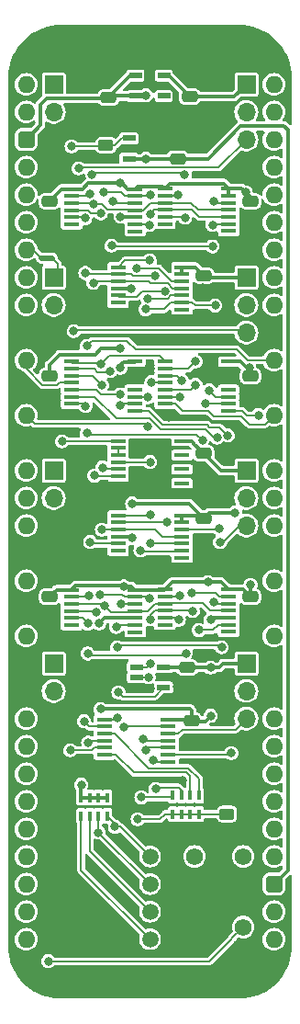
<source format=gbr>
%TF.GenerationSoftware,KiCad,Pcbnew,7.0.5*%
%TF.CreationDate,2024-01-10T17:03:31+02:00*%
%TF.ProjectId,Triple MPU Clock Generator,54726970-6c65-4204-9d50-5520436c6f63,rev?*%
%TF.SameCoordinates,Original*%
%TF.FileFunction,Copper,L1,Top*%
%TF.FilePolarity,Positive*%
%FSLAX46Y46*%
G04 Gerber Fmt 4.6, Leading zero omitted, Abs format (unit mm)*
G04 Created by KiCad (PCBNEW 7.0.5) date 2024-01-10 17:03:31*
%MOMM*%
%LPD*%
G01*
G04 APERTURE LIST*
G04 Aperture macros list*
%AMRoundRect*
0 Rectangle with rounded corners*
0 $1 Rounding radius*
0 $2 $3 $4 $5 $6 $7 $8 $9 X,Y pos of 4 corners*
0 Add a 4 corners polygon primitive as box body*
4,1,4,$2,$3,$4,$5,$6,$7,$8,$9,$2,$3,0*
0 Add four circle primitives for the rounded corners*
1,1,$1+$1,$2,$3*
1,1,$1+$1,$4,$5*
1,1,$1+$1,$6,$7*
1,1,$1+$1,$8,$9*
0 Add four rect primitives between the rounded corners*
20,1,$1+$1,$2,$3,$4,$5,0*
20,1,$1+$1,$4,$5,$6,$7,0*
20,1,$1+$1,$6,$7,$8,$9,0*
20,1,$1+$1,$8,$9,$2,$3,0*%
G04 Aperture macros list end*
%TA.AperFunction,SMDPad,CuDef*%
%ADD10RoundRect,0.250000X-0.475000X0.250000X-0.475000X-0.250000X0.475000X-0.250000X0.475000X0.250000X0*%
%TD*%
%TA.AperFunction,SMDPad,CuDef*%
%ADD11RoundRect,0.250000X0.450000X-0.262500X0.450000X0.262500X-0.450000X0.262500X-0.450000X-0.262500X0*%
%TD*%
%TA.AperFunction,SMDPad,CuDef*%
%ADD12RoundRect,0.250000X0.475000X-0.250000X0.475000X0.250000X-0.475000X0.250000X-0.475000X-0.250000X0*%
%TD*%
%TA.AperFunction,ComponentPad*%
%ADD13R,1.700000X1.700000*%
%TD*%
%TA.AperFunction,ComponentPad*%
%ADD14O,1.700000X1.700000*%
%TD*%
%TA.AperFunction,SMDPad,CuDef*%
%ADD15R,1.150000X0.600000*%
%TD*%
%TA.AperFunction,ComponentPad*%
%ADD16O,1.600000X1.600000*%
%TD*%
%TA.AperFunction,ComponentPad*%
%ADD17RoundRect,0.400000X-0.400000X-0.400000X0.400000X-0.400000X0.400000X0.400000X-0.400000X0.400000X0*%
%TD*%
%TA.AperFunction,ComponentPad*%
%ADD18R,1.600000X1.600000*%
%TD*%
%TA.AperFunction,SMDPad,CuDef*%
%ADD19R,1.475000X0.450000*%
%TD*%
%TA.AperFunction,SMDPad,CuDef*%
%ADD20R,0.450000X0.900000*%
%TD*%
%TA.AperFunction,SMDPad,CuDef*%
%ADD21C,0.500000*%
%TD*%
%TA.AperFunction,ComponentPad*%
%ADD22C,1.509000*%
%TD*%
%TA.AperFunction,ComponentPad*%
%ADD23R,1.575000X1.575000*%
%TD*%
%TA.AperFunction,ComponentPad*%
%ADD24C,1.575000*%
%TD*%
%TA.AperFunction,SMDPad,CuDef*%
%ADD25R,1.450000X0.450000*%
%TD*%
%TA.AperFunction,SMDPad,CuDef*%
%ADD26R,1.250000X0.600000*%
%TD*%
%TA.AperFunction,ViaPad*%
%ADD27C,0.800000*%
%TD*%
%TA.AperFunction,Conductor*%
%ADD28C,0.380000*%
%TD*%
%TA.AperFunction,Conductor*%
%ADD29C,0.200000*%
%TD*%
G04 APERTURE END LIST*
%TA.AperFunction,EtchedComponent*%
%TO.C,NT1*%
G36*
X91305000Y-74672000D02*
G01*
X90305000Y-74672000D01*
X90305000Y-74172000D01*
X91305000Y-74172000D01*
X91305000Y-74672000D01*
G37*
%TD.AperFunction*%
%TD*%
D10*
%TO.P,C4,1*%
%TO.N,/3.3V*%
X91059000Y-105619000D03*
%TO.P,C4,2*%
%TO.N,/GND*%
X91059000Y-107519000D03*
%TD*%
D11*
%TO.P,R2,1*%
%TO.N,/~{Reset}*%
X96256000Y-64031500D03*
%TO.P,R2,2*%
%TO.N,/GND*%
X96256000Y-62206500D03*
%TD*%
D12*
%TO.P,C10,1*%
%TO.N,/5V*%
X96490000Y-59608000D03*
%TO.P,C10,2*%
%TO.N,/GND*%
X96490000Y-57708000D03*
%TD*%
D13*
%TO.P,J7,1,Pin_1*%
%TO.N,/3.3V*%
X109220000Y-93980000D03*
D14*
%TO.P,J7,2,Pin_2*%
%TO.N,unconnected-(J7-Pin_2-Pad2)*%
X109220000Y-96520000D03*
%TO.P,J7,3,Pin_3*%
%TO.N,/CLK3*%
X109220000Y-99060000D03*
%TD*%
D15*
%TO.P,IC1,1,VIN*%
%TO.N,/5V*%
X99000000Y-57597000D03*
%TO.P,IC1,2,GND*%
%TO.N,/GND*%
X99000000Y-58547000D03*
%TO.P,IC1,3,EN*%
%TO.N,/5V*%
X99000000Y-59497000D03*
%TO.P,IC1,4,ADJ*%
%TO.N,unconnected-(IC1-ADJ-Pad4)*%
X101600000Y-59497000D03*
%TO.P,IC1,5,VOUT*%
%TO.N,/3.3V*%
X101600000Y-57597000D03*
%TD*%
D10*
%TO.P,C12,1*%
%TO.N,/3.3V*%
X109601000Y-105619000D03*
%TO.P,C12,2*%
%TO.N,/GND*%
X109601000Y-107519000D03*
%TD*%
%TO.P,C14,1*%
%TO.N,/3.3V*%
X109601000Y-85299000D03*
%TO.P,C14,2*%
%TO.N,/GND*%
X109601000Y-87199000D03*
%TD*%
D16*
%TO.P,J1,1,Pin_1*%
%TO.N,unconnected-(J1-Pin_1-Pad1)*%
X88900000Y-58420000D03*
%TO.P,J1,2,Pin_2*%
%TO.N,unconnected-(J1-Pin_2-Pad2)*%
X88900000Y-60960000D03*
D17*
%TO.P,J1,3,Pin_3*%
%TO.N,/5V*%
X88900000Y-63500000D03*
D16*
%TO.P,J1,4,Pin_4*%
%TO.N,unconnected-(J1-Pin_4-Pad4)*%
X88900000Y-66040000D03*
%TO.P,J1,5,Pin_5*%
%TO.N,unconnected-(J1-Pin_5-Pad5)*%
X88900000Y-68580000D03*
%TO.P,J1,6,Pin_6*%
%TO.N,unconnected-(J1-Pin_6-Pad6)*%
X88900000Y-71120000D03*
%TO.P,J1,7,Pin_7*%
%TO.N,/~{Reset}_{OUT}*%
X88900000Y-73660000D03*
%TO.P,J1,8,Pin_8*%
%TO.N,unconnected-(J1-Pin_8-Pad8)*%
X88900000Y-76200000D03*
%TO.P,J1,9,Pin_9*%
%TO.N,unconnected-(J1-Pin_9-Pad9)*%
X88900000Y-78740000D03*
D18*
%TO.P,J1,10,Pin_10*%
%TO.N,/GND*%
X88900000Y-81280000D03*
D16*
%TO.P,J1,11,Pin_11*%
%TO.N,/~{Q}_{0}*%
X88900000Y-83820000D03*
%TO.P,J1,12,Pin_12*%
%TO.N,/GND*%
X88900000Y-86360000D03*
%TO.P,J1,13,Pin_13*%
%TO.N,/~{Y0}*%
X88900000Y-88900000D03*
%TO.P,J1,14,Pin_14*%
%TO.N,/GND*%
X88900000Y-91440000D03*
%TO.P,J1,15,Pin_15*%
%TO.N,unconnected-(J1-Pin_15-Pad15)*%
X88900000Y-93980000D03*
%TO.P,J1,16,Pin_16*%
%TO.N,unconnected-(J1-Pin_16-Pad16)*%
X88900000Y-96520000D03*
%TO.P,J1,17,Pin_17*%
%TO.N,unconnected-(J1-Pin_17-Pad17)*%
X88900000Y-99060000D03*
%TO.P,J1,18,Pin_18*%
%TO.N,/GND*%
X88900000Y-101600000D03*
%TO.P,J1,19,Pin_19*%
%TO.N,unconnected-(J1-Pin_19-Pad19)*%
X88900000Y-104140000D03*
%TO.P,J1,20,Pin_20*%
%TO.N,/GND*%
X88900000Y-106680000D03*
%TO.P,J1,21,Pin_21*%
%TO.N,unconnected-(J1-Pin_21-Pad21)*%
X88900000Y-109220000D03*
%TO.P,J1,22,Pin_22*%
%TO.N,/GND*%
X88900000Y-111760000D03*
D18*
%TO.P,J1,23,Pin_23*%
X88900000Y-114300000D03*
D16*
%TO.P,J1,24,Pin_24*%
%TO.N,unconnected-(J1-Pin_24-Pad24)*%
X88900000Y-116840000D03*
%TO.P,J1,25,Pin_25*%
%TO.N,unconnected-(J1-Pin_25-Pad25)*%
X88900000Y-119380000D03*
%TO.P,J1,26,Pin_26*%
%TO.N,unconnected-(J1-Pin_26-Pad26)*%
X88900000Y-121920000D03*
%TO.P,J1,27,Pin_27*%
%TO.N,unconnected-(J1-Pin_27-Pad27)*%
X88900000Y-124460000D03*
%TO.P,J1,28,Pin_28*%
%TO.N,unconnected-(J1-Pin_28-Pad28)*%
X88900000Y-127000000D03*
%TO.P,J1,29,Pin_29*%
%TO.N,unconnected-(J1-Pin_29-Pad29)*%
X88900000Y-129540000D03*
%TO.P,J1,30,Pin_30*%
%TO.N,unconnected-(J1-Pin_30-Pad30)*%
X88900000Y-132080000D03*
%TO.P,J1,31,Pin_31*%
%TO.N,unconnected-(J1-Pin_31-Pad31)*%
X88900000Y-134620000D03*
%TO.P,J1,32,Pin_32*%
%TO.N,unconnected-(J1-Pin_32-Pad32)*%
X88900000Y-137160000D03*
%TO.P,J1,33,Pin_33*%
%TO.N,unconnected-(J1-Pin_33-Pad33)*%
X111760000Y-137160000D03*
%TO.P,J1,34,Pin_34*%
%TO.N,unconnected-(J1-Pin_34-Pad34)*%
X111760000Y-134620000D03*
D17*
%TO.P,J1,35,Pin_35*%
%TO.N,/5V*%
X111760000Y-132080000D03*
D16*
%TO.P,J1,36,Pin_36*%
%TO.N,unconnected-(J1-Pin_36-Pad36)*%
X111760000Y-129540000D03*
%TO.P,J1,37,Pin_37*%
%TO.N,unconnected-(J1-Pin_37-Pad37)*%
X111760000Y-127000000D03*
%TO.P,J1,38,Pin_38*%
%TO.N,unconnected-(J1-Pin_38-Pad38)*%
X111760000Y-124460000D03*
%TO.P,J1,39,Pin_39*%
%TO.N,unconnected-(J1-Pin_39-Pad39)*%
X111760000Y-121920000D03*
%TO.P,J1,40,Pin_40*%
%TO.N,unconnected-(J1-Pin_40-Pad40)*%
X111760000Y-119380000D03*
%TO.P,J1,41,Pin_41*%
%TO.N,unconnected-(J1-Pin_41-Pad41)*%
X111760000Y-116840000D03*
D18*
%TO.P,J1,42,Pin_42*%
%TO.N,/GND*%
X111760000Y-114300000D03*
D16*
%TO.P,J1,43,Pin_43*%
X111760000Y-111760000D03*
%TO.P,J1,44,Pin_44*%
%TO.N,/~{Q}_{2}*%
X111760000Y-109220000D03*
%TO.P,J1,45,Pin_45*%
%TO.N,/GND*%
X111760000Y-106680000D03*
%TO.P,J1,46,Pin_46*%
%TO.N,/~{Y2}*%
X111760000Y-104140000D03*
%TO.P,J1,47,Pin_47*%
%TO.N,/GND*%
X111760000Y-101600000D03*
%TO.P,J1,48,Pin_48*%
%TO.N,unconnected-(J1-Pin_48-Pad48)*%
X111760000Y-99060000D03*
%TO.P,J1,49,Pin_49*%
%TO.N,unconnected-(J1-Pin_49-Pad49)*%
X111760000Y-96520000D03*
%TO.P,J1,50,Pin_50*%
%TO.N,unconnected-(J1-Pin_50-Pad50)*%
X111760000Y-93980000D03*
%TO.P,J1,51,Pin_51*%
%TO.N,/GND*%
X111760000Y-91440000D03*
%TO.P,J1,52,Pin_52*%
%TO.N,/~{Y1}*%
X111760000Y-88900000D03*
%TO.P,J1,53,Pin_53*%
%TO.N,/GND*%
X111760000Y-86360000D03*
%TO.P,J1,54,Pin_54*%
%TO.N,/~{Q}_{1}*%
X111760000Y-83820000D03*
D18*
%TO.P,J1,55,Pin_55*%
%TO.N,/GND*%
X111760000Y-81280000D03*
D16*
%TO.P,J1,56,Pin_56*%
%TO.N,unconnected-(J1-Pin_56-Pad56)*%
X111760000Y-78740000D03*
%TO.P,J1,57,Pin_57*%
%TO.N,unconnected-(J1-Pin_57-Pad57)*%
X111760000Y-76200000D03*
%TO.P,J1,58,Pin_58*%
%TO.N,unconnected-(J1-Pin_58-Pad58)*%
X111760000Y-73660000D03*
%TO.P,J1,59,Pin_59*%
%TO.N,unconnected-(J1-Pin_59-Pad59)*%
X111760000Y-71120000D03*
%TO.P,J1,60,Pin_60*%
%TO.N,unconnected-(J1-Pin_60-Pad60)*%
X111760000Y-68580000D03*
%TO.P,J1,61,Pin_61*%
%TO.N,unconnected-(J1-Pin_61-Pad61)*%
X111760000Y-66040000D03*
%TO.P,J1,62,Pin_62*%
%TO.N,unconnected-(J1-Pin_62-Pad62)*%
X111760000Y-63500000D03*
%TO.P,J1,63,Pin_63*%
%TO.N,unconnected-(J1-Pin_63-Pad63)*%
X111760000Y-60960000D03*
%TO.P,J1,64,Pin_64*%
%TO.N,unconnected-(J1-Pin_64-Pad64)*%
X111760000Y-58420000D03*
%TD*%
D19*
%TO.P,IC3,1,~{1RD}*%
%TO.N,/3.3V*%
X93074000Y-104984000D03*
%TO.P,IC3,2,1D*%
%TO.N,/MA_{5}*%
X93074000Y-105634000D03*
%TO.P,IC3,3,1CP*%
%TO.N,/~{RST}\u22C5CLK*%
X93074000Y-106284000D03*
%TO.P,IC3,4,~{1SD}*%
%TO.N,/~{RST}*%
X93074000Y-106934000D03*
%TO.P,IC3,5,1Q*%
%TO.N,/MA_{1}*%
X93074000Y-107584000D03*
%TO.P,IC3,6,~{1Q}*%
%TO.N,unconnected-(IC3A-~{1Q}-Pad6)*%
X93074000Y-108234000D03*
%TO.P,IC3,7,GND*%
%TO.N,/GND*%
X93074000Y-108884000D03*
%TO.P,IC3,8,~{2Q}*%
%TO.N,unconnected-(IC3B-~{2Q}-Pad8)*%
X98950000Y-108884000D03*
%TO.P,IC3,9,2Q*%
%TO.N,/CK_{1}*%
X98950000Y-108234000D03*
%TO.P,IC3,10,~{2SD}*%
%TO.N,/3.3V*%
X98950000Y-107584000D03*
%TO.P,IC3,11,2CP*%
%TO.N,/~{RST}\u22C5CLK*%
X98950000Y-106934000D03*
%TO.P,IC3,12,2D*%
%TO.N,/CK_{5}*%
X98950000Y-106284000D03*
%TO.P,IC3,13,~{2RD}*%
%TO.N,/~{RST}*%
X98950000Y-105634000D03*
%TO.P,IC3,14,3V*%
%TO.N,/3.3V*%
X98950000Y-104984000D03*
%TD*%
D10*
%TO.P,C6,1*%
%TO.N,/3.3V*%
X104140000Y-117049000D03*
%TO.P,C6,2*%
%TO.N,/GND*%
X104140000Y-118949000D03*
%TD*%
%TO.P,C7,1*%
%TO.N,/3.3V*%
X91059000Y-69170000D03*
%TO.P,C7,2*%
%TO.N,/GND*%
X91059000Y-71070000D03*
%TD*%
D20*
%TO.P,RN1,1,R1*%
%TO.N,/3.3V*%
X96370000Y-124102500D03*
%TO.P,RN1,2,R2*%
X95570000Y-124102500D03*
%TO.P,RN1,3,R3*%
X94770000Y-124102500D03*
%TO.P,RN1,4,R4*%
X93970000Y-124102500D03*
%TO.P,RN1,5,R4*%
%TO.N,/R4*%
X93970000Y-125802500D03*
%TO.P,RN1,6,R3*%
%TO.N,/R3*%
X94770000Y-125802500D03*
%TO.P,RN1,7,R2*%
%TO.N,/R2*%
X95570000Y-125802500D03*
%TO.P,RN1,8,R1*%
%TO.N,/R1*%
X96370000Y-125802500D03*
%TD*%
D21*
%TO.P,NT1,1,1*%
%TO.N,/~{Reset}*%
X91305000Y-74422000D03*
%TO.P,NT1,2,2*%
%TO.N,/~{Reset}_{OUT}*%
X90305000Y-74422000D03*
%TD*%
D19*
%TO.P,IC4,1,~{1RD}*%
%TO.N,/3.3V*%
X93091000Y-68057000D03*
%TO.P,IC4,2,1D*%
%TO.N,/MA_{0}*%
X93091000Y-68707000D03*
%TO.P,IC4,3,1CP*%
%TO.N,/!(~{RST}\u22C5CLK)*%
X93091000Y-69357000D03*
%TO.P,IC4,4,~{1SD}*%
%TO.N,/~{RST}*%
X93091000Y-70007000D03*
%TO.P,IC4,5,1Q*%
%TO.N,/MA_{2}*%
X93091000Y-70657000D03*
%TO.P,IC4,6,~{1Q}*%
%TO.N,unconnected-(IC4A-~{1Q}-Pad6)*%
X93091000Y-71307000D03*
%TO.P,IC4,7,GND*%
%TO.N,/GND*%
X93091000Y-71957000D03*
%TO.P,IC4,8,~{2Q}*%
%TO.N,unconnected-(IC4B-~{2Q}-Pad8)*%
X98967000Y-71957000D03*
%TO.P,IC4,9,2Q*%
%TO.N,/CK_{2}*%
X98967000Y-71307000D03*
%TO.P,IC4,10,~{2SD}*%
%TO.N,/3.3V*%
X98967000Y-70657000D03*
%TO.P,IC4,11,2CP*%
%TO.N,/!(~{RST}\u22C5CLK)*%
X98967000Y-70007000D03*
%TO.P,IC4,12,2D*%
%TO.N,/CK_{0}*%
X98967000Y-69357000D03*
%TO.P,IC4,13,~{2RD}*%
%TO.N,/~{RST}*%
X98967000Y-68707000D03*
%TO.P,IC4,14,3V*%
%TO.N,/3.3V*%
X98967000Y-68057000D03*
%TD*%
D13*
%TO.P,J9,1,Pin_1*%
%TO.N,/3.3V*%
X109220000Y-111760000D03*
D14*
%TO.P,J9,2,Pin_2*%
%TO.N,unconnected-(J9-Pin_2-Pad2)*%
X109220000Y-114300000D03*
%TO.P,J9,3,Pin_3*%
%TO.N,/CLK4*%
X109220000Y-116840000D03*
%TD*%
D13*
%TO.P,J6,1,Pin_1*%
%TO.N,/~{Reset}*%
X91440000Y-93980000D03*
D14*
%TO.P,J6,2,Pin_2*%
%TO.N,unconnected-(J6-Pin_2-Pad2)*%
X91440000Y-96520000D03*
%TO.P,J6,3,Pin_3*%
%TO.N,/GND*%
X91440000Y-99060000D03*
%TD*%
D19*
%TO.P,IC2,1,~{1RD}*%
%TO.N,/3.3V*%
X101710000Y-68027000D03*
%TO.P,IC2,2,1D*%
%TO.N,/MA_{4}*%
X101710000Y-68677000D03*
%TO.P,IC2,3,1CP*%
%TO.N,/!(~{RST}\u22C5CLK)*%
X101710000Y-69327000D03*
%TO.P,IC2,4,~{1SD}*%
%TO.N,/~{RST}*%
X101710000Y-69977000D03*
%TO.P,IC2,5,1Q*%
%TO.N,/MA_{0}*%
X101710000Y-70627000D03*
%TO.P,IC2,6,~{1Q}*%
%TO.N,unconnected-(IC2A-~{1Q}-Pad6)*%
X101710000Y-71277000D03*
%TO.P,IC2,7,GND*%
%TO.N,/GND*%
X101710000Y-71927000D03*
%TO.P,IC2,8,~{2Q}*%
%TO.N,unconnected-(IC2B-~{2Q}-Pad8)*%
X107586000Y-71927000D03*
%TO.P,IC2,9,2Q*%
%TO.N,/CK_{0}*%
X107586000Y-71277000D03*
%TO.P,IC2,10,~{2SD}*%
%TO.N,/~{RST}*%
X107586000Y-70627000D03*
%TO.P,IC2,11,2CP*%
%TO.N,/!(~{RST}\u22C5CLK)*%
X107586000Y-69977000D03*
%TO.P,IC2,12,2D*%
%TO.N,/CK_{4}*%
X107586000Y-69327000D03*
%TO.P,IC2,13,~{2RD}*%
%TO.N,/3.3V*%
X107586000Y-68677000D03*
%TO.P,IC2,14,3V*%
X107586000Y-68027000D03*
%TD*%
D10*
%TO.P,C2,1*%
%TO.N,/3.3V*%
X105283000Y-76028000D03*
%TO.P,C2,2*%
%TO.N,/GND*%
X105283000Y-77928000D03*
%TD*%
D20*
%TO.P,RN2,1,R1*%
%TO.N,Net-(IC9-1Y)*%
X104841000Y-123926500D03*
%TO.P,RN2,2,R2*%
%TO.N,Net-(IC9-2Y)*%
X104041000Y-123926500D03*
%TO.P,RN2,3,R3*%
%TO.N,Net-(IC9-3Y)*%
X103241000Y-123926500D03*
%TO.P,RN2,4,R4*%
%TO.N,Net-(IC9-4Y)*%
X102441000Y-123926500D03*
%TO.P,RN2,5,R4*%
%TO.N,/CLK*%
X102441000Y-125626500D03*
%TO.P,RN2,6,R3*%
X103241000Y-125626500D03*
%TO.P,RN2,7,R2*%
X104041000Y-125626500D03*
%TO.P,RN2,8,R1*%
X104841000Y-125626500D03*
%TD*%
D22*
%TO.P,S1,1,COM_1*%
%TO.N,/GND*%
X92710000Y-129540000D03*
%TO.P,S1,2,COM_2*%
X92710000Y-132080000D03*
%TO.P,S1,3,COM_3*%
X92710000Y-134620000D03*
%TO.P,S1,4,COM_4*%
X92710000Y-137160000D03*
%TO.P,S1,5,NO_4*%
%TO.N,/R4*%
X100330000Y-137160000D03*
%TO.P,S1,6,NO_3*%
%TO.N,/R3*%
X100330000Y-134620000D03*
%TO.P,S1,7,NO_2*%
%TO.N,/R2*%
X100330000Y-132080000D03*
%TO.P,S1,8,NO_1*%
%TO.N,/R1*%
X100330000Y-129540000D03*
%TD*%
D12*
%TO.P,C11,1*%
%TO.N,/3.3V*%
X103983000Y-59542000D03*
%TO.P,C11,2*%
%TO.N,/GND*%
X103983000Y-57642000D03*
%TD*%
D13*
%TO.P,J5,1,Pin_1*%
%TO.N,/3.3V*%
X109220000Y-76200000D03*
D14*
%TO.P,J5,2,Pin_2*%
%TO.N,unconnected-(J5-Pin_2-Pad2)*%
X109220000Y-78740000D03*
%TO.P,J5,3,Pin_3*%
%TO.N,/CLK2*%
X109220000Y-81280000D03*
%TD*%
D13*
%TO.P,J2,1,Pin_1*%
%TO.N,/~{Reset}*%
X91440000Y-58420000D03*
D14*
%TO.P,J2,2,Pin_2*%
%TO.N,unconnected-(J2-Pin_2-Pad2)*%
X91440000Y-60960000D03*
%TO.P,J2,3,Pin_3*%
%TO.N,/GND*%
X91440000Y-63500000D03*
%TD*%
D23*
%TO.P,S2,1,C1*%
%TO.N,/GND*%
X104430000Y-136040000D03*
D24*
%TO.P,S2,2,C2*%
%TO.N,unconnected-(S2-C2-Pad2)*%
X104430000Y-129540000D03*
%TO.P,S2,3,N1*%
%TO.N,/~{Reset}*%
X108930000Y-136040000D03*
%TO.P,S2,4,N2*%
%TO.N,unconnected-(S2-N2-Pad4)*%
X108930000Y-129540000D03*
%TD*%
D19*
%TO.P,IC6,1,~{1RD}*%
%TO.N,/~{RST}*%
X97392000Y-75266000D03*
%TO.P,IC6,2,1D*%
%TO.N,/MA_{2}*%
X97392000Y-75916000D03*
%TO.P,IC6,3,1CP*%
%TO.N,/!(~{RST}\u22C5CLK)*%
X97392000Y-76566000D03*
%TO.P,IC6,4,~{1SD}*%
%TO.N,/3.3V*%
X97392000Y-77216000D03*
%TO.P,IC6,5,1Q*%
%TO.N,/MA_{4}*%
X97392000Y-77866000D03*
%TO.P,IC6,6,~{1Q}*%
%TO.N,unconnected-(IC6A-~{1Q}-Pad6)*%
X97392000Y-78516000D03*
%TO.P,IC6,7,GND*%
%TO.N,/GND*%
X97392000Y-79166000D03*
%TO.P,IC6,8,~{2Q}*%
%TO.N,unconnected-(IC6B-~{2Q}-Pad8)*%
X103268000Y-79166000D03*
%TO.P,IC6,9,2Q*%
%TO.N,/CK_{4}*%
X103268000Y-78516000D03*
%TO.P,IC6,10,~{2SD}*%
%TO.N,/~{RST}*%
X103268000Y-77866000D03*
%TO.P,IC6,11,2CP*%
%TO.N,/!(~{RST}\u22C5CLK)*%
X103268000Y-77216000D03*
%TO.P,IC6,12,2D*%
%TO.N,/CK_{2}*%
X103268000Y-76566000D03*
%TO.P,IC6,13,~{2RD}*%
%TO.N,/3.3V*%
X103268000Y-75916000D03*
%TO.P,IC6,14,3V*%
X103268000Y-75266000D03*
%TD*%
D13*
%TO.P,J4,1,Pin_1*%
%TO.N,/~{Reset}*%
X91440000Y-76200000D03*
D14*
%TO.P,J4,2,Pin_2*%
%TO.N,unconnected-(J4-Pin_2-Pad2)*%
X91440000Y-78740000D03*
%TO.P,J4,3,Pin_3*%
%TO.N,/GND*%
X91440000Y-81280000D03*
%TD*%
D25*
%TO.P,IC7,1,S*%
%TO.N,/~{RST}\u22C5CLK*%
X101723000Y-83958000D03*
%TO.P,IC7,2,1I0*%
%TO.N,/MA_{0}*%
X101723000Y-84608000D03*
%TO.P,IC7,3,1I1*%
%TO.N,/MA_{1}*%
X101723000Y-85258000D03*
%TO.P,IC7,4,1Y*%
%TO.N,/~{Y0}*%
X101723000Y-85908000D03*
%TO.P,IC7,5,2I0*%
%TO.N,/MA_{2}*%
X101723000Y-86558000D03*
%TO.P,IC7,6,2I1*%
%TO.N,/MA_{3}*%
X101723000Y-87208000D03*
%TO.P,IC7,7,2Y*%
%TO.N,/~{Y1}*%
X101723000Y-87858000D03*
%TO.P,IC7,8,GND*%
%TO.N,/GND*%
X101723000Y-88508000D03*
%TO.P,IC7,9,3Y*%
%TO.N,/~{Y2}*%
X107573000Y-88508000D03*
%TO.P,IC7,10,3I1*%
%TO.N,/MA_{5}*%
X107573000Y-87858000D03*
%TO.P,IC7,11,3I0*%
%TO.N,/MA_{4}*%
X107573000Y-87208000D03*
%TO.P,IC7,12,4Y*%
%TO.N,unconnected-(IC7-4Y-Pad12)*%
X107573000Y-86558000D03*
%TO.P,IC7,13,4I1*%
%TO.N,/GND*%
X107573000Y-85908000D03*
%TO.P,IC7,14,4I0*%
X107573000Y-85258000D03*
%TO.P,IC7,15,~{E}*%
X107573000Y-84608000D03*
%TO.P,IC7,16,3V*%
%TO.N,/3.3V*%
X107573000Y-83958000D03*
%TD*%
D19*
%TO.P,IC10,1,~{1RD}*%
%TO.N,/~{RST}*%
X97392000Y-98126000D03*
%TO.P,IC10,2,1D*%
%TO.N,/MA_{3}*%
X97392000Y-98776000D03*
%TO.P,IC10,3,1CP*%
%TO.N,/~{RST}\u22C5CLK*%
X97392000Y-99426000D03*
%TO.P,IC10,4,~{1SD}*%
%TO.N,/3.3V*%
X97392000Y-100076000D03*
%TO.P,IC10,5,1Q*%
%TO.N,/MA_{5}*%
X97392000Y-100726000D03*
%TO.P,IC10,6,~{1Q}*%
%TO.N,unconnected-(IC10A-~{1Q}-Pad6)*%
X97392000Y-101376000D03*
%TO.P,IC10,7,GND*%
%TO.N,/GND*%
X97392000Y-102026000D03*
%TO.P,IC10,8,~{2Q}*%
%TO.N,unconnected-(IC10B-~{2Q}-Pad8)*%
X103268000Y-102026000D03*
%TO.P,IC10,9,2Q*%
%TO.N,/CK_{5}*%
X103268000Y-101376000D03*
%TO.P,IC10,10,~{2SD}*%
%TO.N,/~{RST}*%
X103268000Y-100726000D03*
%TO.P,IC10,11,2CP*%
%TO.N,/~{RST}\u22C5CLK*%
X103268000Y-100076000D03*
%TO.P,IC10,12,2D*%
%TO.N,/CK_{3}*%
X103268000Y-99426000D03*
%TO.P,IC10,13,~{2RD}*%
%TO.N,/3.3V*%
X103268000Y-98776000D03*
%TO.P,IC10,14,3V*%
X103268000Y-98126000D03*
%TD*%
D11*
%TO.P,R1,1*%
%TO.N,/CLK*%
X107432000Y-125626500D03*
%TO.P,R1,2*%
%TO.N,/GND*%
X107432000Y-123801500D03*
%TD*%
D19*
%TO.P,IC5,1,~{1RD}*%
%TO.N,/3.3V*%
X101693000Y-104954000D03*
%TO.P,IC5,2,1D*%
%TO.N,/MA_{1}*%
X101693000Y-105604000D03*
%TO.P,IC5,3,1CP*%
%TO.N,/~{RST}\u22C5CLK*%
X101693000Y-106254000D03*
%TO.P,IC5,4,~{1SD}*%
%TO.N,/~{RST}*%
X101693000Y-106904000D03*
%TO.P,IC5,5,1Q*%
%TO.N,/MA_{3}*%
X101693000Y-107554000D03*
%TO.P,IC5,6,~{1Q}*%
%TO.N,unconnected-(IC5A-~{1Q}-Pad6)*%
X101693000Y-108204000D03*
%TO.P,IC5,7,GND*%
%TO.N,/GND*%
X101693000Y-108854000D03*
%TO.P,IC5,8,~{2Q}*%
%TO.N,unconnected-(IC5B-~{2Q}-Pad8)*%
X107569000Y-108854000D03*
%TO.P,IC5,9,2Q*%
%TO.N,/CK_{3}*%
X107569000Y-108204000D03*
%TO.P,IC5,10,~{2SD}*%
%TO.N,/3.3V*%
X107569000Y-107554000D03*
%TO.P,IC5,11,2CP*%
%TO.N,/~{RST}\u22C5CLK*%
X107569000Y-106904000D03*
%TO.P,IC5,12,2D*%
%TO.N,/CK_{1}*%
X107569000Y-106254000D03*
%TO.P,IC5,13,~{2RD}*%
%TO.N,/~{RST}*%
X107569000Y-105604000D03*
%TO.P,IC5,14,3V*%
%TO.N,/3.3V*%
X107569000Y-104954000D03*
%TD*%
D12*
%TO.P,C8,1*%
%TO.N,/5V*%
X102870000Y-65262000D03*
%TO.P,C8,2*%
%TO.N,/GND*%
X102870000Y-63362000D03*
%TD*%
D25*
%TO.P,IC11,1,S*%
%TO.N,/~{RST}\u22C5CLK*%
X93087000Y-83958000D03*
%TO.P,IC11,2,1I0*%
%TO.N,/CK_{0}*%
X93087000Y-84608000D03*
%TO.P,IC11,3,1I1*%
%TO.N,/CK_{1}*%
X93087000Y-85258000D03*
%TO.P,IC11,4,1Y*%
%TO.N,/~{Q}_{0}*%
X93087000Y-85908000D03*
%TO.P,IC11,5,2I0*%
%TO.N,/CK_{2}*%
X93087000Y-86558000D03*
%TO.P,IC11,6,2I1*%
%TO.N,/CK_{3}*%
X93087000Y-87208000D03*
%TO.P,IC11,7,2Y*%
%TO.N,/~{Q}_{1}*%
X93087000Y-87858000D03*
%TO.P,IC11,8,GND*%
%TO.N,/GND*%
X93087000Y-88508000D03*
%TO.P,IC11,9,3Y*%
%TO.N,/~{Q}_{2}*%
X98937000Y-88508000D03*
%TO.P,IC11,10,3I1*%
%TO.N,/CK_{5}*%
X98937000Y-87858000D03*
%TO.P,IC11,11,3I0*%
%TO.N,/CK_{4}*%
X98937000Y-87208000D03*
%TO.P,IC11,12,4Y*%
%TO.N,unconnected-(IC11-4Y-Pad12)*%
X98937000Y-86558000D03*
%TO.P,IC11,13,4I1*%
%TO.N,/GND*%
X98937000Y-85908000D03*
%TO.P,IC11,14,4I0*%
X98937000Y-85258000D03*
%TO.P,IC11,15,~{E}*%
X98937000Y-84608000D03*
%TO.P,IC11,16,3V*%
%TO.N,/3.3V*%
X98937000Y-83958000D03*
%TD*%
D26*
%TO.P,IC12,1,B*%
%TO.N,/~{RST}*%
X99080000Y-112080000D03*
%TO.P,IC12,2,A*%
%TO.N,/CLK*%
X99080000Y-113030000D03*
%TO.P,IC12,3,GND*%
%TO.N,/GND*%
X99080000Y-113980000D03*
%TO.P,IC12,4,Y*%
%TO.N,/~{RST}\u22C5CLK*%
X101580000Y-113980000D03*
%TO.P,IC12,5,3V*%
%TO.N,/3.3V*%
X101580000Y-112080000D03*
%TD*%
D10*
%TO.P,C13,1*%
%TO.N,/3.3V*%
X91059000Y-85299000D03*
%TO.P,C13,2*%
%TO.N,/GND*%
X91059000Y-87199000D03*
%TD*%
%TO.P,C3,1*%
%TO.N,/3.3V*%
X105283000Y-98380000D03*
%TO.P,C3,2*%
%TO.N,/GND*%
X105283000Y-100280000D03*
%TD*%
%TO.P,C5,1*%
%TO.N,/3.3V*%
X109601000Y-69170000D03*
%TO.P,C5,2*%
%TO.N,/GND*%
X109601000Y-71070000D03*
%TD*%
D19*
%TO.P,IC9,1,~{1OE}*%
%TO.N,/R1*%
X96122000Y-116922000D03*
%TO.P,IC9,2,1A*%
%TO.N,/CLK1*%
X96122000Y-117572000D03*
%TO.P,IC9,3,1Y*%
%TO.N,Net-(IC9-1Y)*%
X96122000Y-118222000D03*
%TO.P,IC9,4,~{2OE}*%
%TO.N,/R2*%
X96122000Y-118872000D03*
%TO.P,IC9,5,2A*%
%TO.N,/CLK2*%
X96122000Y-119522000D03*
%TO.P,IC9,6,2Y*%
%TO.N,Net-(IC9-2Y)*%
X96122000Y-120172000D03*
%TO.P,IC9,7,GND*%
%TO.N,/GND*%
X96122000Y-120822000D03*
%TO.P,IC9,8,3Y*%
%TO.N,Net-(IC9-3Y)*%
X101998000Y-120822000D03*
%TO.P,IC9,9,3A*%
%TO.N,/CLK3*%
X101998000Y-120172000D03*
%TO.P,IC9,10,~{3OE}*%
%TO.N,/R3*%
X101998000Y-119522000D03*
%TO.P,IC9,11,4Y*%
%TO.N,Net-(IC9-4Y)*%
X101998000Y-118872000D03*
%TO.P,IC9,12,4A*%
%TO.N,/CLK4*%
X101998000Y-118222000D03*
%TO.P,IC9,13,~{4OE}*%
%TO.N,/R4*%
X101998000Y-117572000D03*
%TO.P,IC9,14,3V*%
%TO.N,/3.3V*%
X101998000Y-116922000D03*
%TD*%
D26*
%TO.P,IC8,1,~{RST}*%
%TO.N,/~{Reset}*%
X98391000Y-63378000D03*
%TO.P,IC8,2,5V*%
%TO.N,/5V*%
X98391000Y-65278000D03*
%TO.P,IC8,3,GND*%
%TO.N,/GND*%
X100491000Y-64328000D03*
%TD*%
D19*
%TO.P,IC13,1,1A*%
%TO.N,/~{Reset}*%
X97392000Y-91268000D03*
%TO.P,IC13,2,1Y*%
%TO.N,/Reset*%
X97392000Y-91918000D03*
%TO.P,IC13,3,2A*%
X97392000Y-92568000D03*
%TO.P,IC13,4,2Y*%
%TO.N,/~{RST}*%
X97392000Y-93218000D03*
%TO.P,IC13,5,3A*%
%TO.N,/~{RST}\u22C5CLK*%
X97392000Y-93868000D03*
%TO.P,IC13,6,3Y*%
%TO.N,/!(~{RST}\u22C5CLK)*%
X97392000Y-94518000D03*
%TO.P,IC13,7,GND*%
%TO.N,/GND*%
X97392000Y-95168000D03*
%TO.P,IC13,8,4Y*%
%TO.N,unconnected-(IC13-4Y-Pad8)*%
X103268000Y-95168000D03*
%TO.P,IC13,9,4A*%
%TO.N,/GND*%
X103268000Y-94518000D03*
%TO.P,IC13,10,5Y*%
%TO.N,unconnected-(IC13-5Y-Pad10)*%
X103268000Y-93868000D03*
%TO.P,IC13,11,5A*%
%TO.N,/GND*%
X103268000Y-93218000D03*
%TO.P,IC13,12,6Y*%
%TO.N,unconnected-(IC13-6Y-Pad12)*%
X103268000Y-92568000D03*
%TO.P,IC13,13,6A*%
%TO.N,/GND*%
X103268000Y-91918000D03*
%TO.P,IC13,14,3V*%
%TO.N,/3.3V*%
X103268000Y-91268000D03*
%TD*%
D13*
%TO.P,J3,1,Pin_1*%
%TO.N,/3.3V*%
X109220000Y-58420000D03*
D14*
%TO.P,J3,2,Pin_2*%
%TO.N,unconnected-(J3-Pin_2-Pad2)*%
X109220000Y-60960000D03*
%TO.P,J3,3,Pin_3*%
%TO.N,/CLK1*%
X109220000Y-63500000D03*
%TD*%
D13*
%TO.P,J8,1,Pin_1*%
%TO.N,/~{Reset}*%
X91440000Y-111760000D03*
D14*
%TO.P,J8,2,Pin_2*%
%TO.N,unconnected-(J8-Pin_2-Pad2)*%
X91440000Y-114300000D03*
%TO.P,J8,3,Pin_3*%
%TO.N,/GND*%
X91440000Y-116840000D03*
%TD*%
D10*
%TO.P,C1,1*%
%TO.N,/3.3V*%
X103759000Y-112141000D03*
%TO.P,C1,2*%
%TO.N,/GND*%
X103759000Y-114041000D03*
%TD*%
%TO.P,C9,1*%
%TO.N,/3.3V*%
X105283000Y-92411000D03*
%TO.P,C9,2*%
%TO.N,/GND*%
X105283000Y-94311000D03*
%TD*%
D27*
%TO.N,/5V*%
X99949000Y-59436000D03*
X99948998Y-65278000D03*
%TO.N,/GND*%
X101346000Y-102641000D03*
X103313000Y-122506392D03*
X105156000Y-77127500D03*
X104648000Y-121158000D03*
X100457000Y-80137000D03*
X109530000Y-90551000D03*
X100395000Y-81788000D03*
X101346000Y-95123000D03*
X105029000Y-79883000D03*
X102027006Y-89088972D03*
X94742000Y-57708000D03*
X102804509Y-109285505D03*
X94615000Y-62206500D03*
X102804502Y-113919016D03*
X105219503Y-119062497D03*
X102108000Y-81915000D03*
X100395000Y-84582000D03*
X109601000Y-88011000D03*
X105092500Y-72326500D03*
X105156000Y-57785000D03*
X100330000Y-114046000D03*
X105092500Y-63372998D03*
%TO.N,/3.3V*%
X95627984Y-108077000D03*
X97607214Y-82733000D03*
X98679000Y-100203000D03*
X98614000Y-77266000D03*
X105667000Y-104266995D03*
X93980000Y-122936000D03*
X97608695Y-84532686D03*
X97616634Y-70616240D03*
X109156500Y-68389500D03*
X97917007Y-104665993D03*
X109601000Y-104520996D03*
X108190000Y-97874014D03*
X105918000Y-116586000D03*
X109489467Y-84520000D03*
X97536000Y-67536000D03*
X98679000Y-97028000D03*
X95758000Y-115951000D03*
X105918000Y-107696000D03*
X105918000Y-112141004D03*
%TO.N,/~{Reset}*%
X92202000Y-91313000D03*
X90932000Y-139192000D03*
X93091000Y-64135000D03*
%TO.N,/~{Y2}*%
X110320000Y-88899990D03*
%TO.N,/~{Y0}*%
X100082970Y-89973605D03*
X100457000Y-85852000D03*
%TO.N,/~{Q}_{1}*%
X94498013Y-82522000D03*
X94385000Y-88041594D03*
%TO.N,/~{Q}_{2}*%
X107489997Y-90757003D03*
%TO.N,/CLK*%
X99187000Y-126111000D03*
X100203000Y-113030000D03*
%TO.N,/CLK1*%
X94234000Y-117094000D03*
X93726000Y-66167000D03*
%TO.N,/CLK2*%
X92964000Y-119761000D03*
X93290014Y-81150652D03*
%TO.N,/CLK3*%
X107823000Y-120015000D03*
X106789994Y-100584008D03*
%TO.N,/R1*%
X97090000Y-126809500D03*
X97342639Y-116741000D03*
%TO.N,/R2*%
X94629920Y-119061000D03*
X95570000Y-127320000D03*
%TO.N,/R3*%
X99949000Y-119761000D03*
%TO.N,/R4*%
X97916996Y-117602000D03*
%TO.N,Net-(IC9-3Y)*%
X100838000Y-123296392D03*
X100649000Y-120639770D03*
%TO.N,Net-(IC9-4Y)*%
X99695000Y-118745000D03*
X99533000Y-124097414D03*
%TO.N,/MA_{4}*%
X105791000Y-86614000D03*
X102932000Y-68626990D03*
X101689077Y-77452216D03*
%TO.N,/!(~{RST}\u22C5CLK)*%
X95205855Y-94460000D03*
X95111323Y-69436771D03*
X95085896Y-76708000D03*
%TO.N,/~{RST}*%
X95736000Y-105410000D03*
X100371191Y-70338886D03*
X100395000Y-100726000D03*
X100329996Y-93218000D03*
X100304002Y-74652216D03*
X100277214Y-105774000D03*
X95363457Y-107072131D03*
X100330000Y-107695996D03*
X95785896Y-70289473D03*
X100076000Y-78152216D03*
X100330000Y-68608000D03*
X96012000Y-68326000D03*
X100350998Y-98032454D03*
X100330000Y-111760000D03*
X104201992Y-105283000D03*
X104267000Y-106934000D03*
%TO.N,/MA_{0}*%
X94814346Y-68481884D03*
X103568500Y-70677020D03*
X103526686Y-66762000D03*
X94983723Y-66746000D03*
X104521000Y-83947000D03*
%TO.N,/CK_{0}*%
X96873000Y-69216500D03*
X106096069Y-73332000D03*
X106099845Y-71374000D03*
X96774000Y-73279000D03*
X96647000Y-84835984D03*
%TO.N,/CK_{4}*%
X99927581Y-79141143D03*
X100138000Y-87248999D03*
X106347144Y-78790013D03*
X106172000Y-69215000D03*
%TO.N,/MA_{5}*%
X94488000Y-90551000D03*
X94717654Y-105512471D03*
X94807000Y-100584000D03*
X105156000Y-91186000D03*
X105470775Y-87811008D03*
%TO.N,/~{RST}\u22C5CLK*%
X96136000Y-106437164D03*
X97409000Y-114427004D03*
X95950000Y-93726000D03*
X95828014Y-84172012D03*
X95885000Y-99441000D03*
%TO.N,/MA_{1}*%
X103251008Y-85725000D03*
X103632000Y-110809012D03*
X94580482Y-110836480D03*
X94581000Y-108094000D03*
X103041556Y-105533897D03*
%TO.N,/CK_{1}*%
X95885000Y-86106000D03*
X106247000Y-106125490D03*
X106934000Y-110264000D03*
X97282000Y-110289000D03*
X97199045Y-108413958D03*
%TO.N,/CK_{5}*%
X99441000Y-101346000D03*
X97564000Y-88013876D03*
X97662990Y-106299000D03*
%TO.N,/MA_{2}*%
X104521000Y-86106000D03*
X100778032Y-76052216D03*
X94347161Y-70751917D03*
X94361002Y-75799885D03*
%TO.N,/CK_{2}*%
X100265000Y-71373995D03*
X99110617Y-75352216D03*
X97563998Y-86995000D03*
%TO.N,/MA_{3}*%
X101930998Y-98718631D03*
X102991000Y-107735274D03*
X103048194Y-87258000D03*
%TO.N,/CK_{3}*%
X106680000Y-99314002D03*
X106513717Y-90973515D03*
X104839877Y-108684000D03*
%TD*%
D28*
%TO.N,/5V*%
X99000000Y-59497000D02*
X99888000Y-59497000D01*
X102854000Y-65278000D02*
X99948998Y-65278000D01*
X105680000Y-65262000D02*
X108682000Y-62260000D01*
X99888000Y-59497000D02*
X99949000Y-59436000D01*
X113030000Y-62611000D02*
X113030000Y-130810000D01*
X113030000Y-130810000D02*
X111760000Y-132080000D01*
X102870000Y-65262000D02*
X105680000Y-65262000D01*
X88900000Y-63500000D02*
X90200000Y-62200000D01*
X99000000Y-59497000D02*
X96601000Y-59497000D01*
X99000000Y-57597000D02*
X98501000Y-57597000D01*
X98391000Y-65278000D02*
X99948998Y-65278000D01*
X98501000Y-57597000D02*
X96490000Y-59608000D01*
X90200000Y-62200000D02*
X90200000Y-60295000D01*
X108682000Y-62260000D02*
X112679000Y-62260000D01*
X90775000Y-59720000D02*
X96378000Y-59720000D01*
X90200000Y-60295000D02*
X90775000Y-59720000D01*
X112679000Y-62260000D02*
X113030000Y-62611000D01*
%TO.N,/GND*%
X93729525Y-81915000D02*
X94101525Y-81543000D01*
X108502000Y-89523000D02*
X106033000Y-89523000D01*
X109601000Y-87199000D02*
X110921000Y-87199000D01*
X104693000Y-71927000D02*
X105092500Y-72326500D01*
X104430000Y-131663000D02*
X104430000Y-136040000D01*
X98937000Y-84608000D02*
X100369000Y-84608000D01*
X105258000Y-115540000D02*
X110520000Y-115540000D01*
X105308000Y-72542000D02*
X105092500Y-72326500D01*
X96012000Y-95250000D02*
X96094000Y-95168000D01*
X103248000Y-56907000D02*
X99965000Y-56907000D01*
X96094000Y-95168000D02*
X97392000Y-95168000D01*
X110109000Y-108027000D02*
X109601000Y-107519000D01*
X109601000Y-71070000D02*
X109601000Y-72136000D01*
X100522000Y-81915000D02*
X100395000Y-81788000D01*
X102373004Y-108854000D02*
X102804509Y-109285505D01*
X104648000Y-121158000D02*
X105283000Y-121158000D01*
X100457000Y-80137000D02*
X98044000Y-80137000D01*
X91059000Y-87585000D02*
X91982000Y-88508000D01*
X92710000Y-121330000D02*
X91440000Y-120060000D01*
X92733500Y-62206500D02*
X94615000Y-62206500D01*
X91059000Y-107519000D02*
X89739000Y-107519000D01*
X106033000Y-89523000D02*
X105598972Y-89088972D01*
X91059000Y-107986500D02*
X91956500Y-108884000D01*
X108691500Y-109474000D02*
X102993004Y-109474000D01*
X96490000Y-57708000D02*
X97291000Y-56907000D01*
X101346000Y-102641000D02*
X104395500Y-102641000D01*
X91059000Y-87199000D02*
X91059000Y-87585000D01*
X100457000Y-80137000D02*
X104775000Y-80137000D01*
X96122000Y-120822000D02*
X93218000Y-120822000D01*
X107432000Y-123307000D02*
X107432000Y-123801500D01*
X102150500Y-93218000D02*
X103268000Y-93218000D01*
X111760000Y-106680000D02*
X111760000Y-105822915D01*
X105283000Y-121158000D02*
X107432000Y-123307000D01*
X97806392Y-122506392D02*
X103313000Y-122506392D01*
X87710000Y-92630000D02*
X88900000Y-91440000D01*
X92710000Y-129540000D02*
X92710000Y-132080000D01*
X100491000Y-63648000D02*
X100491000Y-64328000D01*
X103759000Y-114041000D02*
X102926486Y-114041000D01*
X91059000Y-107519000D02*
X91059000Y-107986500D01*
X97392000Y-95168000D02*
X97310000Y-95250000D01*
X93511000Y-82130000D02*
X92290000Y-82130000D01*
X109093000Y-108027000D02*
X109093000Y-109072500D01*
X109530000Y-90551000D02*
X108502000Y-89523000D01*
X110570000Y-102790000D02*
X111760000Y-101600000D01*
X92710000Y-132080000D02*
X92710000Y-134620000D01*
X99080000Y-113980000D02*
X100264000Y-113980000D01*
X110921000Y-87199000D02*
X111760000Y-86360000D01*
X108522000Y-124891500D02*
X108522000Y-127571000D01*
X109195000Y-72542000D02*
X105308000Y-72542000D01*
X110363000Y-82677000D02*
X108863375Y-82677000D01*
X99965000Y-58287000D02*
X99705000Y-58547000D01*
X105106006Y-118949000D02*
X105219503Y-119062497D01*
X100491000Y-64328000D02*
X101904000Y-64328000D01*
X101951000Y-94518000D02*
X101346000Y-95123000D01*
X91440000Y-120060000D02*
X91440000Y-116840000D01*
X97224500Y-71957000D02*
X97839500Y-72572000D01*
X91059000Y-87199000D02*
X89739000Y-87199000D01*
X111760000Y-114300000D02*
X111760000Y-111760000D01*
X111760000Y-101600000D02*
X106561765Y-101600000D01*
X103268000Y-91918000D02*
X102175500Y-91918000D01*
X104190000Y-93218000D02*
X105283000Y-94311000D01*
X95930000Y-108884000D02*
X96545000Y-109499000D01*
X102108000Y-81915000D02*
X100522000Y-81915000D01*
X89739000Y-87199000D02*
X88900000Y-86360000D01*
X103268000Y-94518000D02*
X101951000Y-94518000D01*
X87710000Y-94568000D02*
X87710000Y-92630000D01*
X108101375Y-81915000D02*
X102108000Y-81915000D01*
X100529000Y-72572000D02*
X101174000Y-71927000D01*
X96490000Y-57708000D02*
X94742000Y-57708000D01*
X105283000Y-101753500D02*
X105283000Y-100280000D01*
X98937000Y-85258000D02*
X98937000Y-85908000D01*
X111760000Y-105822915D02*
X110570000Y-104632915D01*
X103983000Y-57642000D02*
X105013000Y-57642000D01*
X92290000Y-82130000D02*
X91440000Y-81280000D01*
X98044000Y-80137000D02*
X97392000Y-79485000D01*
X109601000Y-106807000D02*
X109728000Y-106680000D01*
X93074000Y-108884000D02*
X95930000Y-108884000D01*
X102140500Y-91953000D02*
X102140500Y-93208000D01*
X91946000Y-71957000D02*
X93091000Y-71957000D01*
X104140000Y-118949000D02*
X105106006Y-118949000D01*
X97392000Y-79485000D02*
X97392000Y-79166000D01*
X93091000Y-71957000D02*
X97224500Y-71957000D01*
X94101525Y-81543000D02*
X100150000Y-81543000D01*
X98216000Y-102026000D02*
X98831000Y-102641000D01*
X107432000Y-123801500D02*
X108522000Y-124891500D01*
X92710000Y-134620000D02*
X92710000Y-137160000D01*
X108522000Y-127571000D02*
X104430000Y-131663000D01*
X105076000Y-94518000D02*
X103268000Y-94518000D01*
X111760000Y-111760000D02*
X110109000Y-110109000D01*
X102993004Y-109474000D02*
X102804509Y-109285505D01*
X96256000Y-62206500D02*
X94615000Y-62206500D01*
X93854500Y-138304500D02*
X102165500Y-138304500D01*
X88392000Y-95250000D02*
X87710000Y-94568000D01*
X91059000Y-71070000D02*
X91946000Y-71957000D01*
X102140500Y-93208000D02*
X102150500Y-93218000D01*
X109601000Y-107519000D02*
X109601000Y-106807000D01*
X109601000Y-72136000D02*
X109195000Y-72542000D01*
X106561765Y-101600000D02*
X105283000Y-100321235D01*
X105598972Y-89088972D02*
X102027006Y-89088972D01*
X93726000Y-81915000D02*
X93511000Y-82130000D01*
X105092498Y-63373000D02*
X105092500Y-63372998D01*
X109728000Y-106680000D02*
X111760000Y-106680000D01*
X92710000Y-129540000D02*
X92710000Y-121330000D01*
X88900000Y-114300000D02*
X91440000Y-116840000D01*
X109601000Y-107519000D02*
X109093000Y-108027000D01*
X97392000Y-102026000D02*
X98216000Y-102026000D01*
X96256000Y-62206500D02*
X99049500Y-62206500D01*
X101710000Y-71927000D02*
X104693000Y-71927000D01*
X105283000Y-77254500D02*
X105156000Y-77127500D01*
X105013000Y-57642000D02*
X105156000Y-57785000D01*
X103268000Y-93218000D02*
X104190000Y-93218000D01*
X98831000Y-102641000D02*
X101346000Y-102641000D01*
X102027006Y-88812006D02*
X102027006Y-89088972D01*
X92710000Y-137160000D02*
X93854500Y-138304500D01*
X102165500Y-138304500D02*
X104430000Y-136040000D01*
X111760000Y-91440000D02*
X110419000Y-91440000D01*
X101904000Y-64328000D02*
X102870000Y-63362000D01*
X102926486Y-114041000D02*
X102804502Y-113919016D01*
X91440000Y-63500000D02*
X92733500Y-62206500D01*
X91982000Y-88508000D02*
X93087000Y-88508000D01*
X91440000Y-81280000D02*
X88900000Y-81280000D01*
X100150000Y-81543000D02*
X100395000Y-81788000D01*
X103983000Y-57642000D02*
X103248000Y-56907000D01*
X97291000Y-56907000D02*
X99965000Y-56907000D01*
X110419000Y-91440000D02*
X109530000Y-90551000D01*
X103759000Y-114041000D02*
X105258000Y-115540000D01*
X92710000Y-121330000D02*
X93218000Y-120822000D01*
X101723000Y-88508000D02*
X102027006Y-88812006D01*
X111760000Y-81280000D02*
X110363000Y-82677000D01*
X99049500Y-62206500D02*
X100491000Y-63648000D01*
X110109000Y-110109000D02*
X110109000Y-108027000D01*
X94406000Y-102026000D02*
X91440000Y-99060000D01*
X102881000Y-63373000D02*
X105092498Y-63373000D01*
X100369000Y-84608000D02*
X100395000Y-84582000D01*
X97392000Y-102026000D02*
X94406000Y-102026000D01*
X100264000Y-113980000D02*
X100330000Y-114046000D01*
X104775000Y-80137000D02*
X105029000Y-79883000D01*
X101301000Y-95168000D02*
X101346000Y-95123000D01*
X108863375Y-82677000D02*
X108101375Y-81915000D01*
X109601000Y-87199000D02*
X109601000Y-88011000D01*
X101048000Y-109499000D02*
X101693000Y-108854000D01*
X97392000Y-95168000D02*
X101301000Y-95168000D01*
X98937000Y-84608000D02*
X98937000Y-85258000D01*
X110570000Y-104632915D02*
X110570000Y-102790000D01*
X91956500Y-108884000D02*
X93074000Y-108884000D01*
X96012000Y-95250000D02*
X88392000Y-95250000D01*
X109093000Y-109072500D02*
X108691500Y-109474000D01*
X104395500Y-102641000D02*
X105283000Y-101753500D01*
X101693000Y-108854000D02*
X102373004Y-108854000D01*
X96545000Y-109499000D02*
X101048000Y-109499000D01*
X97839500Y-72572000D02*
X100529000Y-72572000D01*
X102175500Y-91918000D02*
X102140500Y-91953000D01*
X96122000Y-120822000D02*
X97806392Y-122506392D01*
X99705000Y-58547000D02*
X99000000Y-58547000D01*
X105283000Y-77928000D02*
X105283000Y-77254500D01*
X110520000Y-115540000D02*
X111760000Y-114300000D01*
X88900000Y-114300000D02*
X88900000Y-111760000D01*
X89739000Y-107519000D02*
X88900000Y-106680000D01*
X99965000Y-56907000D02*
X99965000Y-58287000D01*
%TO.N,/3.3V*%
X93091000Y-68057000D02*
X94122000Y-68057000D01*
X98967000Y-70657000D02*
X97657394Y-70657000D01*
X101600000Y-57597000D02*
X102038000Y-57597000D01*
X103268000Y-98126000D02*
X103268000Y-98776000D01*
X97392000Y-100076000D02*
X98552000Y-100076000D01*
X97608695Y-84274854D02*
X97608695Y-84532686D01*
X104013000Y-115951000D02*
X104140000Y-116078000D01*
X104140000Y-91268000D02*
X104366000Y-91494000D01*
X93074000Y-104984000D02*
X91694000Y-104984000D01*
X91694000Y-104984000D02*
X91059000Y-105619000D01*
X104140000Y-116078000D02*
X104140000Y-117049000D01*
X94122000Y-68057000D02*
X94643000Y-67536000D01*
X95758000Y-115951000D02*
X104013000Y-115951000D01*
X101710000Y-68027000D02*
X102185000Y-67552000D01*
X109601000Y-68834000D02*
X109156500Y-68389500D01*
X93438000Y-104620000D02*
X97871014Y-104620000D01*
X103759000Y-112141000D02*
X105917996Y-112141000D01*
X107573000Y-83958000D02*
X108678000Y-83958000D01*
X98950000Y-107584000D02*
X96120984Y-107584000D01*
X91059000Y-84256000D02*
X92003000Y-83312000D01*
X102038000Y-57597000D02*
X103983000Y-59542000D01*
X101998000Y-116922000D02*
X104013000Y-116922000D01*
X92003000Y-83312000D02*
X95250000Y-83312000D01*
X107569000Y-107554000D02*
X106060000Y-107554000D01*
X106881995Y-104266995D02*
X105667000Y-104266995D01*
X108098000Y-59542000D02*
X109220000Y-58420000D01*
X109601000Y-84631533D02*
X109489467Y-84520000D01*
X107569000Y-104954000D02*
X108936000Y-104954000D01*
X109601000Y-105619000D02*
X109601000Y-104520996D01*
X109601000Y-69170000D02*
X109601000Y-68834000D01*
X92172000Y-68057000D02*
X91059000Y-69170000D01*
X98283000Y-68057000D02*
X97762000Y-67536000D01*
X109601000Y-85299000D02*
X109601000Y-84631533D01*
X106060000Y-107554000D02*
X105918000Y-107696000D01*
X104185000Y-117094000D02*
X105410000Y-117094000D01*
X93970000Y-124102500D02*
X93970000Y-122946000D01*
X97890549Y-83993000D02*
X97608695Y-84274854D01*
X95570000Y-124102500D02*
X94770000Y-124102500D01*
X98950000Y-104984000D02*
X98631993Y-104665993D01*
X98564000Y-77216000D02*
X98614000Y-77266000D01*
X97871014Y-104620000D02*
X97917007Y-104665993D01*
X94643000Y-67536000D02*
X97536000Y-67536000D01*
X108794000Y-68027000D02*
X107586000Y-68027000D01*
X106852000Y-93980000D02*
X105283000Y-92411000D01*
X93074000Y-104984000D02*
X93438000Y-104620000D01*
X109601000Y-84881000D02*
X109601000Y-85299000D01*
X97392000Y-77216000D02*
X98564000Y-77216000D01*
X94770000Y-124102500D02*
X93970000Y-124102500D01*
X105918000Y-112141004D02*
X106679996Y-112141004D01*
X103931000Y-97028000D02*
X105283000Y-98380000D01*
X97657394Y-70657000D02*
X97616634Y-70616240D01*
X106679996Y-112141004D02*
X107061000Y-111760000D01*
X103268000Y-98126000D02*
X105029000Y-98126000D01*
X98679000Y-97028000D02*
X103931000Y-97028000D01*
X107569000Y-104954000D02*
X106881995Y-104266995D01*
X96370000Y-124102500D02*
X95570000Y-124102500D01*
X102380006Y-104266994D02*
X105667000Y-104266995D01*
X104366000Y-91513229D02*
X105263771Y-92411000D01*
X93091000Y-68057000D02*
X92172000Y-68057000D01*
X103268000Y-75916000D02*
X103268000Y-75266000D01*
X99206000Y-67818000D02*
X101501000Y-67818000D01*
X105788986Y-97874014D02*
X108190000Y-97874014D01*
X98967000Y-68057000D02*
X99206000Y-67818000D01*
X101501000Y-67818000D02*
X101710000Y-68027000D01*
X108936000Y-104954000D02*
X109601000Y-105619000D01*
X93970000Y-122946000D02*
X93980000Y-122936000D01*
X98967000Y-68057000D02*
X98283000Y-68057000D01*
X109220000Y-93980000D02*
X106852000Y-93980000D01*
X103983000Y-59542000D02*
X108098000Y-59542000D01*
X105283000Y-98380000D02*
X105788986Y-97874014D01*
X98902000Y-83993000D02*
X97890549Y-83993000D01*
X96120984Y-107584000D02*
X95627984Y-108077000D01*
X104366000Y-91494000D02*
X104366000Y-91513229D01*
X103268000Y-75266000D02*
X104521000Y-75266000D01*
X104521000Y-75266000D02*
X105283000Y-76028000D01*
X98950000Y-104984000D02*
X101663000Y-104984000D01*
X103268000Y-91268000D02*
X104140000Y-91268000D01*
X101693000Y-104954000D02*
X102380006Y-104266994D01*
X91059000Y-85299000D02*
X91059000Y-84256000D01*
X102185000Y-67552000D02*
X107111000Y-67552000D01*
X97762000Y-67536000D02*
X97536000Y-67536000D01*
X105917996Y-112141000D02*
X105918000Y-112141004D01*
X98631993Y-104665993D02*
X97917007Y-104665993D01*
X108678000Y-83958000D02*
X109601000Y-84881000D01*
X95829000Y-82733000D02*
X97607214Y-82733000D01*
X95250000Y-83312000D02*
X95829000Y-82733000D01*
X98552000Y-100076000D02*
X98679000Y-100203000D01*
X107111000Y-67552000D02*
X107586000Y-68027000D01*
X107586000Y-68027000D02*
X107586000Y-68677000D01*
X105410000Y-117094000D02*
X105918000Y-116586000D01*
X109156500Y-68389500D02*
X108794000Y-68027000D01*
X107061000Y-111760000D02*
X109220000Y-111760000D01*
X103759000Y-112141000D02*
X101641000Y-112141000D01*
X105455000Y-76200000D02*
X109220000Y-76200000D01*
D29*
%TO.N,/~{Reset}*%
X107842500Y-137127500D02*
X107842500Y-137140500D01*
X97392000Y-91268000D02*
X92247000Y-91268000D01*
X92247000Y-91268000D02*
X92202000Y-91313000D01*
X108930000Y-136040000D02*
X107842500Y-137127500D01*
X91305000Y-74422000D02*
X91821000Y-74938000D01*
X96256000Y-64031500D02*
X97068000Y-64031500D01*
X91821000Y-74938000D02*
X91821000Y-75819000D01*
X105791000Y-139192000D02*
X90932000Y-139192000D01*
X97721500Y-63378000D02*
X98391000Y-63378000D01*
X97068000Y-64031500D02*
X97721500Y-63378000D01*
X107842500Y-137140500D02*
X105791000Y-139192000D01*
X96152500Y-64135000D02*
X93091000Y-64135000D01*
%TO.N,/~{Y2}*%
X109219990Y-88899990D02*
X110320000Y-88899990D01*
X108828000Y-88508000D02*
X109219990Y-88899990D01*
X107573000Y-88508000D02*
X108828000Y-88508000D01*
%TO.N,/~{Y1}*%
X109481320Y-89727006D02*
X110932994Y-89727006D01*
X102648000Y-87858000D02*
X103301002Y-88511002D01*
X105713966Y-88511002D02*
X106235964Y-89033000D01*
X101723000Y-87858000D02*
X102648000Y-87858000D01*
X103301002Y-88511002D02*
X105713966Y-88511002D01*
X110932994Y-89727006D02*
X111760000Y-88900000D01*
X108787314Y-89033000D02*
X109481320Y-89727006D01*
X106235964Y-89033000D02*
X108787314Y-89033000D01*
%TO.N,/~{Y0}*%
X101723000Y-85908000D02*
X100513000Y-85908000D01*
X100513000Y-85908000D02*
X100457000Y-85852000D01*
X88900000Y-88900000D02*
X89699999Y-89699999D01*
X99809364Y-89699999D02*
X100082970Y-89973605D01*
X89699999Y-89699999D02*
X99809364Y-89699999D01*
%TO.N,/~{Q}_{0}*%
X88900000Y-84642817D02*
X88900000Y-83820000D01*
X91761817Y-86099000D02*
X90356183Y-86099000D01*
X93087000Y-85908000D02*
X91952817Y-85908000D01*
X90356183Y-86099000D02*
X88900000Y-84642817D01*
X91952817Y-85908000D02*
X91761817Y-86099000D01*
%TO.N,/~{Q}_{1}*%
X111760000Y-83820000D02*
X109313411Y-83820000D01*
X98206950Y-82033000D02*
X94987013Y-82033000D01*
X109313411Y-83820000D02*
X108297411Y-82804000D01*
X93087000Y-87858000D02*
X94201406Y-87858000D01*
X94201406Y-87858000D02*
X94385000Y-88041594D01*
X108297411Y-82804000D02*
X98977950Y-82804000D01*
X94987013Y-82033000D02*
X94498013Y-82522000D01*
X98977950Y-82804000D02*
X98206950Y-82033000D01*
%TO.N,/~{Q}_{2}*%
X98937000Y-88508000D02*
X100173000Y-88508000D01*
X106745994Y-90013000D02*
X107489997Y-90757003D01*
X105606036Y-89789000D02*
X105830036Y-90013000D01*
X100173000Y-88508000D02*
X101454000Y-89789000D01*
X101454000Y-89789000D02*
X105606036Y-89789000D01*
X105830036Y-90013000D02*
X106745994Y-90013000D01*
%TO.N,/CLK*%
X101219000Y-126111000D02*
X99187000Y-126111000D01*
X103241000Y-125626500D02*
X104041000Y-125626500D01*
X100203000Y-113030000D02*
X99080000Y-113030000D01*
X101703500Y-125626500D02*
X101219000Y-126111000D01*
X104041000Y-125626500D02*
X104841000Y-125626500D01*
X102441000Y-125626500D02*
X101703500Y-125626500D01*
X102441000Y-125626500D02*
X103241000Y-125626500D01*
X104841000Y-125626500D02*
X107432000Y-125626500D01*
%TO.N,/CLK1*%
X96122000Y-117572000D02*
X94712000Y-117572000D01*
X94712000Y-117572000D02*
X94234000Y-117094000D01*
X95289673Y-66062000D02*
X95273673Y-66046000D01*
X93847000Y-66046000D02*
X93726000Y-66167000D01*
X95273673Y-66046000D02*
X93847000Y-66046000D01*
X106658000Y-66062000D02*
X95289673Y-66062000D01*
X109220000Y-63500000D02*
X106658000Y-66062000D01*
%TO.N,/CLK2*%
X94945500Y-119761000D02*
X92964000Y-119761000D01*
X96122000Y-119522000D02*
X95184500Y-119522000D01*
X93387668Y-81052998D02*
X93290014Y-81150652D01*
X95184500Y-119522000D02*
X94945500Y-119761000D01*
X108992998Y-81052998D02*
X93387668Y-81052998D01*
%TO.N,/CLK3*%
X101998000Y-120172000D02*
X107666000Y-120172000D01*
X107666000Y-120172000D02*
X107823000Y-120015000D01*
X108585000Y-99060000D02*
X107060992Y-100584008D01*
X107060992Y-100584008D02*
X106789994Y-100584008D01*
%TO.N,/R1*%
X96370000Y-125802500D02*
X97090000Y-126522500D01*
X97161639Y-116922000D02*
X97342639Y-116741000D01*
X97599500Y-126809500D02*
X97090000Y-126809500D01*
X97090000Y-126522500D02*
X97090000Y-126809500D01*
X96122000Y-116922000D02*
X97161639Y-116922000D01*
X100330000Y-129540000D02*
X97599500Y-126809500D01*
%TO.N,/R2*%
X96122000Y-118872000D02*
X94818920Y-118872000D01*
X95570000Y-127320000D02*
X100330000Y-132080000D01*
X95570000Y-125802500D02*
X95570000Y-127320000D01*
X94818920Y-118872000D02*
X94629920Y-119061000D01*
%TO.N,/R3*%
X100188000Y-119522000D02*
X99949000Y-119761000D01*
X94770000Y-129060000D02*
X100330000Y-134620000D01*
X94770000Y-125802500D02*
X94770000Y-129060000D01*
X101998000Y-119522000D02*
X100188000Y-119522000D01*
%TO.N,/R4*%
X97946996Y-117572000D02*
X97916996Y-117602000D01*
X93970000Y-125802500D02*
X93970000Y-130800000D01*
X101998000Y-117572000D02*
X97946996Y-117572000D01*
X93970000Y-130800000D02*
X100330000Y-137160000D01*
%TO.N,/~{Reset}_{OUT}*%
X89543000Y-73660000D02*
X90305000Y-74422000D01*
%TO.N,Net-(IC9-1Y)*%
X104841000Y-123926500D02*
X104841000Y-122381745D01*
X103852255Y-121393000D02*
X100230500Y-121393000D01*
X97059500Y-118222000D02*
X96122000Y-118222000D01*
X104841000Y-122381745D02*
X103852255Y-121393000D01*
X100230500Y-121393000D02*
X97059500Y-118222000D01*
%TO.N,Net-(IC9-2Y)*%
X104013000Y-122119430D02*
X104013000Y-123898500D01*
X103699962Y-121806392D02*
X104013000Y-122119430D01*
X96122000Y-120172000D02*
X97185500Y-120172000D01*
X97185500Y-120172000D02*
X98819892Y-121806392D01*
X98819892Y-121806392D02*
X103699962Y-121806392D01*
%TO.N,Net-(IC9-3Y)*%
X100957892Y-123176500D02*
X100838000Y-123296392D01*
X101998000Y-120822000D02*
X100831230Y-120822000D01*
X103241000Y-123926500D02*
X103241000Y-123451500D01*
X103241000Y-123451500D02*
X102966000Y-123176500D01*
X100831230Y-120822000D02*
X100649000Y-120639770D01*
X102966000Y-123176500D02*
X100957892Y-123176500D01*
%TO.N,Net-(IC9-4Y)*%
X101998000Y-118872000D02*
X99822000Y-118872000D01*
X102441000Y-123926500D02*
X102270086Y-124097414D01*
X99822000Y-118872000D02*
X99695000Y-118745000D01*
X102270086Y-124097414D02*
X99533000Y-124097414D01*
%TO.N,/CLK4*%
X101998000Y-118222000D02*
X102935500Y-118222000D01*
X108204000Y-117856000D02*
X109220000Y-116840000D01*
X102935500Y-118222000D02*
X103301500Y-117856000D01*
X103301500Y-117856000D02*
X108204000Y-117856000D01*
%TO.N,/MA_{4}*%
X101710000Y-68677000D02*
X102881990Y-68677000D01*
X97504000Y-77978000D02*
X99086050Y-77978000D01*
X106385000Y-87208000D02*
X105791000Y-86614000D01*
X99611834Y-77452216D02*
X101689077Y-77452216D01*
X102881990Y-68677000D02*
X102932000Y-68626990D01*
X99086050Y-77978000D02*
X99611834Y-77452216D01*
X107573000Y-87208000D02*
X106385000Y-87208000D01*
%TO.N,/!(~{RST}\u22C5CLK)*%
X98967000Y-70007000D02*
X99713127Y-70007000D01*
X101710000Y-69327000D02*
X104125000Y-69327000D01*
X100393127Y-69327000D02*
X101710000Y-69327000D01*
X102442811Y-77216000D02*
X103268000Y-77216000D01*
X95031552Y-69357000D02*
X95111323Y-69436771D01*
X96402613Y-69916240D02*
X95923144Y-69436771D01*
X99713127Y-70007000D02*
X100393127Y-69327000D01*
X98876240Y-69916240D02*
X96402613Y-69916240D01*
X100216082Y-76566000D02*
X100402298Y-76752216D01*
X97392000Y-76566000D02*
X100216082Y-76566000D01*
X97392000Y-94518000D02*
X95263855Y-94518000D01*
X101979027Y-76752216D02*
X102442811Y-77216000D01*
X104775000Y-69977000D02*
X107586000Y-69977000D01*
X100402298Y-76752216D02*
X101979027Y-76752216D01*
X104125000Y-69327000D02*
X104775000Y-69977000D01*
X97392000Y-76566000D02*
X95227896Y-76566000D01*
X95263855Y-94518000D02*
X95205855Y-94460000D01*
X95923144Y-69436771D02*
X95111323Y-69436771D01*
X95227896Y-76566000D02*
X95085896Y-76708000D01*
X93091000Y-69357000D02*
X95031552Y-69357000D01*
%TO.N,/~{RST}*%
X100010000Y-112080000D02*
X100330000Y-111760000D01*
X100257452Y-98126000D02*
X100350998Y-98032454D01*
X97788500Y-105410000D02*
X95736000Y-105410000D01*
X100231000Y-68707000D02*
X100330000Y-68608000D01*
X106715460Y-105604000D02*
X106394460Y-105283000D01*
X104859314Y-70627000D02*
X104209314Y-69977000D01*
X102265243Y-77866000D02*
X101979027Y-78152216D01*
X101710000Y-69977000D02*
X100733077Y-69977000D01*
X103268000Y-100726000D02*
X100395000Y-100726000D01*
X98950000Y-105634000D02*
X100137214Y-105634000D01*
X101693000Y-106904000D02*
X100755500Y-106904000D01*
X106394460Y-105283000D02*
X104201992Y-105283000D01*
X100330000Y-107329500D02*
X100330000Y-107695996D01*
X94876231Y-70289473D02*
X95785896Y-70289473D01*
X104237000Y-106904000D02*
X104267000Y-106934000D01*
X98012500Y-105634000D02*
X97788500Y-105410000D01*
X101979027Y-78152216D02*
X100076000Y-78152216D01*
X97392000Y-93218000D02*
X100329996Y-93218000D01*
X100137214Y-105634000D02*
X100277214Y-105774000D01*
X93091000Y-70007000D02*
X94593758Y-70007000D01*
X97648500Y-68326000D02*
X96012000Y-68326000D01*
X101693000Y-106904000D02*
X104237000Y-106904000D01*
X103268000Y-77866000D02*
X102265243Y-77866000D01*
X104209314Y-69977000D02*
X101710000Y-69977000D01*
X97392000Y-98126000D02*
X100257452Y-98126000D01*
X100755500Y-106904000D02*
X100330000Y-107329500D01*
X97392000Y-75266000D02*
X98005784Y-74652216D01*
X100733077Y-69977000D02*
X100371191Y-70338886D01*
X95225326Y-106934000D02*
X95363457Y-107072131D01*
X98029500Y-68707000D02*
X97648500Y-68326000D01*
X94593758Y-70007000D02*
X94876231Y-70289473D01*
X98950000Y-105634000D02*
X98012500Y-105634000D01*
X98967000Y-68707000D02*
X98029500Y-68707000D01*
X99080000Y-112080000D02*
X100010000Y-112080000D01*
X107586000Y-70627000D02*
X104859314Y-70627000D01*
X93074000Y-106934000D02*
X95225326Y-106934000D01*
X107569000Y-105604000D02*
X106715460Y-105604000D01*
X98005784Y-74652216D02*
X100304002Y-74652216D01*
X98967000Y-68707000D02*
X100231000Y-68707000D01*
%TO.N,/MA_{0}*%
X103518480Y-70627000D02*
X103568500Y-70677020D01*
X101710000Y-70627000D02*
X103518480Y-70627000D01*
X103860000Y-84608000D02*
X104521000Y-83947000D01*
X101723000Y-84608000D02*
X103860000Y-84608000D01*
X93091000Y-68707000D02*
X94589230Y-68707000D01*
X94589230Y-68707000D02*
X94814346Y-68481884D01*
X103312686Y-66548000D02*
X95181723Y-66548000D01*
X95181723Y-66548000D02*
X94983723Y-66746000D01*
X103526686Y-66762000D02*
X103312686Y-66548000D01*
%TO.N,/CK_{0}*%
X95175050Y-84608000D02*
X95488563Y-84921513D01*
X93087000Y-84608000D02*
X95175050Y-84608000D01*
X96561471Y-84921513D02*
X96647000Y-84835984D01*
X106096069Y-73332000D02*
X96827000Y-73332000D01*
X96827000Y-73332000D02*
X96774000Y-73279000D01*
X95488563Y-84921513D02*
X96561471Y-84921513D01*
X107586000Y-71277000D02*
X106196845Y-71277000D01*
X98967000Y-69357000D02*
X97013500Y-69357000D01*
X106196845Y-71277000D02*
X106099845Y-71374000D01*
X97013500Y-69357000D02*
X96873000Y-69216500D01*
%TO.N,/CK_{4}*%
X106284000Y-69327000D02*
X106172000Y-69215000D01*
X104205500Y-78516000D02*
X104479513Y-78790013D01*
X107586000Y-69327000D02*
X106284000Y-69327000D01*
X103268000Y-78516000D02*
X104205500Y-78516000D01*
X102246186Y-78516000D02*
X101621043Y-79141143D01*
X101621043Y-79141143D02*
X99927581Y-79141143D01*
X100097001Y-87208000D02*
X100138000Y-87248999D01*
X98937000Y-87208000D02*
X100097001Y-87208000D01*
X103268000Y-78516000D02*
X102246186Y-78516000D01*
X104479513Y-78790013D02*
X106347144Y-78790013D01*
%TO.N,/MA_{5}*%
X94488000Y-90551000D02*
X94610605Y-90673605D01*
X94596125Y-105634000D02*
X94717654Y-105512471D01*
X107573000Y-87858000D02*
X105517767Y-87858000D01*
X94949000Y-100726000D02*
X94807000Y-100584000D01*
X94610605Y-90673605D02*
X104643605Y-90673605D01*
X105517767Y-87858000D02*
X105470775Y-87811008D01*
X97392000Y-100726000D02*
X94949000Y-100726000D01*
X93074000Y-105634000D02*
X94596125Y-105634000D01*
X104643605Y-90673605D02*
X105156000Y-91186000D01*
%TO.N,/~{RST}\u22C5CLK*%
X100107164Y-106934000D02*
X100787164Y-106254000D01*
X96567026Y-83433000D02*
X95828014Y-84172012D01*
X100752000Y-114808000D02*
X97789996Y-114808000D01*
X93203000Y-84074000D02*
X95730002Y-84074000D01*
X101473000Y-100076000D02*
X103268000Y-100076000D01*
X97392000Y-93868000D02*
X96092000Y-93868000D01*
X101817194Y-106234000D02*
X105218000Y-106234000D01*
X96697838Y-106999002D02*
X96136000Y-106437164D01*
X105218000Y-106234000D02*
X105888000Y-106904000D01*
X101198000Y-83433000D02*
X96567026Y-83433000D01*
X97392000Y-99426000D02*
X100823000Y-99426000D01*
X97789996Y-114808000D02*
X97409000Y-114427004D01*
X95885000Y-99441000D02*
X97377000Y-99441000D01*
X98950000Y-106934000D02*
X100107164Y-106934000D01*
X93074000Y-106284000D02*
X95982836Y-106284000D01*
X101580000Y-113980000D02*
X100752000Y-114808000D01*
X105888000Y-106904000D02*
X107569000Y-106904000D01*
X95982836Y-106284000D02*
X96136000Y-106437164D01*
X101723000Y-83958000D02*
X101198000Y-83433000D01*
X100787164Y-106254000D02*
X101693000Y-106254000D01*
X98884998Y-106999002D02*
X96697838Y-106999002D01*
X100823000Y-99426000D02*
X101473000Y-100076000D01*
X95730002Y-84074000D02*
X95828014Y-84172012D01*
X96092000Y-93868000D02*
X95950000Y-93726000D01*
%TO.N,/MA_{1}*%
X93074000Y-107584000D02*
X94071000Y-107584000D01*
X102784008Y-85258000D02*
X103251008Y-85725000D01*
X102971453Y-105604000D02*
X103041556Y-105533897D01*
X103452012Y-110989000D02*
X94733002Y-110989000D01*
X94733002Y-110989000D02*
X94580482Y-110836480D01*
X101693000Y-105604000D02*
X102971453Y-105604000D01*
X103632000Y-110809012D02*
X103452012Y-110989000D01*
X101723000Y-85258000D02*
X102784008Y-85258000D01*
X94071000Y-107584000D02*
X94581000Y-108094000D01*
%TO.N,/CK_{1}*%
X106375510Y-106254000D02*
X106247000Y-106125490D01*
X97462000Y-110109000D02*
X106779000Y-110109000D01*
X97282000Y-110289000D02*
X97462000Y-110109000D01*
X107569000Y-106254000D02*
X106375510Y-106254000D01*
X98950000Y-108234000D02*
X97379003Y-108234000D01*
X97379003Y-108234000D02*
X97199045Y-108413958D01*
X93087000Y-85258000D02*
X95037000Y-85258000D01*
X106779000Y-110109000D02*
X106934000Y-110264000D01*
X95037000Y-85258000D02*
X95885000Y-86106000D01*
%TO.N,/CK_{5}*%
X99568004Y-101473004D02*
X99441000Y-101346000D01*
X97677990Y-106284000D02*
X97662990Y-106299000D01*
X97719876Y-87858000D02*
X97564000Y-88013876D01*
X103170996Y-101473004D02*
X99568004Y-101473004D01*
X98937000Y-87858000D02*
X97719876Y-87858000D01*
X98950000Y-106284000D02*
X97677990Y-106284000D01*
%TO.N,/MA_{2}*%
X93091000Y-70657000D02*
X94252244Y-70657000D01*
X98598667Y-75916000D02*
X98734883Y-76052216D01*
X97392000Y-75916000D02*
X98598667Y-75916000D01*
X94252244Y-70657000D02*
X94347161Y-70751917D01*
X97392000Y-75916000D02*
X94477117Y-75916000D01*
X101723000Y-86558000D02*
X104069000Y-86558000D01*
X94477117Y-75916000D02*
X94361002Y-75799885D01*
X104069000Y-86558000D02*
X104521000Y-86106000D01*
X98734883Y-76052216D02*
X100778032Y-76052216D01*
%TO.N,/CK_{2}*%
X101144712Y-75352216D02*
X99110617Y-75352216D01*
X100198005Y-71307000D02*
X100265000Y-71373995D01*
X93087000Y-86558000D02*
X95347050Y-86558000D01*
X102358496Y-76566000D02*
X101144712Y-75352216D01*
X95784050Y-86995000D02*
X97563998Y-86995000D01*
X95347050Y-86558000D02*
X95784050Y-86995000D01*
X98967000Y-71307000D02*
X100198005Y-71307000D01*
X103268000Y-76566000D02*
X102358496Y-76566000D01*
%TO.N,/MA_{3}*%
X101930998Y-98718631D02*
X101873629Y-98776000D01*
X101723000Y-87208000D02*
X102998194Y-87208000D01*
X101873629Y-98776000D02*
X97392000Y-98776000D01*
X102809726Y-107554000D02*
X102991000Y-107735274D01*
X102998194Y-87208000D02*
X103048194Y-87258000D01*
X101693000Y-107554000D02*
X102809726Y-107554000D01*
%TO.N,/CK_{3}*%
X100298000Y-89198685D02*
X101288315Y-90189000D01*
X107569000Y-108204000D02*
X106631500Y-108204000D01*
X95209000Y-87208000D02*
X97199685Y-89198685D01*
X97199685Y-89198685D02*
X100298000Y-89198685D01*
X103268000Y-99426000D02*
X106568002Y-99426000D01*
X106151500Y-108684000D02*
X104839877Y-108684000D01*
X101288315Y-90189000D02*
X105440350Y-90189000D01*
X105440350Y-90189000D02*
X106224865Y-90973515D01*
X106631500Y-108204000D02*
X106151500Y-108684000D01*
X93087000Y-87208000D02*
X95209000Y-87208000D01*
X106224865Y-90973515D02*
X106513717Y-90973515D01*
X106568002Y-99426000D02*
X106680000Y-99314002D01*
%TO.N,/Reset*%
X97392000Y-91918000D02*
X97392000Y-92568000D01*
%TD*%
%TA.AperFunction,Conductor*%
%TO.N,/GND*%
G36*
X108586351Y-52955559D02*
G01*
X109003236Y-52973760D01*
X109008589Y-52974229D01*
X109420967Y-53028519D01*
X109426268Y-53029454D01*
X109832335Y-53119477D01*
X109837525Y-53120867D01*
X110234209Y-53245941D01*
X110239286Y-53247789D01*
X110623552Y-53406958D01*
X110628422Y-53409229D01*
X110997371Y-53601291D01*
X111002020Y-53603976D01*
X111352809Y-53827454D01*
X111357231Y-53830550D01*
X111687197Y-54083741D01*
X111691342Y-54087220D01*
X111963881Y-54336957D01*
X111997975Y-54368198D01*
X112001801Y-54372024D01*
X112282779Y-54678657D01*
X112286258Y-54682802D01*
X112539449Y-55012768D01*
X112542548Y-55017194D01*
X112766018Y-55367972D01*
X112768712Y-55372635D01*
X112960761Y-55741559D01*
X112963048Y-55746463D01*
X113122208Y-56130709D01*
X113124059Y-56135794D01*
X113249125Y-56532450D01*
X113250525Y-56537677D01*
X113340543Y-56943725D01*
X113341483Y-56949054D01*
X113395768Y-57361393D01*
X113396240Y-57366784D01*
X113414441Y-57783649D01*
X113414500Y-57786353D01*
X113414500Y-62073176D01*
X113394815Y-62140215D01*
X113342011Y-62185970D01*
X113272853Y-62195914D01*
X113209297Y-62166889D01*
X113202819Y-62160857D01*
X113010443Y-61968482D01*
X113005806Y-61963294D01*
X112982001Y-61933443D01*
X112982000Y-61933442D01*
X112981999Y-61933441D01*
X112934893Y-61901324D01*
X112933003Y-61899983D01*
X112887887Y-61866687D01*
X112887157Y-61866148D01*
X112887155Y-61866147D01*
X112879794Y-61862256D01*
X112872284Y-61858639D01*
X112817818Y-61841839D01*
X112815615Y-61841114D01*
X112761819Y-61822289D01*
X112753640Y-61820741D01*
X112745399Y-61819500D01*
X112745395Y-61819500D01*
X112688404Y-61819500D01*
X112686124Y-61819457D01*
X112675641Y-61819065D01*
X112671546Y-61818912D01*
X112605290Y-61796733D01*
X112561543Y-61742253D01*
X112554195Y-61672771D01*
X112580333Y-61616334D01*
X112637685Y-61546450D01*
X112735232Y-61363954D01*
X112795300Y-61165934D01*
X112815583Y-60960000D01*
X112795300Y-60754066D01*
X112735232Y-60556046D01*
X112637685Y-60373550D01*
X112578796Y-60301793D01*
X112506410Y-60213589D01*
X112385359Y-60114247D01*
X112346450Y-60082315D01*
X112174337Y-59990318D01*
X112163956Y-59984769D01*
X112163955Y-59984768D01*
X112163954Y-59984768D01*
X111965934Y-59924700D01*
X111965932Y-59924699D01*
X111965934Y-59924699D01*
X111769909Y-59905393D01*
X111760000Y-59904417D01*
X111759999Y-59904417D01*
X111554067Y-59924699D01*
X111356043Y-59984769D01*
X111263321Y-60034331D01*
X111173550Y-60082315D01*
X111173548Y-60082316D01*
X111173547Y-60082317D01*
X111013589Y-60213589D01*
X110882317Y-60373547D01*
X110882315Y-60373550D01*
X110879841Y-60378179D01*
X110784769Y-60556043D01*
X110784768Y-60556045D01*
X110784768Y-60556046D01*
X110777898Y-60578692D01*
X110724699Y-60754067D01*
X110704417Y-60960000D01*
X110724699Y-61165932D01*
X110724700Y-61165934D01*
X110783340Y-61359247D01*
X110784769Y-61363956D01*
X110882317Y-61546453D01*
X110940078Y-61616835D01*
X110967391Y-61681145D01*
X110955600Y-61750013D01*
X110908448Y-61801573D01*
X110844225Y-61819500D01*
X110199005Y-61819500D01*
X110131966Y-61799815D01*
X110086211Y-61747011D01*
X110076267Y-61677853D01*
X110100051Y-61620773D01*
X110139444Y-61568608D01*
X110159673Y-61541821D01*
X110250582Y-61359250D01*
X110306397Y-61163083D01*
X110325215Y-60960000D01*
X110306397Y-60756917D01*
X110250582Y-60560750D01*
X110248238Y-60556043D01*
X110206272Y-60471764D01*
X110159673Y-60378179D01*
X110052151Y-60235797D01*
X110036762Y-60215418D01*
X109886041Y-60078019D01*
X109886039Y-60078017D01*
X109712642Y-59970655D01*
X109712635Y-59970651D01*
X109594018Y-59924699D01*
X109522456Y-59896976D01*
X109321976Y-59859500D01*
X109118024Y-59859500D01*
X108917544Y-59896976D01*
X108917541Y-59896976D01*
X108917541Y-59896977D01*
X108727364Y-59970651D01*
X108727357Y-59970655D01*
X108553960Y-60078017D01*
X108553958Y-60078019D01*
X108403237Y-60215418D01*
X108280327Y-60378178D01*
X108189422Y-60560739D01*
X108189417Y-60560752D01*
X108133602Y-60756917D01*
X108114785Y-60959999D01*
X108114785Y-60960000D01*
X108133602Y-61163082D01*
X108189417Y-61359247D01*
X108189422Y-61359260D01*
X108280326Y-61541821D01*
X108280327Y-61541821D01*
X108403236Y-61704579D01*
X108417759Y-61717818D01*
X108454040Y-61777526D01*
X108452281Y-61847373D01*
X108421901Y-61897137D01*
X108377185Y-61941852D01*
X108375517Y-61943459D01*
X108333710Y-61982251D01*
X108327919Y-61989514D01*
X108327249Y-61988980D01*
X108317968Y-62001069D01*
X105533858Y-64785181D01*
X105472535Y-64818666D01*
X105446177Y-64821500D01*
X103889666Y-64821500D01*
X103822627Y-64801815D01*
X103790399Y-64771811D01*
X103788796Y-64769670D01*
X103788796Y-64769669D01*
X103702546Y-64654454D01*
X103666540Y-64627500D01*
X103587335Y-64568206D01*
X103587328Y-64568202D01*
X103452482Y-64517908D01*
X103452483Y-64517908D01*
X103392883Y-64511501D01*
X103392881Y-64511500D01*
X103392873Y-64511500D01*
X103392864Y-64511500D01*
X102347129Y-64511500D01*
X102347123Y-64511501D01*
X102287516Y-64517908D01*
X102152671Y-64568202D01*
X102152664Y-64568206D01*
X102037455Y-64654452D01*
X102037452Y-64654455D01*
X101951206Y-64769664D01*
X101949422Y-64772932D01*
X101946791Y-64775562D01*
X101945888Y-64776769D01*
X101945714Y-64776639D01*
X101900014Y-64822335D01*
X101840592Y-64837500D01*
X100479769Y-64837500D01*
X100412730Y-64817815D01*
X100397542Y-64806316D01*
X100321238Y-64738717D01*
X100321236Y-64738716D01*
X100321235Y-64738715D01*
X100181363Y-64665303D01*
X100027984Y-64627500D01*
X100027983Y-64627500D01*
X99870013Y-64627500D01*
X99870012Y-64627500D01*
X99716632Y-64665303D01*
X99576760Y-64738715D01*
X99576757Y-64738717D01*
X99576758Y-64738717D01*
X99505535Y-64801815D01*
X99500454Y-64806316D01*
X99437220Y-64836037D01*
X99418227Y-64837500D01*
X99288065Y-64837500D01*
X99221026Y-64817815D01*
X99200387Y-64801185D01*
X99196602Y-64797400D01*
X99192260Y-64794499D01*
X99113740Y-64742034D01*
X99113739Y-64742033D01*
X99113735Y-64742032D01*
X99040677Y-64727500D01*
X99040674Y-64727500D01*
X97741326Y-64727500D01*
X97741323Y-64727500D01*
X97668264Y-64742032D01*
X97668260Y-64742033D01*
X97585399Y-64797399D01*
X97530033Y-64880260D01*
X97530032Y-64880264D01*
X97515500Y-64953321D01*
X97515500Y-65587500D01*
X97495815Y-65654539D01*
X97443011Y-65700294D01*
X97391500Y-65711500D01*
X95399458Y-65711500D01*
X95359195Y-65704781D01*
X95332159Y-65695499D01*
X95324941Y-65694294D01*
X95317626Y-65693382D01*
X95268812Y-65695401D01*
X95267722Y-65695447D01*
X95265162Y-65695500D01*
X94221779Y-65695500D01*
X94154740Y-65675815D01*
X94139553Y-65664316D01*
X94098240Y-65627717D01*
X94098238Y-65627715D01*
X93958365Y-65554303D01*
X93804986Y-65516500D01*
X93804985Y-65516500D01*
X93647015Y-65516500D01*
X93647014Y-65516500D01*
X93493634Y-65554303D01*
X93353762Y-65627715D01*
X93274931Y-65697552D01*
X93259188Y-65711500D01*
X93235516Y-65732471D01*
X93145781Y-65862475D01*
X93145780Y-65862476D01*
X93089762Y-66010181D01*
X93070722Y-66166999D01*
X93070722Y-66167000D01*
X93089762Y-66323818D01*
X93134385Y-66441477D01*
X93145780Y-66471523D01*
X93235517Y-66601530D01*
X93353760Y-66706283D01*
X93353762Y-66706284D01*
X93493634Y-66779696D01*
X93647014Y-66817500D01*
X93647015Y-66817500D01*
X93804985Y-66817500D01*
X93958365Y-66779696D01*
X94098237Y-66706285D01*
X94098238Y-66706283D01*
X94098240Y-66706283D01*
X94124889Y-66682673D01*
X94188117Y-66652954D01*
X94257381Y-66662136D01*
X94310685Y-66707306D01*
X94330210Y-66760543D01*
X94347486Y-66902819D01*
X94403124Y-67049523D01*
X94408491Y-67119186D01*
X94375344Y-67180692D01*
X94374862Y-67181176D01*
X94338185Y-67217852D01*
X94336517Y-67219459D01*
X94294710Y-67258251D01*
X94288919Y-67265514D01*
X94288249Y-67264980D01*
X94278968Y-67277069D01*
X94001269Y-67554768D01*
X93939946Y-67588253D01*
X93889398Y-67588705D01*
X93853174Y-67581500D01*
X92328826Y-67581500D01*
X92328823Y-67581500D01*
X92255759Y-67596033D01*
X92244476Y-67600707D01*
X92243669Y-67598761D01*
X92192054Y-67614918D01*
X92175968Y-67614158D01*
X92155345Y-67611834D01*
X92099317Y-67622434D01*
X92097034Y-67622822D01*
X92040692Y-67631315D01*
X92032714Y-67633776D01*
X92024868Y-67636522D01*
X91974493Y-67663145D01*
X91972426Y-67664188D01*
X91921053Y-67688929D01*
X91914197Y-67693603D01*
X91907464Y-67698573D01*
X91867185Y-67738852D01*
X91865517Y-67740459D01*
X91823710Y-67779251D01*
X91817919Y-67786514D01*
X91817249Y-67785980D01*
X91807968Y-67798069D01*
X91222856Y-68383181D01*
X91161533Y-68416666D01*
X91135175Y-68419500D01*
X90536129Y-68419500D01*
X90536123Y-68419501D01*
X90476516Y-68425908D01*
X90341671Y-68476202D01*
X90341664Y-68476206D01*
X90226455Y-68562452D01*
X90176918Y-68628624D01*
X90120983Y-68670495D01*
X90051292Y-68675478D01*
X89989969Y-68641992D01*
X89956485Y-68580668D01*
X89954251Y-68566482D01*
X89935300Y-68374066D01*
X89875232Y-68176046D01*
X89777685Y-67993550D01*
X89725702Y-67930209D01*
X89646410Y-67833589D01*
X89523859Y-67733016D01*
X89486450Y-67702315D01*
X89303954Y-67604768D01*
X89105934Y-67544700D01*
X89105932Y-67544699D01*
X89105934Y-67544699D01*
X88918463Y-67526235D01*
X88900000Y-67524417D01*
X88899999Y-67524417D01*
X88694067Y-67544699D01*
X88524842Y-67596033D01*
X88509434Y-67600707D01*
X88496043Y-67604769D01*
X88430873Y-67639604D01*
X88313550Y-67702315D01*
X88313548Y-67702316D01*
X88313547Y-67702317D01*
X88153589Y-67833589D01*
X88022317Y-67993547D01*
X88022315Y-67993550D01*
X88007388Y-68021477D01*
X87924769Y-68176043D01*
X87864699Y-68374067D01*
X87844417Y-68579999D01*
X87864699Y-68785932D01*
X87875873Y-68822768D01*
X87924768Y-68983954D01*
X88022315Y-69166450D01*
X88046650Y-69196102D01*
X88153589Y-69326410D01*
X88208920Y-69371818D01*
X88313550Y-69457685D01*
X88496046Y-69555232D01*
X88694066Y-69615300D01*
X88694065Y-69615300D01*
X88712529Y-69617118D01*
X88900000Y-69635583D01*
X89105934Y-69615300D01*
X89303954Y-69555232D01*
X89486450Y-69457685D01*
X89646410Y-69326410D01*
X89777685Y-69166450D01*
X89850142Y-69030892D01*
X89899104Y-68981048D01*
X89967242Y-68965588D01*
X90032922Y-68989420D01*
X90075290Y-69044977D01*
X90083500Y-69089346D01*
X90083500Y-69467869D01*
X90083501Y-69467876D01*
X90089908Y-69527483D01*
X90140202Y-69662328D01*
X90140206Y-69662335D01*
X90226452Y-69777544D01*
X90226455Y-69777547D01*
X90341664Y-69863793D01*
X90341671Y-69863797D01*
X90476517Y-69914091D01*
X90476516Y-69914091D01*
X90483444Y-69914835D01*
X90536127Y-69920500D01*
X91581872Y-69920499D01*
X91641483Y-69914091D01*
X91776331Y-69863796D01*
X91873395Y-69791134D01*
X91898645Y-69772232D01*
X91899464Y-69773326D01*
X91952632Y-69744289D01*
X92022324Y-69749268D01*
X92078261Y-69791134D01*
X92102683Y-69856597D01*
X92103000Y-69865453D01*
X92103000Y-70256673D01*
X92113171Y-70307810D01*
X92113171Y-70356190D01*
X92103000Y-70407326D01*
X92103000Y-70906673D01*
X92113171Y-70957810D01*
X92113171Y-71006190D01*
X92103000Y-71057326D01*
X92103000Y-71556678D01*
X92117532Y-71629735D01*
X92117533Y-71629739D01*
X92117534Y-71629740D01*
X92172899Y-71712601D01*
X92251565Y-71765163D01*
X92255760Y-71767966D01*
X92255764Y-71767967D01*
X92328821Y-71782499D01*
X92328824Y-71782500D01*
X92328826Y-71782500D01*
X93853176Y-71782500D01*
X93853177Y-71782499D01*
X93926240Y-71767966D01*
X94009101Y-71712601D01*
X94064466Y-71629740D01*
X94079000Y-71556674D01*
X94079000Y-71514063D01*
X94098685Y-71447024D01*
X94151489Y-71401269D01*
X94220647Y-71391325D01*
X94232668Y-71393665D01*
X94268174Y-71402416D01*
X94268175Y-71402417D01*
X94268176Y-71402417D01*
X94426146Y-71402417D01*
X94579526Y-71364613D01*
X94620839Y-71342930D01*
X94719401Y-71291200D01*
X94837644Y-71186447D01*
X94927381Y-71056440D01*
X94983398Y-70908735D01*
X95002439Y-70751917D01*
X95002790Y-70749027D01*
X95030412Y-70684849D01*
X95088346Y-70645792D01*
X95125886Y-70639973D01*
X95172332Y-70639973D01*
X95239371Y-70659658D01*
X95274383Y-70693535D01*
X95295411Y-70724001D01*
X95295412Y-70724002D01*
X95295413Y-70724003D01*
X95413656Y-70828756D01*
X95413658Y-70828757D01*
X95553530Y-70902169D01*
X95706910Y-70939973D01*
X95706911Y-70939973D01*
X95864881Y-70939973D01*
X96018261Y-70902169D01*
X96041014Y-70890227D01*
X96158136Y-70828756D01*
X96276379Y-70724003D01*
X96366116Y-70593996D01*
X96422133Y-70446291D01*
X96430692Y-70375793D01*
X96458315Y-70311615D01*
X96516249Y-70272559D01*
X96553789Y-70266740D01*
X96873826Y-70266740D01*
X96940865Y-70286425D01*
X96986620Y-70339229D01*
X96996564Y-70408387D01*
X96989768Y-70434710D01*
X96980397Y-70459418D01*
X96980397Y-70459420D01*
X96961356Y-70616239D01*
X96961356Y-70616240D01*
X96980396Y-70773058D01*
X97026786Y-70895376D01*
X97036414Y-70920763D01*
X97126151Y-71050770D01*
X97244394Y-71155523D01*
X97244396Y-71155524D01*
X97384268Y-71228936D01*
X97537648Y-71266740D01*
X97537649Y-71266740D01*
X97695619Y-71266740D01*
X97825325Y-71234771D01*
X97895128Y-71237840D01*
X97952190Y-71278160D01*
X97978395Y-71342930D01*
X97979000Y-71355167D01*
X97979000Y-71556674D01*
X97979001Y-71556678D01*
X97989171Y-71607810D01*
X97989171Y-71656190D01*
X97979000Y-71707326D01*
X97979000Y-72206678D01*
X97993532Y-72279735D01*
X97993533Y-72279739D01*
X97993534Y-72279740D01*
X98048899Y-72362601D01*
X98131760Y-72417965D01*
X98131760Y-72417966D01*
X98131764Y-72417967D01*
X98204821Y-72432499D01*
X98204824Y-72432500D01*
X98204826Y-72432500D01*
X99729176Y-72432500D01*
X99729177Y-72432499D01*
X99802240Y-72417966D01*
X99885101Y-72362601D01*
X99940466Y-72279740D01*
X99955000Y-72206674D01*
X99955000Y-72125829D01*
X99974685Y-72058790D01*
X100027489Y-72013035D01*
X100096647Y-72003091D01*
X100108655Y-72005428D01*
X100186015Y-72024495D01*
X100186017Y-72024495D01*
X100343985Y-72024495D01*
X100497365Y-71986691D01*
X100569142Y-71949019D01*
X100637240Y-71913278D01*
X100755483Y-71808525D01*
X100766404Y-71792702D01*
X100820682Y-71748713D01*
X100890130Y-71741050D01*
X100892646Y-71741524D01*
X100947823Y-71752500D01*
X100947826Y-71752500D01*
X102472176Y-71752500D01*
X102472177Y-71752499D01*
X102545240Y-71737966D01*
X102628101Y-71682601D01*
X102683466Y-71599740D01*
X102698000Y-71526674D01*
X102698000Y-71101500D01*
X102717685Y-71034461D01*
X102770489Y-70988706D01*
X102822000Y-70977500D01*
X102920409Y-70977500D01*
X102987448Y-70997185D01*
X103022458Y-71031059D01*
X103078017Y-71111550D01*
X103196260Y-71216303D01*
X103196262Y-71216304D01*
X103336134Y-71289716D01*
X103489514Y-71327520D01*
X103489515Y-71327520D01*
X103647485Y-71327520D01*
X103800865Y-71289716D01*
X103822883Y-71278160D01*
X103940740Y-71216303D01*
X104058983Y-71111550D01*
X104148720Y-70981543D01*
X104204737Y-70833838D01*
X104213639Y-70760517D01*
X104241260Y-70696340D01*
X104299194Y-70657283D01*
X104369047Y-70655748D01*
X104424416Y-70687783D01*
X104576674Y-70840041D01*
X104592798Y-70859896D01*
X104597877Y-70867669D01*
X104623823Y-70887863D01*
X104629586Y-70892953D01*
X104632008Y-70895375D01*
X104641524Y-70902169D01*
X104648705Y-70907296D01*
X104650743Y-70908816D01*
X104690188Y-70939517D01*
X104690189Y-70939517D01*
X104690190Y-70939518D01*
X104696656Y-70943017D01*
X104703247Y-70946240D01*
X104751136Y-70960497D01*
X104753556Y-70961272D01*
X104800826Y-70977500D01*
X104800831Y-70977500D01*
X104808082Y-70978710D01*
X104815360Y-70979617D01*
X104865276Y-70977552D01*
X104867835Y-70977500D01*
X105374862Y-70977500D01*
X105441901Y-70997185D01*
X105487656Y-71049989D01*
X105497600Y-71119147D01*
X105490804Y-71145471D01*
X105463608Y-71217181D01*
X105444567Y-71373999D01*
X105444567Y-71374000D01*
X105463607Y-71530818D01*
X105501124Y-71629740D01*
X105519625Y-71678523D01*
X105609362Y-71808530D01*
X105727605Y-71913283D01*
X105727607Y-71913284D01*
X105867479Y-71986696D01*
X106020859Y-72024500D01*
X106020860Y-72024500D01*
X106178830Y-72024500D01*
X106332210Y-71986696D01*
X106416374Y-71942523D01*
X106484882Y-71928797D01*
X106549935Y-71954289D01*
X106590880Y-72010905D01*
X106598000Y-72052319D01*
X106598000Y-72176678D01*
X106612532Y-72249735D01*
X106612533Y-72249739D01*
X106612534Y-72249740D01*
X106667899Y-72332601D01*
X106750760Y-72387966D01*
X106750764Y-72387967D01*
X106823821Y-72402499D01*
X106823824Y-72402500D01*
X106823826Y-72402500D01*
X108348176Y-72402500D01*
X108348177Y-72402499D01*
X108421240Y-72387966D01*
X108504101Y-72332601D01*
X108559466Y-72249740D01*
X108574000Y-72176674D01*
X108574000Y-71677326D01*
X108563827Y-71626188D01*
X108563827Y-71577811D01*
X108574000Y-71526674D01*
X108574000Y-71027326D01*
X108563828Y-70976188D01*
X108563828Y-70927811D01*
X108574000Y-70876674D01*
X108574000Y-70377326D01*
X108563828Y-70326188D01*
X108563828Y-70277811D01*
X108574000Y-70226674D01*
X108574000Y-69879699D01*
X108593685Y-69812660D01*
X108646489Y-69766905D01*
X108715647Y-69756961D01*
X108772308Y-69780431D01*
X108883665Y-69863793D01*
X108883668Y-69863795D01*
X108883671Y-69863797D01*
X109018517Y-69914091D01*
X109018516Y-69914091D01*
X109025444Y-69914835D01*
X109078127Y-69920500D01*
X110123872Y-69920499D01*
X110183483Y-69914091D01*
X110318331Y-69863796D01*
X110433546Y-69777546D01*
X110519796Y-69662331D01*
X110570091Y-69527483D01*
X110576500Y-69467873D01*
X110576499Y-69089344D01*
X110596183Y-69022307D01*
X110648987Y-68976552D01*
X110718146Y-68966608D01*
X110781701Y-68995633D01*
X110809857Y-69030892D01*
X110882315Y-69166450D01*
X110906650Y-69196102D01*
X111013589Y-69326410D01*
X111068920Y-69371818D01*
X111173550Y-69457685D01*
X111356046Y-69555232D01*
X111554066Y-69615300D01*
X111554065Y-69615300D01*
X111572529Y-69617118D01*
X111760000Y-69635583D01*
X111965934Y-69615300D01*
X112163954Y-69555232D01*
X112346450Y-69457685D01*
X112386834Y-69424542D01*
X112451142Y-69397229D01*
X112520010Y-69409019D01*
X112571571Y-69456171D01*
X112589499Y-69520395D01*
X112589499Y-70179604D01*
X112569814Y-70246643D01*
X112517010Y-70292398D01*
X112447852Y-70302342D01*
X112386834Y-70275457D01*
X112346453Y-70242317D01*
X112346451Y-70242316D01*
X112346450Y-70242315D01*
X112163954Y-70144768D01*
X111965934Y-70084700D01*
X111965932Y-70084699D01*
X111965934Y-70084699D01*
X111760000Y-70064417D01*
X111554067Y-70084699D01*
X111356043Y-70144769D01*
X111290873Y-70179604D01*
X111173550Y-70242315D01*
X111173548Y-70242316D01*
X111173547Y-70242317D01*
X111013589Y-70373589D01*
X110882317Y-70533547D01*
X110784769Y-70716043D01*
X110724699Y-70914067D01*
X110704417Y-71120000D01*
X110724699Y-71325932D01*
X110733568Y-71355168D01*
X110784768Y-71523954D01*
X110882315Y-71706450D01*
X110882317Y-71706452D01*
X111013589Y-71866410D01*
X111110209Y-71945702D01*
X111173550Y-71997685D01*
X111356046Y-72095232D01*
X111554066Y-72155300D01*
X111554065Y-72155300D01*
X111574347Y-72157297D01*
X111760000Y-72175583D01*
X111965934Y-72155300D01*
X112163954Y-72095232D01*
X112346450Y-71997685D01*
X112386834Y-71964542D01*
X112451142Y-71937229D01*
X112520010Y-71949019D01*
X112571571Y-71996171D01*
X112589499Y-72060395D01*
X112589499Y-72719604D01*
X112569814Y-72786643D01*
X112517010Y-72832398D01*
X112447852Y-72842342D01*
X112386834Y-72815457D01*
X112346453Y-72782317D01*
X112346451Y-72782316D01*
X112346450Y-72782315D01*
X112163954Y-72684768D01*
X111965934Y-72624700D01*
X111965932Y-72624699D01*
X111965934Y-72624699D01*
X111778463Y-72606235D01*
X111760000Y-72604417D01*
X111759999Y-72604417D01*
X111554067Y-72624699D01*
X111356043Y-72684769D01*
X111245898Y-72743643D01*
X111173550Y-72782315D01*
X111173548Y-72782316D01*
X111173547Y-72782317D01*
X111013589Y-72913589D01*
X110882317Y-73073547D01*
X110882315Y-73073550D01*
X110843643Y-73145897D01*
X110784769Y-73256043D01*
X110724699Y-73454067D01*
X110704417Y-73660000D01*
X110724699Y-73865932D01*
X110743982Y-73929500D01*
X110784768Y-74063954D01*
X110882315Y-74246450D01*
X110909474Y-74279543D01*
X111013589Y-74406410D01*
X111082327Y-74462821D01*
X111173550Y-74537685D01*
X111356046Y-74635232D01*
X111554066Y-74695300D01*
X111554065Y-74695300D01*
X111572529Y-74697118D01*
X111760000Y-74715583D01*
X111965934Y-74695300D01*
X112163954Y-74635232D01*
X112346450Y-74537685D01*
X112386834Y-74504542D01*
X112451142Y-74477229D01*
X112520010Y-74489019D01*
X112571571Y-74536171D01*
X112589499Y-74600395D01*
X112589499Y-75259604D01*
X112569814Y-75326643D01*
X112517010Y-75372398D01*
X112447852Y-75382342D01*
X112386834Y-75355457D01*
X112346453Y-75322317D01*
X112346451Y-75322316D01*
X112346450Y-75322315D01*
X112163954Y-75224768D01*
X111965934Y-75164700D01*
X111965932Y-75164699D01*
X111965934Y-75164699D01*
X111760000Y-75144417D01*
X111554067Y-75164699D01*
X111356043Y-75224769D01*
X111257392Y-75277500D01*
X111173550Y-75322315D01*
X111173548Y-75322316D01*
X111173547Y-75322317D01*
X111013589Y-75453589D01*
X110900821Y-75591000D01*
X110882315Y-75613550D01*
X110851865Y-75670517D01*
X110784769Y-75796043D01*
X110784768Y-75796045D01*
X110784768Y-75796046D01*
X110781975Y-75805254D01*
X110724699Y-75994067D01*
X110704417Y-76199999D01*
X110724699Y-76405932D01*
X110724700Y-76405934D01*
X110784768Y-76603954D01*
X110882315Y-76786450D01*
X110882317Y-76786452D01*
X111013589Y-76946410D01*
X111097704Y-77015440D01*
X111173550Y-77077685D01*
X111356046Y-77175232D01*
X111554066Y-77235300D01*
X111554065Y-77235300D01*
X111574347Y-77237297D01*
X111760000Y-77255583D01*
X111965934Y-77235300D01*
X112163954Y-77175232D01*
X112346450Y-77077685D01*
X112386834Y-77044542D01*
X112451142Y-77017229D01*
X112520010Y-77029019D01*
X112571571Y-77076171D01*
X112589499Y-77140395D01*
X112589499Y-77799604D01*
X112569814Y-77866643D01*
X112517010Y-77912398D01*
X112447852Y-77922342D01*
X112386834Y-77895457D01*
X112346453Y-77862317D01*
X112346451Y-77862316D01*
X112346450Y-77862315D01*
X112163954Y-77764768D01*
X111965934Y-77704700D01*
X111965932Y-77704699D01*
X111965934Y-77704699D01*
X111778463Y-77686235D01*
X111760000Y-77684417D01*
X111759999Y-77684417D01*
X111554067Y-77704699D01*
X111356043Y-77764769D01*
X111290873Y-77799604D01*
X111173550Y-77862315D01*
X111173548Y-77862316D01*
X111173547Y-77862317D01*
X111013589Y-77993589D01*
X110882317Y-78153547D01*
X110882315Y-78153550D01*
X110846410Y-78220723D01*
X110784769Y-78336043D01*
X110784768Y-78336045D01*
X110784768Y-78336046D01*
X110778872Y-78355483D01*
X110724699Y-78534067D01*
X110704417Y-78739999D01*
X110724699Y-78945932D01*
X110738522Y-78991499D01*
X110784768Y-79143954D01*
X110882315Y-79326450D01*
X110916969Y-79368677D01*
X111013589Y-79486410D01*
X111085232Y-79545205D01*
X111173550Y-79617685D01*
X111356046Y-79715232D01*
X111554066Y-79775300D01*
X111554065Y-79775300D01*
X111572529Y-79777118D01*
X111760000Y-79795583D01*
X111965934Y-79775300D01*
X112163954Y-79715232D01*
X112346450Y-79617685D01*
X112386835Y-79584541D01*
X112451145Y-79557229D01*
X112520012Y-79569020D01*
X112571573Y-79616172D01*
X112589500Y-79680395D01*
X112589500Y-82879604D01*
X112569815Y-82946643D01*
X112517011Y-82992398D01*
X112447853Y-83002342D01*
X112386836Y-82975458D01*
X112346453Y-82942317D01*
X112346451Y-82942316D01*
X112346450Y-82942315D01*
X112163954Y-82844768D01*
X111965934Y-82784700D01*
X111965932Y-82784699D01*
X111965934Y-82784699D01*
X111760000Y-82764417D01*
X111554067Y-82784699D01*
X111356043Y-82844769D01*
X111271764Y-82889818D01*
X111173550Y-82942315D01*
X111173548Y-82942316D01*
X111173547Y-82942317D01*
X111013589Y-83073589D01*
X110900935Y-83210861D01*
X110882315Y-83233550D01*
X110848856Y-83296147D01*
X110791231Y-83403954D01*
X110742268Y-83453798D01*
X110681873Y-83469500D01*
X109509955Y-83469500D01*
X109442916Y-83449815D01*
X109422274Y-83433181D01*
X108580048Y-82590955D01*
X108563922Y-82571098D01*
X108558848Y-82563331D01*
X108532898Y-82543133D01*
X108527152Y-82538059D01*
X108524718Y-82535625D01*
X108508020Y-82523703D01*
X108505966Y-82522171D01*
X108480686Y-82502496D01*
X108466537Y-82491483D01*
X108466535Y-82491482D01*
X108460059Y-82487977D01*
X108453477Y-82484759D01*
X108405593Y-82470503D01*
X108403154Y-82469722D01*
X108355895Y-82453498D01*
X108348680Y-82452294D01*
X108341364Y-82451382D01*
X108292550Y-82453401D01*
X108291460Y-82453447D01*
X108288900Y-82453500D01*
X99174493Y-82453500D01*
X99107454Y-82433815D01*
X99086812Y-82417181D01*
X98489587Y-81819955D01*
X98473461Y-81800098D01*
X98468387Y-81792331D01*
X98442437Y-81772133D01*
X98436691Y-81767059D01*
X98434257Y-81764625D01*
X98417559Y-81752703D01*
X98415505Y-81751171D01*
X98377119Y-81721295D01*
X98376076Y-81720483D01*
X98376074Y-81720482D01*
X98369598Y-81716977D01*
X98363016Y-81713759D01*
X98315132Y-81699503D01*
X98312693Y-81698722D01*
X98265434Y-81682498D01*
X98258219Y-81681294D01*
X98250903Y-81680382D01*
X98202089Y-81682401D01*
X98200999Y-81682447D01*
X98198439Y-81682500D01*
X95036219Y-81682500D01*
X95010774Y-81679861D01*
X95001698Y-81677958D01*
X95001695Y-81677958D01*
X94969081Y-81682023D01*
X94961405Y-81682500D01*
X94957973Y-81682500D01*
X94937729Y-81685877D01*
X94935206Y-81686245D01*
X94885619Y-81692426D01*
X94878588Y-81694519D01*
X94871631Y-81696907D01*
X94827700Y-81720682D01*
X94825424Y-81721853D01*
X94780526Y-81743803D01*
X94774579Y-81748048D01*
X94768752Y-81752584D01*
X94734926Y-81789329D01*
X94733152Y-81791177D01*
X94687287Y-81837042D01*
X94625964Y-81870527D01*
X94584734Y-81870004D01*
X94584443Y-81872404D01*
X94576998Y-81871500D01*
X94419028Y-81871500D01*
X94419027Y-81871500D01*
X94265647Y-81909303D01*
X94125775Y-81982715D01*
X94007529Y-82087471D01*
X93917794Y-82217475D01*
X93917793Y-82217476D01*
X93861775Y-82365181D01*
X93842735Y-82521999D01*
X93842735Y-82522000D01*
X93861776Y-82678819D01*
X93861776Y-82678821D01*
X93871147Y-82703530D01*
X93876514Y-82773193D01*
X93843366Y-82834699D01*
X93782227Y-82868520D01*
X93755205Y-82871500D01*
X92031228Y-82871500D01*
X92024289Y-82871110D01*
X92011073Y-82869621D01*
X91986344Y-82866834D01*
X91930317Y-82877434D01*
X91928034Y-82877822D01*
X91871692Y-82886315D01*
X91863714Y-82888776D01*
X91855868Y-82891522D01*
X91805493Y-82918145D01*
X91803426Y-82919188D01*
X91752053Y-82943929D01*
X91745197Y-82948603D01*
X91738464Y-82953573D01*
X91698185Y-82993852D01*
X91696517Y-82995459D01*
X91654710Y-83034251D01*
X91648919Y-83041514D01*
X91648249Y-83040980D01*
X91638968Y-83053069D01*
X90767481Y-83924557D01*
X90762294Y-83929192D01*
X90732443Y-83952998D01*
X90732441Y-83953000D01*
X90700331Y-84000096D01*
X90698991Y-84001984D01*
X90665148Y-84047841D01*
X90661248Y-84055221D01*
X90657640Y-84062715D01*
X90640841Y-84117172D01*
X90640117Y-84119372D01*
X90621290Y-84173178D01*
X90619745Y-84181340D01*
X90618500Y-84189605D01*
X90618500Y-84246595D01*
X90618457Y-84248879D01*
X90618135Y-84257500D01*
X90616324Y-84305877D01*
X90617365Y-84315110D01*
X90616508Y-84315206D01*
X90618500Y-84330319D01*
X90618500Y-84428261D01*
X90598815Y-84495300D01*
X90546011Y-84541055D01*
X90507754Y-84551551D01*
X90476516Y-84554909D01*
X90341671Y-84605202D01*
X90341664Y-84605206D01*
X90226455Y-84691452D01*
X90226452Y-84691455D01*
X90140206Y-84806664D01*
X90140202Y-84806671D01*
X90089908Y-84941517D01*
X90083501Y-85001116D01*
X90083499Y-85001137D01*
X90083499Y-85031277D01*
X90063812Y-85098316D01*
X90011007Y-85144069D01*
X89941848Y-85154010D01*
X89878293Y-85124984D01*
X89871818Y-85118954D01*
X89563473Y-84810609D01*
X89529988Y-84749286D01*
X89534972Y-84679594D01*
X89572490Y-84627074D01*
X89599137Y-84605206D01*
X89646410Y-84566410D01*
X89777685Y-84406450D01*
X89875232Y-84223954D01*
X89935300Y-84025934D01*
X89955583Y-83820000D01*
X89935300Y-83614066D01*
X89875232Y-83416046D01*
X89777685Y-83233550D01*
X89712811Y-83154500D01*
X89646410Y-83073589D01*
X89500168Y-82953573D01*
X89486450Y-82942315D01*
X89303954Y-82844768D01*
X89105934Y-82784700D01*
X89105932Y-82784699D01*
X89105934Y-82784699D01*
X88918463Y-82766235D01*
X88900000Y-82764417D01*
X88899999Y-82764417D01*
X88694067Y-82784699D01*
X88496043Y-82844769D01*
X88411764Y-82889818D01*
X88313550Y-82942315D01*
X88313548Y-82942316D01*
X88313547Y-82942317D01*
X88153589Y-83073589D01*
X88040935Y-83210861D01*
X88022315Y-83233550D01*
X87988856Y-83296147D01*
X87924769Y-83416043D01*
X87864699Y-83614067D01*
X87844417Y-83820000D01*
X87864699Y-84025932D01*
X87891109Y-84112995D01*
X87924768Y-84223954D01*
X88022315Y-84406450D01*
X88044514Y-84433500D01*
X88153589Y-84566410D01*
X88227510Y-84627074D01*
X88313550Y-84697685D01*
X88496046Y-84795232D01*
X88552999Y-84812508D01*
X88611438Y-84850806D01*
X88614852Y-84855000D01*
X88619580Y-84861074D01*
X88656341Y-84894915D01*
X88658190Y-84896689D01*
X90073543Y-86312041D01*
X90089667Y-86331896D01*
X90094746Y-86339669D01*
X90120692Y-86359863D01*
X90126455Y-86364953D01*
X90128877Y-86367375D01*
X90138586Y-86374307D01*
X90145574Y-86379296D01*
X90147612Y-86380816D01*
X90187057Y-86411517D01*
X90187058Y-86411517D01*
X90187059Y-86411518D01*
X90193525Y-86415017D01*
X90200116Y-86418240D01*
X90248005Y-86432497D01*
X90250425Y-86433272D01*
X90297695Y-86449500D01*
X90297700Y-86449500D01*
X90304951Y-86450710D01*
X90312229Y-86451617D01*
X90362145Y-86449552D01*
X90364704Y-86449500D01*
X91712606Y-86449500D01*
X91738051Y-86452138D01*
X91747132Y-86454043D01*
X91762822Y-86452087D01*
X91779756Y-86449977D01*
X91787432Y-86449500D01*
X91790852Y-86449500D01*
X91790857Y-86449500D01*
X91800120Y-86447954D01*
X91811095Y-86446123D01*
X91813628Y-86445753D01*
X91863210Y-86439573D01*
X91863216Y-86439569D01*
X91870268Y-86437470D01*
X91877194Y-86435092D01*
X91877198Y-86435092D01*
X91916308Y-86413926D01*
X91921146Y-86411308D01*
X91923388Y-86410152D01*
X91933044Y-86405432D01*
X92001916Y-86393676D01*
X92066213Y-86421021D01*
X92105518Y-86478786D01*
X92111500Y-86516835D01*
X92111500Y-86807676D01*
X92121671Y-86858807D01*
X92121671Y-86907190D01*
X92111500Y-86958321D01*
X92111500Y-87457673D01*
X92121671Y-87508809D01*
X92121671Y-87557188D01*
X92111500Y-87608325D01*
X92111500Y-88107678D01*
X92126032Y-88180735D01*
X92126033Y-88180739D01*
X92135884Y-88195482D01*
X92181399Y-88263601D01*
X92256150Y-88313547D01*
X92264260Y-88318966D01*
X92264264Y-88318967D01*
X92337321Y-88333499D01*
X92337324Y-88333500D01*
X92337326Y-88333500D01*
X93730991Y-88333500D01*
X93798030Y-88353185D01*
X93833040Y-88387059D01*
X93894517Y-88476124D01*
X94012760Y-88580877D01*
X94012762Y-88580878D01*
X94152634Y-88654290D01*
X94306014Y-88692094D01*
X94306015Y-88692094D01*
X94463985Y-88692094D01*
X94617365Y-88654290D01*
X94632815Y-88646181D01*
X94757240Y-88580877D01*
X94875483Y-88476124D01*
X94965220Y-88346117D01*
X95021237Y-88198412D01*
X95040278Y-88041594D01*
X95036913Y-88013876D01*
X95021237Y-87884775D01*
X95000720Y-87830677D01*
X94995353Y-87761014D01*
X95028500Y-87699508D01*
X95089638Y-87665686D01*
X95159356Y-87670288D01*
X95204343Y-87699025D01*
X96643136Y-89137818D01*
X96676621Y-89199141D01*
X96671637Y-89268833D01*
X96629765Y-89324766D01*
X96564301Y-89349183D01*
X96555455Y-89349499D01*
X90028610Y-89349499D01*
X89961571Y-89329814D01*
X89915816Y-89277010D01*
X89905872Y-89207852D01*
X89909947Y-89189511D01*
X89935300Y-89105934D01*
X89955583Y-88900000D01*
X89935300Y-88694066D01*
X89875232Y-88496046D01*
X89777685Y-88313550D01*
X89721243Y-88244775D01*
X89646410Y-88153589D01*
X89526835Y-88055458D01*
X89486450Y-88022315D01*
X89303954Y-87924768D01*
X89105934Y-87864700D01*
X89105932Y-87864699D01*
X89105934Y-87864699D01*
X88900000Y-87844417D01*
X88694067Y-87864699D01*
X88496043Y-87924769D01*
X88385898Y-87983643D01*
X88313550Y-88022315D01*
X88313548Y-88022316D01*
X88313547Y-88022317D01*
X88153589Y-88153589D01*
X88037575Y-88294955D01*
X88022315Y-88313550D01*
X87997110Y-88360705D01*
X87924769Y-88496043D01*
X87864699Y-88694067D01*
X87844417Y-88900000D01*
X87864699Y-89105932D01*
X87864700Y-89105934D01*
X87924768Y-89303954D01*
X88022315Y-89486450D01*
X88050361Y-89520624D01*
X88153589Y-89646410D01*
X88239884Y-89717229D01*
X88313550Y-89777685D01*
X88496046Y-89875232D01*
X88694066Y-89935300D01*
X88694065Y-89935300D01*
X88714347Y-89937297D01*
X88900000Y-89955583D01*
X89105934Y-89935300D01*
X89290836Y-89879210D01*
X89360699Y-89878588D01*
X89414509Y-89910191D01*
X89417361Y-89913043D01*
X89433488Y-89932901D01*
X89438562Y-89940668D01*
X89438564Y-89940670D01*
X89464504Y-89960859D01*
X89470267Y-89965949D01*
X89471993Y-89967675D01*
X89472694Y-89968376D01*
X89489389Y-89980296D01*
X89491444Y-89981828D01*
X89505752Y-89992964D01*
X89530873Y-90012516D01*
X89530877Y-90012517D01*
X89537345Y-90016017D01*
X89543929Y-90019236D01*
X89543932Y-90019238D01*
X89591841Y-90033501D01*
X89594243Y-90034271D01*
X89641511Y-90050499D01*
X89641513Y-90050499D01*
X89648753Y-90051707D01*
X89656045Y-90052616D01*
X89705949Y-90050551D01*
X89708510Y-90050499D01*
X93806792Y-90050499D01*
X93873831Y-90070184D01*
X93919586Y-90122988D01*
X93929530Y-90192146D01*
X93910914Y-90239647D01*
X93911267Y-90239833D01*
X93909587Y-90243033D01*
X93908839Y-90244943D01*
X93907780Y-90246476D01*
X93851762Y-90394181D01*
X93832722Y-90550999D01*
X93832722Y-90551000D01*
X93851762Y-90707817D01*
X93860395Y-90730579D01*
X93867582Y-90749529D01*
X93872949Y-90819191D01*
X93839802Y-90880698D01*
X93778664Y-90914519D01*
X93751640Y-90917500D01*
X92782868Y-90917500D01*
X92715829Y-90897815D01*
X92698512Y-90882975D01*
X92698097Y-90883444D01*
X92692483Y-90878471D01*
X92692483Y-90878470D01*
X92574240Y-90773717D01*
X92574238Y-90773716D01*
X92574237Y-90773715D01*
X92434365Y-90700303D01*
X92280986Y-90662500D01*
X92280985Y-90662500D01*
X92123015Y-90662500D01*
X92123014Y-90662500D01*
X91969634Y-90700303D01*
X91829762Y-90773715D01*
X91711516Y-90878471D01*
X91621781Y-91008475D01*
X91621780Y-91008476D01*
X91565762Y-91156181D01*
X91546722Y-91312999D01*
X91546722Y-91313000D01*
X91565762Y-91469818D01*
X91612480Y-91593000D01*
X91621780Y-91617523D01*
X91711517Y-91747530D01*
X91829760Y-91852283D01*
X91829762Y-91852284D01*
X91969634Y-91925696D01*
X92123014Y-91963500D01*
X92123015Y-91963500D01*
X92280985Y-91963500D01*
X92434365Y-91925696D01*
X92447763Y-91918664D01*
X92574240Y-91852283D01*
X92692483Y-91747530D01*
X92744576Y-91672059D01*
X92798859Y-91628070D01*
X92846626Y-91618500D01*
X96280000Y-91618500D01*
X96347039Y-91638185D01*
X96392794Y-91690989D01*
X96404000Y-91742500D01*
X96404000Y-92167673D01*
X96414171Y-92218810D01*
X96414171Y-92267190D01*
X96404000Y-92318326D01*
X96404000Y-92817673D01*
X96414171Y-92868809D01*
X96414171Y-92917188D01*
X96404000Y-92968325D01*
X96404000Y-93024506D01*
X96384315Y-93091545D01*
X96331511Y-93137300D01*
X96262353Y-93147244D01*
X96222374Y-93134302D01*
X96182365Y-93113303D01*
X96028986Y-93075500D01*
X96028985Y-93075500D01*
X95871015Y-93075500D01*
X95871014Y-93075500D01*
X95717634Y-93113303D01*
X95577762Y-93186715D01*
X95459516Y-93291471D01*
X95369781Y-93421475D01*
X95369780Y-93421476D01*
X95313763Y-93569181D01*
X95297825Y-93700446D01*
X95270203Y-93764624D01*
X95212269Y-93803681D01*
X95174729Y-93809500D01*
X95126869Y-93809500D01*
X94973489Y-93847303D01*
X94833617Y-93920715D01*
X94715371Y-94025471D01*
X94625636Y-94155475D01*
X94625635Y-94155476D01*
X94569617Y-94303181D01*
X94550577Y-94459999D01*
X94550577Y-94460000D01*
X94569617Y-94616818D01*
X94624829Y-94762399D01*
X94625635Y-94764523D01*
X94715372Y-94894530D01*
X94833615Y-94999283D01*
X94833617Y-94999284D01*
X94973489Y-95072696D01*
X95126869Y-95110500D01*
X95126870Y-95110500D01*
X95284840Y-95110500D01*
X95438220Y-95072696D01*
X95451043Y-95065966D01*
X95578095Y-94999283D01*
X95690520Y-94899683D01*
X95753754Y-94869963D01*
X95772747Y-94868500D01*
X96370803Y-94868500D01*
X96437842Y-94888185D01*
X96465186Y-94915046D01*
X96465266Y-94914967D01*
X96473896Y-94923597D01*
X96473899Y-94923601D01*
X96556760Y-94978966D01*
X96556763Y-94978966D01*
X96556764Y-94978967D01*
X96629821Y-94993499D01*
X96629824Y-94993500D01*
X96629826Y-94993500D01*
X98154176Y-94993500D01*
X98154177Y-94993499D01*
X98227240Y-94978966D01*
X98310101Y-94923601D01*
X98365466Y-94840740D01*
X98380000Y-94767674D01*
X98380000Y-94268326D01*
X98379999Y-94268326D01*
X98380000Y-94268323D01*
X98379999Y-94268321D01*
X98369829Y-94217190D01*
X98369829Y-94168807D01*
X98380000Y-94117678D01*
X102280000Y-94117678D01*
X102294532Y-94190735D01*
X102294533Y-94190739D01*
X102294534Y-94190740D01*
X102349899Y-94273601D01*
X102432760Y-94328966D01*
X102432764Y-94328967D01*
X102505821Y-94343499D01*
X102505824Y-94343500D01*
X102505826Y-94343500D01*
X104030176Y-94343500D01*
X104030177Y-94343499D01*
X104103240Y-94328966D01*
X104186101Y-94273601D01*
X104241466Y-94190740D01*
X104256000Y-94117674D01*
X104256000Y-93618326D01*
X104256000Y-93618325D01*
X104256000Y-93618323D01*
X104255999Y-93618321D01*
X104241467Y-93545264D01*
X104241466Y-93545260D01*
X104230130Y-93528294D01*
X104186101Y-93462399D01*
X104124853Y-93421475D01*
X104103239Y-93407033D01*
X104103235Y-93407032D01*
X104030177Y-93392500D01*
X104030174Y-93392500D01*
X102505826Y-93392500D01*
X102505823Y-93392500D01*
X102432764Y-93407032D01*
X102432760Y-93407033D01*
X102349899Y-93462399D01*
X102294533Y-93545260D01*
X102294532Y-93545264D01*
X102280000Y-93618321D01*
X102280000Y-94117678D01*
X98380000Y-94117678D01*
X98380000Y-94117676D01*
X98380000Y-93692500D01*
X98399685Y-93625461D01*
X98452489Y-93579706D01*
X98504000Y-93568500D01*
X99716432Y-93568500D01*
X99783471Y-93588185D01*
X99818483Y-93622062D01*
X99839511Y-93652528D01*
X99839512Y-93652529D01*
X99839513Y-93652530D01*
X99957756Y-93757283D01*
X99957758Y-93757284D01*
X100097630Y-93830696D01*
X100251010Y-93868500D01*
X100251011Y-93868500D01*
X100408981Y-93868500D01*
X100562361Y-93830696D01*
X100702236Y-93757283D01*
X100820479Y-93652530D01*
X100910216Y-93522523D01*
X100966233Y-93374818D01*
X100985274Y-93218000D01*
X100982824Y-93197818D01*
X100966233Y-93061181D01*
X100933018Y-92973601D01*
X100910216Y-92913477D01*
X100820479Y-92783470D01*
X100702236Y-92678717D01*
X100702234Y-92678716D01*
X100702233Y-92678715D01*
X100562361Y-92605303D01*
X100408982Y-92567500D01*
X100408981Y-92567500D01*
X100251011Y-92567500D01*
X100251010Y-92567500D01*
X100097630Y-92605303D01*
X99957758Y-92678715D01*
X99839511Y-92783471D01*
X99818483Y-92813938D01*
X99764201Y-92857930D01*
X99716432Y-92867500D01*
X98504000Y-92867500D01*
X98436961Y-92847815D01*
X98391206Y-92795011D01*
X98380000Y-92743500D01*
X98380000Y-92318326D01*
X98379999Y-92318321D01*
X98369828Y-92267188D01*
X98369828Y-92218810D01*
X98380000Y-92167674D01*
X98380000Y-91668326D01*
X98369828Y-91617188D01*
X98369828Y-91568811D01*
X98380000Y-91517674D01*
X98380000Y-91148104D01*
X98399685Y-91081066D01*
X98452489Y-91035311D01*
X98504000Y-91024105D01*
X102156000Y-91024105D01*
X102223039Y-91043790D01*
X102268794Y-91096594D01*
X102280000Y-91148105D01*
X102280000Y-91517678D01*
X102294532Y-91590735D01*
X102294533Y-91590739D01*
X102294534Y-91590740D01*
X102349899Y-91673601D01*
X102415154Y-91717202D01*
X102432760Y-91728966D01*
X102432764Y-91728967D01*
X102505821Y-91743499D01*
X102505824Y-91743500D01*
X102505826Y-91743500D01*
X103921948Y-91743500D01*
X103988987Y-91763185D01*
X104009629Y-91779819D01*
X104047876Y-91818066D01*
X104049459Y-91819710D01*
X104088250Y-91861516D01*
X104095516Y-91867310D01*
X104094978Y-91867983D01*
X104107072Y-91877262D01*
X104110629Y-91880819D01*
X104144114Y-91942142D01*
X104139130Y-92011834D01*
X104097258Y-92067767D01*
X104031794Y-92092184D01*
X104022948Y-92092500D01*
X102505823Y-92092500D01*
X102432764Y-92107032D01*
X102432760Y-92107033D01*
X102349899Y-92162399D01*
X102294533Y-92245260D01*
X102294532Y-92245264D01*
X102280000Y-92318321D01*
X102280000Y-92817678D01*
X102294532Y-92890735D01*
X102294533Y-92890739D01*
X102302947Y-92903331D01*
X102349899Y-92973601D01*
X102417165Y-93018546D01*
X102432760Y-93028966D01*
X102432764Y-93028967D01*
X102505821Y-93043499D01*
X102505824Y-93043500D01*
X102505826Y-93043500D01*
X104030176Y-93043500D01*
X104030177Y-93043499D01*
X104103240Y-93028966D01*
X104186101Y-92973601D01*
X104197551Y-92956463D01*
X104251162Y-92911658D01*
X104320487Y-92902949D01*
X104383515Y-92933103D01*
X104399918Y-92951038D01*
X104450454Y-93018546D01*
X104464375Y-93028967D01*
X104565664Y-93104793D01*
X104565671Y-93104797D01*
X104588477Y-93113303D01*
X104700517Y-93155091D01*
X104760127Y-93161500D01*
X105359176Y-93161499D01*
X105426215Y-93181183D01*
X105446857Y-93197818D01*
X106520555Y-94271516D01*
X106525191Y-94276704D01*
X106541951Y-94297720D01*
X106548999Y-94306557D01*
X106596121Y-94338684D01*
X106597970Y-94339996D01*
X106602718Y-94343500D01*
X106643841Y-94373851D01*
X106651216Y-94377748D01*
X106658713Y-94381359D01*
X106658715Y-94381360D01*
X106713206Y-94398167D01*
X106715368Y-94398879D01*
X106769181Y-94417710D01*
X106769186Y-94417710D01*
X106777356Y-94419256D01*
X106785604Y-94420499D01*
X106785605Y-94420500D01*
X106842596Y-94420500D01*
X106844877Y-94420542D01*
X106901877Y-94422675D01*
X106911110Y-94421635D01*
X106911206Y-94422489D01*
X106926320Y-94420500D01*
X107995500Y-94420500D01*
X108062539Y-94440185D01*
X108108294Y-94492989D01*
X108119500Y-94544500D01*
X108119500Y-94854678D01*
X108134032Y-94927735D01*
X108134033Y-94927739D01*
X108134034Y-94927740D01*
X108189399Y-95010601D01*
X108272260Y-95065966D01*
X108272264Y-95065967D01*
X108345321Y-95080499D01*
X108345324Y-95080500D01*
X108345326Y-95080500D01*
X110094676Y-95080500D01*
X110094677Y-95080499D01*
X110167740Y-95065966D01*
X110250601Y-95010601D01*
X110305966Y-94927740D01*
X110320500Y-94854674D01*
X110320500Y-93105326D01*
X110320500Y-93105323D01*
X110320499Y-93105321D01*
X110305967Y-93032264D01*
X110305966Y-93032260D01*
X110287597Y-93004769D01*
X110250601Y-92949399D01*
X110181654Y-92903331D01*
X110167739Y-92894033D01*
X110167735Y-92894032D01*
X110094677Y-92879500D01*
X110094674Y-92879500D01*
X108345326Y-92879500D01*
X108345323Y-92879500D01*
X108272264Y-92894032D01*
X108272260Y-92894033D01*
X108189399Y-92949399D01*
X108134033Y-93032260D01*
X108134032Y-93032264D01*
X108119500Y-93105321D01*
X108119500Y-93415500D01*
X108099815Y-93482539D01*
X108047011Y-93528294D01*
X107995500Y-93539500D01*
X107085823Y-93539500D01*
X107018784Y-93519815D01*
X106998142Y-93503181D01*
X106294818Y-92799857D01*
X106261333Y-92738534D01*
X106258499Y-92712176D01*
X106258499Y-92708882D01*
X106258500Y-92708873D01*
X106258499Y-92113128D01*
X106252091Y-92053517D01*
X106236544Y-92011834D01*
X106201797Y-91918671D01*
X106201793Y-91918664D01*
X106115547Y-91803455D01*
X106115544Y-91803452D01*
X106000335Y-91717206D01*
X106000328Y-91717202D01*
X105865483Y-91666908D01*
X105836619Y-91663805D01*
X105772069Y-91637066D01*
X105732222Y-91579672D01*
X105729730Y-91509847D01*
X105733935Y-91496545D01*
X105736217Y-91490526D01*
X105736220Y-91490523D01*
X105774405Y-91389836D01*
X105816582Y-91334135D01*
X105882180Y-91310078D01*
X105950370Y-91325305D01*
X105992395Y-91363367D01*
X106023234Y-91408045D01*
X106141477Y-91512798D01*
X106141479Y-91512799D01*
X106281351Y-91586211D01*
X106434731Y-91624015D01*
X106434732Y-91624015D01*
X106592702Y-91624015D01*
X106746082Y-91586211D01*
X106779246Y-91568805D01*
X106885957Y-91512798D01*
X107004200Y-91408045D01*
X107028620Y-91372665D01*
X107082901Y-91328675D01*
X107152349Y-91321015D01*
X107188296Y-91333309D01*
X107257631Y-91369699D01*
X107411011Y-91407503D01*
X107411012Y-91407503D01*
X107568982Y-91407503D01*
X107722362Y-91369699D01*
X107722361Y-91369698D01*
X107862237Y-91296286D01*
X107980480Y-91191533D01*
X108070217Y-91061526D01*
X108126234Y-90913821D01*
X108145275Y-90757003D01*
X108138391Y-90700303D01*
X108126234Y-90600184D01*
X108103219Y-90539500D01*
X108070217Y-90452480D01*
X107980480Y-90322473D01*
X107862237Y-90217720D01*
X107862235Y-90217719D01*
X107862234Y-90217718D01*
X107722362Y-90144306D01*
X107568983Y-90106503D01*
X107568982Y-90106503D01*
X107411012Y-90106503D01*
X107411010Y-90106503D01*
X107403569Y-90107407D01*
X107403181Y-90104212D01*
X107347659Y-90101479D01*
X107300721Y-90072045D01*
X107028631Y-89799955D01*
X107012505Y-89780098D01*
X107007431Y-89772331D01*
X106981481Y-89752133D01*
X106975735Y-89747059D01*
X106973301Y-89744625D01*
X106956603Y-89732703D01*
X106954549Y-89731171D01*
X106929269Y-89711496D01*
X106915120Y-89700483D01*
X106915118Y-89700482D01*
X106908642Y-89696977D01*
X106902060Y-89693759D01*
X106854176Y-89679503D01*
X106851737Y-89678722D01*
X106804478Y-89662498D01*
X106797263Y-89661294D01*
X106789947Y-89660382D01*
X106741133Y-89662401D01*
X106740043Y-89662447D01*
X106737483Y-89662500D01*
X106026580Y-89662500D01*
X105959541Y-89642815D01*
X105938899Y-89626181D01*
X105888673Y-89575955D01*
X105872547Y-89556098D01*
X105867473Y-89548331D01*
X105841523Y-89528133D01*
X105835777Y-89523059D01*
X105833343Y-89520625D01*
X105816645Y-89508703D01*
X105814591Y-89507171D01*
X105787970Y-89486452D01*
X105775162Y-89476483D01*
X105775160Y-89476482D01*
X105768684Y-89472977D01*
X105762102Y-89469759D01*
X105714218Y-89455503D01*
X105711779Y-89454722D01*
X105664520Y-89438498D01*
X105657305Y-89437294D01*
X105649989Y-89436382D01*
X105601175Y-89438401D01*
X105600085Y-89438447D01*
X105597525Y-89438500D01*
X101650543Y-89438500D01*
X101583504Y-89418815D01*
X101562862Y-89402181D01*
X101022236Y-88861555D01*
X100455637Y-88294955D01*
X100439511Y-88275098D01*
X100434437Y-88267331D01*
X100408487Y-88247133D01*
X100402741Y-88242059D01*
X100400307Y-88239625D01*
X100383609Y-88227703D01*
X100381555Y-88226171D01*
X100345889Y-88198412D01*
X100342126Y-88195483D01*
X100342124Y-88195482D01*
X100335648Y-88191977D01*
X100329066Y-88188759D01*
X100281182Y-88174503D01*
X100278743Y-88173722D01*
X100231484Y-88157498D01*
X100224269Y-88156294D01*
X100216953Y-88155382D01*
X100168139Y-88157401D01*
X100167049Y-88157447D01*
X100164489Y-88157500D01*
X100036500Y-88157500D01*
X99969461Y-88137815D01*
X99923706Y-88085011D01*
X99912500Y-88033500D01*
X99912500Y-88021660D01*
X99932185Y-87954621D01*
X99984989Y-87908866D01*
X100051481Y-87899305D01*
X100051568Y-87898595D01*
X100059014Y-87899499D01*
X100059015Y-87899499D01*
X100216985Y-87899499D01*
X100370365Y-87861695D01*
X100510237Y-87788284D01*
X100510238Y-87788282D01*
X100510240Y-87788282D01*
X100541275Y-87760787D01*
X100604505Y-87731068D01*
X100673768Y-87740250D01*
X100727072Y-87785422D01*
X100747493Y-87852241D01*
X100747500Y-87853604D01*
X100747500Y-88107678D01*
X100762032Y-88180735D01*
X100762033Y-88180739D01*
X100771884Y-88195482D01*
X100817399Y-88263601D01*
X100892150Y-88313547D01*
X100900260Y-88318966D01*
X100900264Y-88318967D01*
X100973321Y-88333499D01*
X100973324Y-88333500D01*
X100973326Y-88333500D01*
X102472675Y-88333500D01*
X102488665Y-88330319D01*
X102537072Y-88320690D01*
X102606662Y-88326916D01*
X102648944Y-88354626D01*
X103018364Y-88724046D01*
X103034488Y-88743901D01*
X103039565Y-88751671D01*
X103065510Y-88771864D01*
X103071262Y-88776944D01*
X103073695Y-88779377D01*
X103090437Y-88791330D01*
X103092436Y-88792821D01*
X103131877Y-88823520D01*
X103138323Y-88827008D01*
X103144933Y-88830239D01*
X103144936Y-88830241D01*
X103192822Y-88844496D01*
X103195204Y-88845259D01*
X103242514Y-88861502D01*
X103242518Y-88861502D01*
X103249762Y-88862711D01*
X103257048Y-88863619D01*
X103306952Y-88861554D01*
X103309513Y-88861502D01*
X105517422Y-88861502D01*
X105584461Y-88881187D01*
X105605103Y-88897821D01*
X105953326Y-89246044D01*
X105969450Y-89265899D01*
X105974527Y-89273669D01*
X105974529Y-89273671D01*
X106000469Y-89293860D01*
X106006232Y-89298950D01*
X106008658Y-89301376D01*
X106025363Y-89313303D01*
X106027396Y-89314818D01*
X106066838Y-89345517D01*
X106066839Y-89345517D01*
X106066840Y-89345518D01*
X106073282Y-89349004D01*
X106079900Y-89352241D01*
X106127786Y-89366497D01*
X106130206Y-89367272D01*
X106177476Y-89383500D01*
X106177481Y-89383500D01*
X106184732Y-89384710D01*
X106192010Y-89385617D01*
X106241926Y-89383552D01*
X106244485Y-89383500D01*
X108590770Y-89383500D01*
X108657809Y-89403185D01*
X108678451Y-89419819D01*
X109198682Y-89940050D01*
X109214806Y-89959905D01*
X109218761Y-89965957D01*
X109219883Y-89967675D01*
X109219885Y-89967677D01*
X109245825Y-89987866D01*
X109251588Y-89992956D01*
X109254014Y-89995382D01*
X109270719Y-90007309D01*
X109272752Y-90008824D01*
X109312194Y-90039523D01*
X109312195Y-90039523D01*
X109312196Y-90039524D01*
X109318638Y-90043010D01*
X109325256Y-90046247D01*
X109373142Y-90060503D01*
X109375562Y-90061278D01*
X109422832Y-90077506D01*
X109422837Y-90077506D01*
X109430088Y-90078716D01*
X109437366Y-90079623D01*
X109487282Y-90077558D01*
X109489841Y-90077506D01*
X110883783Y-90077506D01*
X110909228Y-90080144D01*
X110918309Y-90082049D01*
X110933999Y-90080093D01*
X110950933Y-90077983D01*
X110958609Y-90077506D01*
X110962029Y-90077506D01*
X110962034Y-90077506D01*
X110971297Y-90075960D01*
X110982272Y-90074129D01*
X110984805Y-90073759D01*
X111034387Y-90067579D01*
X111034393Y-90067575D01*
X111041445Y-90065476D01*
X111048371Y-90063098D01*
X111048375Y-90063098D01*
X111077260Y-90047465D01*
X111092323Y-90039314D01*
X111094584Y-90038149D01*
X111139478Y-90016204D01*
X111139481Y-90016200D01*
X111145447Y-90011941D01*
X111151248Y-90007425D01*
X111151252Y-90007424D01*
X111185095Y-89970659D01*
X111186820Y-89968860D01*
X111245491Y-89910189D01*
X111306812Y-89876706D01*
X111369162Y-89879210D01*
X111554066Y-89935300D01*
X111554065Y-89935300D01*
X111574347Y-89937297D01*
X111760000Y-89955583D01*
X111965934Y-89935300D01*
X112163954Y-89875232D01*
X112346450Y-89777685D01*
X112386835Y-89744541D01*
X112451145Y-89717229D01*
X112520012Y-89729020D01*
X112571573Y-89776172D01*
X112589500Y-89840395D01*
X112589500Y-93039604D01*
X112569815Y-93106643D01*
X112517011Y-93152398D01*
X112447853Y-93162342D01*
X112386836Y-93135458D01*
X112346453Y-93102317D01*
X112346451Y-93102316D01*
X112346450Y-93102315D01*
X112163954Y-93004768D01*
X111965934Y-92944700D01*
X111965932Y-92944699D01*
X111965934Y-92944699D01*
X111778463Y-92926235D01*
X111760000Y-92924417D01*
X111759999Y-92924417D01*
X111554067Y-92944699D01*
X111356043Y-93004769D01*
X111290873Y-93039604D01*
X111173550Y-93102315D01*
X111173548Y-93102316D01*
X111173547Y-93102317D01*
X111013589Y-93233589D01*
X110882317Y-93393547D01*
X110882315Y-93393550D01*
X110867389Y-93421475D01*
X110784769Y-93576043D01*
X110724699Y-93774067D01*
X110704417Y-93980000D01*
X110724699Y-94185932D01*
X110749692Y-94268323D01*
X110784768Y-94383954D01*
X110882315Y-94566450D01*
X110882317Y-94566452D01*
X111013589Y-94726410D01*
X111099884Y-94797229D01*
X111173550Y-94857685D01*
X111356046Y-94955232D01*
X111554066Y-95015300D01*
X111554065Y-95015300D01*
X111572529Y-95017118D01*
X111760000Y-95035583D01*
X111965934Y-95015300D01*
X112163954Y-94955232D01*
X112346450Y-94857685D01*
X112386834Y-94824542D01*
X112451142Y-94797229D01*
X112520010Y-94809019D01*
X112571571Y-94856171D01*
X112589499Y-94920395D01*
X112589499Y-95579604D01*
X112569814Y-95646643D01*
X112517010Y-95692398D01*
X112447852Y-95702342D01*
X112386834Y-95675457D01*
X112346453Y-95642317D01*
X112346451Y-95642316D01*
X112346450Y-95642315D01*
X112163954Y-95544768D01*
X111965934Y-95484700D01*
X111965932Y-95484699D01*
X111965934Y-95484699D01*
X111778463Y-95466235D01*
X111760000Y-95464417D01*
X111759999Y-95464417D01*
X111554067Y-95484699D01*
X111356043Y-95544769D01*
X111290873Y-95579604D01*
X111173550Y-95642315D01*
X111173548Y-95642316D01*
X111173547Y-95642317D01*
X111013589Y-95773589D01*
X110882317Y-95933547D01*
X110882315Y-95933550D01*
X110879841Y-95938179D01*
X110784769Y-96116043D01*
X110784768Y-96116045D01*
X110784768Y-96116046D01*
X110777898Y-96138692D01*
X110724699Y-96314067D01*
X110704417Y-96520000D01*
X110724699Y-96725932D01*
X110754734Y-96824943D01*
X110784768Y-96923954D01*
X110882315Y-97106450D01*
X110916969Y-97148677D01*
X111013589Y-97266410D01*
X111096837Y-97334729D01*
X111173550Y-97397685D01*
X111356046Y-97495232D01*
X111554066Y-97555300D01*
X111554065Y-97555300D01*
X111568209Y-97556693D01*
X111760000Y-97575583D01*
X111965934Y-97555300D01*
X112163954Y-97495232D01*
X112346450Y-97397685D01*
X112386834Y-97364542D01*
X112451142Y-97337229D01*
X112520010Y-97349019D01*
X112571571Y-97396171D01*
X112589499Y-97460395D01*
X112589499Y-98119604D01*
X112569814Y-98186643D01*
X112517010Y-98232398D01*
X112447852Y-98242342D01*
X112386834Y-98215457D01*
X112346453Y-98182317D01*
X112346451Y-98182316D01*
X112346450Y-98182315D01*
X112163954Y-98084768D01*
X111965934Y-98024700D01*
X111965932Y-98024699D01*
X111965934Y-98024699D01*
X111760000Y-98004417D01*
X111554067Y-98024699D01*
X111356043Y-98084769D01*
X111290873Y-98119604D01*
X111173550Y-98182315D01*
X111173548Y-98182316D01*
X111173547Y-98182317D01*
X111013589Y-98313589D01*
X110900821Y-98451000D01*
X110882315Y-98473550D01*
X110843643Y-98545897D01*
X110784769Y-98656043D01*
X110784768Y-98656045D01*
X110784768Y-98656046D01*
X110782506Y-98663502D01*
X110724699Y-98854067D01*
X110704417Y-99059999D01*
X110724699Y-99265932D01*
X110746616Y-99338181D01*
X110783340Y-99459247D01*
X110784769Y-99463956D01*
X110791502Y-99476554D01*
X110882315Y-99646450D01*
X110882317Y-99646452D01*
X111013589Y-99806410D01*
X111070709Y-99853286D01*
X111173550Y-99937685D01*
X111356046Y-100035232D01*
X111554066Y-100095300D01*
X111554065Y-100095300D01*
X111574347Y-100097297D01*
X111760000Y-100115583D01*
X111965934Y-100095300D01*
X112163954Y-100035232D01*
X112346450Y-99937685D01*
X112386835Y-99904541D01*
X112451145Y-99877229D01*
X112520012Y-99889020D01*
X112571573Y-99936172D01*
X112589500Y-100000395D01*
X112589500Y-103199604D01*
X112569815Y-103266643D01*
X112517011Y-103312398D01*
X112447853Y-103322342D01*
X112386836Y-103295458D01*
X112346453Y-103262317D01*
X112346451Y-103262316D01*
X112346450Y-103262315D01*
X112163954Y-103164768D01*
X111965934Y-103104700D01*
X111965932Y-103104699D01*
X111965934Y-103104699D01*
X111778463Y-103086235D01*
X111760000Y-103084417D01*
X111759999Y-103084417D01*
X111554067Y-103104699D01*
X111356043Y-103164769D01*
X111290873Y-103199604D01*
X111173550Y-103262315D01*
X111173548Y-103262316D01*
X111173547Y-103262317D01*
X111013589Y-103393589D01*
X110882317Y-103553547D01*
X110784769Y-103736043D01*
X110724699Y-103934067D01*
X110704417Y-104140000D01*
X110724699Y-104345932D01*
X110742450Y-104404448D01*
X110784630Y-104543500D01*
X110784769Y-104543956D01*
X110787905Y-104549822D01*
X110882315Y-104726450D01*
X110896486Y-104743717D01*
X111013589Y-104886410D01*
X111069751Y-104932500D01*
X111173550Y-105017685D01*
X111356046Y-105115232D01*
X111554066Y-105175300D01*
X111554065Y-105175300D01*
X111574348Y-105177297D01*
X111760000Y-105195583D01*
X111965934Y-105175300D01*
X112163954Y-105115232D01*
X112346450Y-105017685D01*
X112386835Y-104984541D01*
X112451145Y-104957229D01*
X112520012Y-104969020D01*
X112571573Y-105016172D01*
X112589500Y-105080395D01*
X112589500Y-108279604D01*
X112569815Y-108346643D01*
X112517011Y-108392398D01*
X112447853Y-108402342D01*
X112386836Y-108375458D01*
X112346453Y-108342317D01*
X112346451Y-108342316D01*
X112346450Y-108342315D01*
X112163954Y-108244768D01*
X111965934Y-108184700D01*
X111965932Y-108184699D01*
X111965934Y-108184699D01*
X111760000Y-108164417D01*
X111554067Y-108184699D01*
X111356043Y-108244769D01*
X111300315Y-108274557D01*
X111173550Y-108342315D01*
X111173548Y-108342316D01*
X111173547Y-108342317D01*
X111013589Y-108473589D01*
X110882534Y-108633283D01*
X110882315Y-108633550D01*
X110879081Y-108639601D01*
X110784769Y-108816043D01*
X110724699Y-109014067D01*
X110704417Y-109220000D01*
X110724699Y-109425932D01*
X110724700Y-109425934D01*
X110784768Y-109623954D01*
X110882315Y-109806450D01*
X110882317Y-109806452D01*
X111013589Y-109966410D01*
X111099884Y-110037229D01*
X111173550Y-110097685D01*
X111356046Y-110195232D01*
X111554066Y-110255300D01*
X111554065Y-110255300D01*
X111572529Y-110257118D01*
X111760000Y-110275583D01*
X111965934Y-110255300D01*
X112163954Y-110195232D01*
X112346450Y-110097685D01*
X112386835Y-110064541D01*
X112451145Y-110037229D01*
X112520012Y-110049020D01*
X112571573Y-110096172D01*
X112589500Y-110160395D01*
X112589500Y-115899604D01*
X112569815Y-115966643D01*
X112517011Y-116012398D01*
X112447853Y-116022342D01*
X112386836Y-115995458D01*
X112346453Y-115962317D01*
X112346451Y-115962316D01*
X112346450Y-115962315D01*
X112163954Y-115864768D01*
X111965934Y-115804700D01*
X111965932Y-115804699D01*
X111965934Y-115804699D01*
X111760000Y-115784417D01*
X111554067Y-115804699D01*
X111356043Y-115864769D01*
X111290873Y-115899604D01*
X111173550Y-115962315D01*
X111173548Y-115962316D01*
X111173547Y-115962317D01*
X111013589Y-116093589D01*
X110882317Y-116253547D01*
X110882315Y-116253550D01*
X110879841Y-116258179D01*
X110784769Y-116436043D01*
X110784768Y-116436045D01*
X110784768Y-116436046D01*
X110783128Y-116441452D01*
X110724699Y-116634067D01*
X110704417Y-116840000D01*
X110724699Y-117045932D01*
X110724700Y-117045934D01*
X110784768Y-117243954D01*
X110882315Y-117426450D01*
X110897688Y-117445182D01*
X111013589Y-117586410D01*
X111046325Y-117613275D01*
X111173550Y-117717685D01*
X111356046Y-117815232D01*
X111554066Y-117875300D01*
X111554065Y-117875300D01*
X111572529Y-117877118D01*
X111760000Y-117895583D01*
X111965934Y-117875300D01*
X112163954Y-117815232D01*
X112346450Y-117717685D01*
X112386834Y-117684542D01*
X112451142Y-117657229D01*
X112520010Y-117669019D01*
X112571571Y-117716171D01*
X112589499Y-117780395D01*
X112589499Y-118439604D01*
X112569814Y-118506643D01*
X112517010Y-118552398D01*
X112447852Y-118562342D01*
X112386834Y-118535457D01*
X112346453Y-118502317D01*
X112346451Y-118502316D01*
X112346450Y-118502315D01*
X112163954Y-118404768D01*
X111965934Y-118344700D01*
X111965932Y-118344699D01*
X111965934Y-118344699D01*
X111760000Y-118324417D01*
X111554067Y-118344699D01*
X111356043Y-118404769D01*
X111273274Y-118449011D01*
X111173550Y-118502315D01*
X111173548Y-118502316D01*
X111173547Y-118502317D01*
X111013589Y-118633589D01*
X110882317Y-118793547D01*
X110784769Y-118976043D01*
X110784768Y-118976045D01*
X110784768Y-118976046D01*
X110777898Y-118998692D01*
X110724699Y-119174067D01*
X110704417Y-119380000D01*
X110724699Y-119585932D01*
X110730235Y-119604181D01*
X110784768Y-119783954D01*
X110882315Y-119966450D01*
X110882317Y-119966452D01*
X111013589Y-120126410D01*
X111068920Y-120171818D01*
X111173550Y-120257685D01*
X111356046Y-120355232D01*
X111554066Y-120415300D01*
X111554065Y-120415300D01*
X111572529Y-120417118D01*
X111760000Y-120435583D01*
X111965934Y-120415300D01*
X112163954Y-120355232D01*
X112346450Y-120257685D01*
X112386834Y-120224542D01*
X112451142Y-120197229D01*
X112520010Y-120209019D01*
X112571571Y-120256171D01*
X112589499Y-120320395D01*
X112589499Y-120979604D01*
X112569814Y-121046643D01*
X112517010Y-121092398D01*
X112447852Y-121102342D01*
X112386834Y-121075457D01*
X112346453Y-121042317D01*
X112346451Y-121042316D01*
X112346450Y-121042315D01*
X112163954Y-120944768D01*
X111965934Y-120884700D01*
X111965932Y-120884699D01*
X111965934Y-120884699D01*
X111778463Y-120866235D01*
X111760000Y-120864417D01*
X111759999Y-120864417D01*
X111554067Y-120884699D01*
X111356043Y-120944769D01*
X111290873Y-120979604D01*
X111173550Y-121042315D01*
X111173548Y-121042316D01*
X111173547Y-121042317D01*
X111013589Y-121173589D01*
X110882317Y-121333547D01*
X110784769Y-121516043D01*
X110724699Y-121714067D01*
X110704417Y-121920000D01*
X110724699Y-122125932D01*
X110740062Y-122176577D01*
X110784768Y-122323954D01*
X110882315Y-122506450D01*
X110882317Y-122506452D01*
X111013589Y-122666410D01*
X111099884Y-122737229D01*
X111173550Y-122797685D01*
X111356046Y-122895232D01*
X111554066Y-122955300D01*
X111554065Y-122955300D01*
X111574348Y-122957297D01*
X111760000Y-122975583D01*
X111965934Y-122955300D01*
X112163954Y-122895232D01*
X112346450Y-122797685D01*
X112386834Y-122764542D01*
X112451142Y-122737229D01*
X112520010Y-122749019D01*
X112571571Y-122796171D01*
X112589499Y-122860395D01*
X112589499Y-123519604D01*
X112569814Y-123586643D01*
X112517010Y-123632398D01*
X112447852Y-123642342D01*
X112386834Y-123615457D01*
X112346453Y-123582317D01*
X112346451Y-123582316D01*
X112346450Y-123582315D01*
X112163954Y-123484768D01*
X111965934Y-123424700D01*
X111965932Y-123424699D01*
X111965934Y-123424699D01*
X111760000Y-123404417D01*
X111554067Y-123424699D01*
X111356043Y-123484769D01*
X111290873Y-123519604D01*
X111173550Y-123582315D01*
X111173548Y-123582316D01*
X111173547Y-123582317D01*
X111013589Y-123713589D01*
X110882317Y-123873547D01*
X110784769Y-124056043D01*
X110724699Y-124254067D01*
X110705607Y-124447914D01*
X110704417Y-124460000D01*
X110705819Y-124474235D01*
X110724699Y-124665932D01*
X110724700Y-124665934D01*
X110784630Y-124863500D01*
X110784769Y-124863956D01*
X110787951Y-124869909D01*
X110882315Y-125046450D01*
X110882317Y-125046452D01*
X111013589Y-125206410D01*
X111097805Y-125275523D01*
X111173550Y-125337685D01*
X111356046Y-125435232D01*
X111554066Y-125495300D01*
X111554065Y-125495300D01*
X111572529Y-125497118D01*
X111760000Y-125515583D01*
X111965934Y-125495300D01*
X112163954Y-125435232D01*
X112346450Y-125337685D01*
X112386834Y-125304542D01*
X112451142Y-125277229D01*
X112520010Y-125289019D01*
X112571571Y-125336171D01*
X112589499Y-125400395D01*
X112589499Y-126059604D01*
X112569814Y-126126643D01*
X112517010Y-126172398D01*
X112447852Y-126182342D01*
X112386834Y-126155457D01*
X112346453Y-126122317D01*
X112346451Y-126122316D01*
X112346450Y-126122315D01*
X112163954Y-126024768D01*
X111965934Y-125964700D01*
X111965932Y-125964699D01*
X111965934Y-125964699D01*
X111760000Y-125944417D01*
X111554067Y-125964699D01*
X111356043Y-126024769D01*
X111290873Y-126059604D01*
X111173550Y-126122315D01*
X111173548Y-126122316D01*
X111173547Y-126122317D01*
X111013589Y-126253589D01*
X110882317Y-126413547D01*
X110882315Y-126413550D01*
X110871865Y-126433101D01*
X110784769Y-126596043D01*
X110724699Y-126794067D01*
X110704417Y-126999999D01*
X110724699Y-127205932D01*
X110736256Y-127244030D01*
X110784768Y-127403954D01*
X110882315Y-127586450D01*
X110882317Y-127586452D01*
X111013589Y-127746410D01*
X111099884Y-127817229D01*
X111173550Y-127877685D01*
X111356046Y-127975232D01*
X111554066Y-128035300D01*
X111554065Y-128035300D01*
X111572529Y-128037118D01*
X111760000Y-128055583D01*
X111965934Y-128035300D01*
X112163954Y-127975232D01*
X112346450Y-127877685D01*
X112386834Y-127844542D01*
X112451142Y-127817229D01*
X112520010Y-127829019D01*
X112571571Y-127876171D01*
X112589499Y-127940395D01*
X112589499Y-128599604D01*
X112569814Y-128666643D01*
X112517010Y-128712398D01*
X112447852Y-128722342D01*
X112386834Y-128695457D01*
X112346453Y-128662317D01*
X112346451Y-128662316D01*
X112346450Y-128662315D01*
X112163954Y-128564768D01*
X111965934Y-128504700D01*
X111965932Y-128504699D01*
X111965934Y-128504699D01*
X111778463Y-128486235D01*
X111760000Y-128484417D01*
X111759999Y-128484417D01*
X111554067Y-128504699D01*
X111356043Y-128564769D01*
X111290873Y-128599604D01*
X111173550Y-128662315D01*
X111173548Y-128662316D01*
X111173547Y-128662317D01*
X111013589Y-128793589D01*
X110914101Y-128914818D01*
X110882315Y-128953550D01*
X110844846Y-129023649D01*
X110784769Y-129136043D01*
X110724699Y-129334067D01*
X110704417Y-129540000D01*
X110724699Y-129745932D01*
X110724700Y-129745934D01*
X110784768Y-129943954D01*
X110882315Y-130126450D01*
X110882317Y-130126452D01*
X111013589Y-130286410D01*
X111099884Y-130357229D01*
X111173550Y-130417685D01*
X111356046Y-130515232D01*
X111554066Y-130575300D01*
X111554065Y-130575300D01*
X111562960Y-130576176D01*
X111760000Y-130595583D01*
X111965934Y-130575300D01*
X112163954Y-130515232D01*
X112346450Y-130417685D01*
X112386835Y-130384541D01*
X112451145Y-130357229D01*
X112520012Y-130369020D01*
X112571573Y-130416172D01*
X112589500Y-130480395D01*
X112589500Y-130576176D01*
X112569815Y-130643215D01*
X112553181Y-130663857D01*
X112223858Y-130993181D01*
X112162535Y-131026666D01*
X112136177Y-131029500D01*
X111294298Y-131029500D01*
X111257432Y-131032401D01*
X111257426Y-131032402D01*
X111099606Y-131078254D01*
X111099603Y-131078255D01*
X110958137Y-131161917D01*
X110958129Y-131161923D01*
X110841923Y-131278129D01*
X110841917Y-131278137D01*
X110758255Y-131419603D01*
X110758254Y-131419606D01*
X110712402Y-131577426D01*
X110712401Y-131577432D01*
X110709500Y-131614298D01*
X110709500Y-132545701D01*
X110712401Y-132582567D01*
X110712402Y-132582573D01*
X110758254Y-132740393D01*
X110758255Y-132740396D01*
X110841917Y-132881862D01*
X110841923Y-132881870D01*
X110958129Y-132998076D01*
X110958133Y-132998079D01*
X110958135Y-132998081D01*
X111099602Y-133081744D01*
X111127544Y-133089862D01*
X111257426Y-133127597D01*
X111257429Y-133127597D01*
X111257431Y-133127598D01*
X111294306Y-133130500D01*
X111294314Y-133130500D01*
X112225686Y-133130500D01*
X112225694Y-133130500D01*
X112262569Y-133127598D01*
X112262571Y-133127597D01*
X112262573Y-133127597D01*
X112304899Y-133115300D01*
X112420398Y-133081744D01*
X112561865Y-132998081D01*
X112678081Y-132881865D01*
X112761744Y-132740398D01*
X112807598Y-132582569D01*
X112810500Y-132545694D01*
X112810500Y-131703822D01*
X112830185Y-131636783D01*
X112846815Y-131616145D01*
X113202819Y-131260140D01*
X113264142Y-131226656D01*
X113333834Y-131231640D01*
X113389767Y-131273512D01*
X113414184Y-131338976D01*
X113414500Y-131347822D01*
X113414500Y-137793646D01*
X113414441Y-137796350D01*
X113396240Y-138213215D01*
X113395768Y-138218606D01*
X113341483Y-138630945D01*
X113340543Y-138636274D01*
X113250525Y-139042322D01*
X113249125Y-139047549D01*
X113124059Y-139444205D01*
X113122208Y-139449290D01*
X112963048Y-139833536D01*
X112960761Y-139838440D01*
X112768719Y-140207351D01*
X112766013Y-140212037D01*
X112542553Y-140562798D01*
X112539449Y-140567231D01*
X112286258Y-140897197D01*
X112282779Y-140901342D01*
X112001801Y-141207975D01*
X111997975Y-141211801D01*
X111691342Y-141492779D01*
X111687197Y-141496258D01*
X111357231Y-141749449D01*
X111352798Y-141752553D01*
X111002037Y-141976013D01*
X110997351Y-141978719D01*
X110628440Y-142170761D01*
X110623536Y-142173048D01*
X110239290Y-142332208D01*
X110234205Y-142334059D01*
X109837549Y-142459125D01*
X109832322Y-142460525D01*
X109426274Y-142550543D01*
X109420945Y-142551483D01*
X109008606Y-142605768D01*
X109003215Y-142606240D01*
X108586351Y-142624441D01*
X108583647Y-142624500D01*
X92076353Y-142624500D01*
X92073649Y-142624441D01*
X91656784Y-142606240D01*
X91651393Y-142605768D01*
X91445223Y-142578625D01*
X91239051Y-142551482D01*
X91233725Y-142550543D01*
X90827677Y-142460525D01*
X90822458Y-142459127D01*
X90636218Y-142400405D01*
X90425794Y-142334059D01*
X90420709Y-142332208D01*
X90200171Y-142240858D01*
X90036457Y-142173045D01*
X90031567Y-142170765D01*
X89662635Y-141978712D01*
X89657972Y-141976018D01*
X89307194Y-141752548D01*
X89302768Y-141749449D01*
X88972802Y-141496258D01*
X88968657Y-141492779D01*
X88662024Y-141211801D01*
X88658198Y-141207975D01*
X88377220Y-140901342D01*
X88373741Y-140897197D01*
X88120550Y-140567231D01*
X88117454Y-140562809D01*
X87893976Y-140212020D01*
X87891291Y-140207371D01*
X87699229Y-139838422D01*
X87696958Y-139833552D01*
X87537789Y-139449286D01*
X87535940Y-139444205D01*
X87532661Y-139433806D01*
X87456420Y-139192000D01*
X90276722Y-139192000D01*
X90295762Y-139348818D01*
X90331938Y-139444205D01*
X90351780Y-139496523D01*
X90441517Y-139626530D01*
X90559760Y-139731283D01*
X90559762Y-139731284D01*
X90699634Y-139804696D01*
X90853014Y-139842500D01*
X90853015Y-139842500D01*
X91010985Y-139842500D01*
X91164365Y-139804696D01*
X91164365Y-139804695D01*
X91304240Y-139731283D01*
X91422483Y-139626530D01*
X91443513Y-139596061D01*
X91497795Y-139552070D01*
X91545564Y-139542500D01*
X105741789Y-139542500D01*
X105767234Y-139545138D01*
X105776315Y-139547043D01*
X105792005Y-139545087D01*
X105808939Y-139542977D01*
X105816615Y-139542500D01*
X105820035Y-139542500D01*
X105820040Y-139542500D01*
X105829303Y-139540954D01*
X105840278Y-139539123D01*
X105842811Y-139538753D01*
X105892393Y-139532573D01*
X105892399Y-139532569D01*
X105899451Y-139530470D01*
X105906377Y-139528092D01*
X105906381Y-139528092D01*
X105935266Y-139512459D01*
X105950329Y-139504308D01*
X105952590Y-139503143D01*
X105997484Y-139481198D01*
X105997487Y-139481194D01*
X106003453Y-139476935D01*
X106009254Y-139472419D01*
X106009258Y-139472418D01*
X106043101Y-139435653D01*
X106044826Y-139433854D01*
X108055546Y-137423134D01*
X108075402Y-137407011D01*
X108083169Y-137401937D01*
X108103373Y-137375977D01*
X108108441Y-137370239D01*
X108110875Y-137367807D01*
X108122803Y-137351098D01*
X108124315Y-137349070D01*
X108149006Y-137317347D01*
X108154086Y-137311594D01*
X108305681Y-137159999D01*
X110704417Y-137159999D01*
X110724699Y-137365932D01*
X110742053Y-137423139D01*
X110784768Y-137563954D01*
X110882315Y-137746450D01*
X110882317Y-137746452D01*
X111013589Y-137906410D01*
X111110209Y-137985702D01*
X111173550Y-138037685D01*
X111356046Y-138135232D01*
X111554066Y-138195300D01*
X111554065Y-138195300D01*
X111572529Y-138197118D01*
X111760000Y-138215583D01*
X111965934Y-138195300D01*
X112163954Y-138135232D01*
X112346450Y-138037685D01*
X112506410Y-137906410D01*
X112637685Y-137746450D01*
X112735232Y-137563954D01*
X112795300Y-137365934D01*
X112815583Y-137160000D01*
X112795300Y-136954066D01*
X112735232Y-136756046D01*
X112637685Y-136573550D01*
X112532941Y-136445918D01*
X112506410Y-136413589D01*
X112346452Y-136282317D01*
X112346453Y-136282317D01*
X112346450Y-136282315D01*
X112163954Y-136184768D01*
X111965934Y-136124700D01*
X111965932Y-136124699D01*
X111965934Y-136124699D01*
X111760000Y-136104417D01*
X111554067Y-136124699D01*
X111356043Y-136184769D01*
X111277021Y-136227008D01*
X111173550Y-136282315D01*
X111173548Y-136282316D01*
X111173547Y-136282317D01*
X111013589Y-136413589D01*
X110882317Y-136573547D01*
X110882315Y-136573550D01*
X110843643Y-136645897D01*
X110784769Y-136756043D01*
X110724699Y-136954067D01*
X110704417Y-137159999D01*
X108305681Y-137159999D01*
X108425514Y-137040166D01*
X108486835Y-137006683D01*
X108549188Y-137009188D01*
X108726517Y-137062981D01*
X108930000Y-137083022D01*
X109133483Y-137062981D01*
X109329147Y-137003627D01*
X109509472Y-136907241D01*
X109667528Y-136777528D01*
X109797241Y-136619472D01*
X109893627Y-136439147D01*
X109952981Y-136243483D01*
X109973022Y-136040000D01*
X109952981Y-135836517D01*
X109893627Y-135640853D01*
X109893625Y-135640850D01*
X109893625Y-135640848D01*
X109797244Y-135460533D01*
X109797242Y-135460531D01*
X109797241Y-135460528D01*
X109757792Y-135412459D01*
X109667528Y-135302471D01*
X109509473Y-135172760D01*
X109509466Y-135172755D01*
X109329151Y-135076374D01*
X109133481Y-135017018D01*
X108930000Y-134996978D01*
X108726518Y-135017018D01*
X108530848Y-135076374D01*
X108350533Y-135172755D01*
X108350526Y-135172760D01*
X108192471Y-135302471D01*
X108062760Y-135460526D01*
X108062755Y-135460533D01*
X107966374Y-135640848D01*
X107907018Y-135836518D01*
X107886978Y-136040000D01*
X107907018Y-136243481D01*
X107960810Y-136420810D01*
X107961433Y-136490677D01*
X107929830Y-136544486D01*
X107629455Y-136844861D01*
X107609606Y-136860982D01*
X107601831Y-136866062D01*
X107581643Y-136891998D01*
X107576567Y-136897748D01*
X107574134Y-136900181D01*
X107574125Y-136900192D01*
X107562200Y-136916893D01*
X107560670Y-136918945D01*
X107535996Y-136950647D01*
X107530905Y-136956412D01*
X105682137Y-138805181D01*
X105620814Y-138838666D01*
X105594456Y-138841500D01*
X91545564Y-138841500D01*
X91478525Y-138821815D01*
X91443513Y-138787938D01*
X91422484Y-138757471D01*
X91422483Y-138757470D01*
X91304240Y-138652717D01*
X91304238Y-138652716D01*
X91304237Y-138652715D01*
X91164365Y-138579303D01*
X91010986Y-138541500D01*
X91010985Y-138541500D01*
X90853015Y-138541500D01*
X90853014Y-138541500D01*
X90699634Y-138579303D01*
X90559762Y-138652715D01*
X90441516Y-138757471D01*
X90351781Y-138887475D01*
X90351780Y-138887476D01*
X90295762Y-139035181D01*
X90276722Y-139191999D01*
X90276722Y-139192000D01*
X87456420Y-139192000D01*
X87410867Y-139047525D01*
X87409477Y-139042335D01*
X87319454Y-138636268D01*
X87318519Y-138630967D01*
X87264229Y-138218589D01*
X87263760Y-138213236D01*
X87245559Y-137796350D01*
X87245500Y-137793646D01*
X87245500Y-137160000D01*
X87844417Y-137160000D01*
X87864699Y-137365932D01*
X87882053Y-137423139D01*
X87924768Y-137563954D01*
X88022315Y-137746450D01*
X88022317Y-137746452D01*
X88153589Y-137906410D01*
X88250209Y-137985702D01*
X88313550Y-138037685D01*
X88496046Y-138135232D01*
X88694066Y-138195300D01*
X88694065Y-138195300D01*
X88712529Y-138197118D01*
X88900000Y-138215583D01*
X89105934Y-138195300D01*
X89303954Y-138135232D01*
X89486450Y-138037685D01*
X89646410Y-137906410D01*
X89777685Y-137746450D01*
X89875232Y-137563954D01*
X89935300Y-137365934D01*
X89955583Y-137160000D01*
X89935300Y-136954066D01*
X89875232Y-136756046D01*
X89777685Y-136573550D01*
X89672941Y-136445918D01*
X89646410Y-136413589D01*
X89486452Y-136282317D01*
X89486453Y-136282317D01*
X89486450Y-136282315D01*
X89303954Y-136184768D01*
X89105934Y-136124700D01*
X89105932Y-136124699D01*
X89105934Y-136124699D01*
X88900000Y-136104417D01*
X88694067Y-136124699D01*
X88496043Y-136184769D01*
X88417021Y-136227008D01*
X88313550Y-136282315D01*
X88313548Y-136282316D01*
X88313547Y-136282317D01*
X88153589Y-136413589D01*
X88022317Y-136573547D01*
X88022315Y-136573550D01*
X87983643Y-136645897D01*
X87924769Y-136756043D01*
X87864699Y-136954067D01*
X87844417Y-137160000D01*
X87245500Y-137160000D01*
X87245500Y-134620000D01*
X87844417Y-134620000D01*
X87864699Y-134825932D01*
X87864700Y-134825934D01*
X87924768Y-135023954D01*
X88022315Y-135206450D01*
X88022317Y-135206452D01*
X88153589Y-135366410D01*
X88250209Y-135445702D01*
X88313550Y-135497685D01*
X88496046Y-135595232D01*
X88694066Y-135655300D01*
X88694065Y-135655300D01*
X88712529Y-135657118D01*
X88900000Y-135675583D01*
X89105934Y-135655300D01*
X89303954Y-135595232D01*
X89486450Y-135497685D01*
X89646410Y-135366410D01*
X89777685Y-135206450D01*
X89875232Y-135023954D01*
X89935300Y-134825934D01*
X89955583Y-134620000D01*
X89935300Y-134414066D01*
X89875232Y-134216046D01*
X89777685Y-134033550D01*
X89672941Y-133905918D01*
X89646410Y-133873589D01*
X89486452Y-133742317D01*
X89486453Y-133742317D01*
X89486450Y-133742315D01*
X89303954Y-133644768D01*
X89105934Y-133584700D01*
X89105932Y-133584699D01*
X89105934Y-133584699D01*
X88900000Y-133564417D01*
X88694067Y-133584699D01*
X88496043Y-133644769D01*
X88417021Y-133687008D01*
X88313550Y-133742315D01*
X88313548Y-133742316D01*
X88313547Y-133742317D01*
X88153589Y-133873589D01*
X88022317Y-134033547D01*
X88022315Y-134033550D01*
X87983643Y-134105897D01*
X87924769Y-134216043D01*
X87864699Y-134414067D01*
X87844417Y-134620000D01*
X87245500Y-134620000D01*
X87245500Y-132079999D01*
X87844417Y-132079999D01*
X87864699Y-132285932D01*
X87864700Y-132285934D01*
X87924768Y-132483954D01*
X88022315Y-132666450D01*
X88022317Y-132666452D01*
X88153589Y-132826410D01*
X88250209Y-132905702D01*
X88313550Y-132957685D01*
X88496046Y-133055232D01*
X88694066Y-133115300D01*
X88694065Y-133115300D01*
X88714348Y-133117297D01*
X88900000Y-133135583D01*
X89105934Y-133115300D01*
X89303954Y-133055232D01*
X89486450Y-132957685D01*
X89646410Y-132826410D01*
X89777685Y-132666450D01*
X89875232Y-132483954D01*
X89935300Y-132285934D01*
X89955583Y-132080000D01*
X89935300Y-131874066D01*
X89875232Y-131676046D01*
X89777685Y-131493550D01*
X89672941Y-131365918D01*
X89646410Y-131333589D01*
X89486452Y-131202317D01*
X89486453Y-131202317D01*
X89486450Y-131202315D01*
X89303954Y-131104768D01*
X89105934Y-131044700D01*
X89105932Y-131044699D01*
X89105934Y-131044699D01*
X88900000Y-131024417D01*
X88694067Y-131044699D01*
X88496043Y-131104769D01*
X88432046Y-131138977D01*
X88313550Y-131202315D01*
X88313548Y-131202316D01*
X88313547Y-131202317D01*
X88153589Y-131333589D01*
X88022317Y-131493547D01*
X88022315Y-131493550D01*
X87983643Y-131565897D01*
X87924769Y-131676043D01*
X87864699Y-131874067D01*
X87844417Y-132079999D01*
X87245500Y-132079999D01*
X87245500Y-129539999D01*
X87844417Y-129539999D01*
X87864699Y-129745932D01*
X87864700Y-129745934D01*
X87924768Y-129943954D01*
X88022315Y-130126450D01*
X88022317Y-130126452D01*
X88153589Y-130286410D01*
X88239884Y-130357229D01*
X88313550Y-130417685D01*
X88496046Y-130515232D01*
X88694066Y-130575300D01*
X88694065Y-130575300D01*
X88702960Y-130576176D01*
X88900000Y-130595583D01*
X89105934Y-130575300D01*
X89303954Y-130515232D01*
X89486450Y-130417685D01*
X89646410Y-130286410D01*
X89777685Y-130126450D01*
X89875232Y-129943954D01*
X89935300Y-129745934D01*
X89955583Y-129540000D01*
X89935300Y-129334066D01*
X89875232Y-129136046D01*
X89777685Y-128953550D01*
X89672941Y-128825918D01*
X89646410Y-128793589D01*
X89499171Y-128672755D01*
X89486450Y-128662315D01*
X89303954Y-128564768D01*
X89105934Y-128504700D01*
X89105932Y-128504699D01*
X89105934Y-128504699D01*
X88918463Y-128486235D01*
X88900000Y-128484417D01*
X88899999Y-128484417D01*
X88694067Y-128504699D01*
X88496043Y-128564769D01*
X88430873Y-128599604D01*
X88313550Y-128662315D01*
X88313548Y-128662316D01*
X88313547Y-128662317D01*
X88153589Y-128793589D01*
X88054101Y-128914818D01*
X88022315Y-128953550D01*
X87984846Y-129023649D01*
X87924769Y-129136043D01*
X87864699Y-129334067D01*
X87844417Y-129539999D01*
X87245500Y-129539999D01*
X87245500Y-127000000D01*
X87844417Y-127000000D01*
X87864699Y-127205932D01*
X87876256Y-127244030D01*
X87924768Y-127403954D01*
X88022315Y-127586450D01*
X88022317Y-127586452D01*
X88153589Y-127746410D01*
X88239884Y-127817229D01*
X88313550Y-127877685D01*
X88496046Y-127975232D01*
X88694066Y-128035300D01*
X88694065Y-128035300D01*
X88712529Y-128037118D01*
X88900000Y-128055583D01*
X89105934Y-128035300D01*
X89303954Y-127975232D01*
X89486450Y-127877685D01*
X89646410Y-127746410D01*
X89777685Y-127586450D01*
X89875232Y-127403954D01*
X89935300Y-127205934D01*
X89955583Y-127000000D01*
X89935300Y-126794066D01*
X89875232Y-126596046D01*
X89777685Y-126413550D01*
X89690139Y-126306874D01*
X89665769Y-126277178D01*
X93494500Y-126277178D01*
X93509032Y-126350235D01*
X93509033Y-126350239D01*
X93511362Y-126353724D01*
X93564399Y-126433101D01*
X93564400Y-126433101D01*
X93564401Y-126433103D01*
X93573036Y-126441738D01*
X93572260Y-126442513D01*
X93609194Y-126486702D01*
X93619500Y-126536197D01*
X93619500Y-130750788D01*
X93616861Y-130776232D01*
X93614957Y-130785311D01*
X93614957Y-130785317D01*
X93619023Y-130817937D01*
X93619500Y-130825614D01*
X93619500Y-130829040D01*
X93622232Y-130845420D01*
X93622876Y-130849276D01*
X93623245Y-130851808D01*
X93629427Y-130901393D01*
X93631520Y-130908426D01*
X93633907Y-130915379D01*
X93633908Y-130915381D01*
X93641608Y-130929609D01*
X93657691Y-130959330D01*
X93658864Y-130961608D01*
X93680802Y-131006484D01*
X93680804Y-131006486D01*
X93685071Y-131012464D01*
X93689582Y-131018259D01*
X93726341Y-131052098D01*
X93728190Y-131053872D01*
X99356289Y-136681971D01*
X99389774Y-136743294D01*
X99387269Y-136805647D01*
X99339540Y-136962987D01*
X99320137Y-137160000D01*
X99339540Y-137357012D01*
X99397009Y-137546460D01*
X99490332Y-137721053D01*
X99615918Y-137874081D01*
X99768946Y-137999667D01*
X99768950Y-137999670D01*
X99943542Y-138092992D01*
X100132986Y-138150459D01*
X100330000Y-138169863D01*
X100527014Y-138150459D01*
X100716458Y-138092992D01*
X100891050Y-137999670D01*
X101044081Y-137874081D01*
X101169670Y-137721050D01*
X101262992Y-137546458D01*
X101320459Y-137357014D01*
X101339863Y-137160000D01*
X101320459Y-136962986D01*
X101262992Y-136773542D01*
X101169670Y-136598950D01*
X101148825Y-136573550D01*
X101044081Y-136445918D01*
X100891053Y-136320332D01*
X100891051Y-136320331D01*
X100891050Y-136320330D01*
X100716458Y-136227008D01*
X100582225Y-136186289D01*
X100527012Y-136169540D01*
X100330000Y-136150137D01*
X100132987Y-136169540D01*
X99975647Y-136217269D01*
X99905780Y-136217892D01*
X99851971Y-136186289D01*
X94356818Y-130691136D01*
X94323333Y-130629813D01*
X94320499Y-130603455D01*
X94320499Y-129405543D01*
X94340184Y-129338504D01*
X94392988Y-129292749D01*
X94462146Y-129282805D01*
X94525702Y-129311830D01*
X94532180Y-129317862D01*
X99356289Y-134141971D01*
X99389774Y-134203294D01*
X99387269Y-134265647D01*
X99339540Y-134422987D01*
X99320137Y-134619999D01*
X99339540Y-134817012D01*
X99368274Y-134911735D01*
X99397008Y-135006458D01*
X99485898Y-135172759D01*
X99490332Y-135181053D01*
X99615918Y-135334081D01*
X99768946Y-135459667D01*
X99768950Y-135459670D01*
X99943542Y-135552992D01*
X100132986Y-135610459D01*
X100330000Y-135629863D01*
X100527014Y-135610459D01*
X100716458Y-135552992D01*
X100891050Y-135459670D01*
X101044081Y-135334081D01*
X101169670Y-135181050D01*
X101262992Y-135006458D01*
X101320459Y-134817014D01*
X101339863Y-134620000D01*
X101339863Y-134619999D01*
X110704417Y-134619999D01*
X110724699Y-134825932D01*
X110724700Y-134825934D01*
X110784768Y-135023954D01*
X110882315Y-135206450D01*
X110882317Y-135206452D01*
X111013589Y-135366410D01*
X111110209Y-135445702D01*
X111173550Y-135497685D01*
X111356046Y-135595232D01*
X111554066Y-135655300D01*
X111554065Y-135655300D01*
X111572529Y-135657118D01*
X111760000Y-135675583D01*
X111965934Y-135655300D01*
X112163954Y-135595232D01*
X112346450Y-135497685D01*
X112506410Y-135366410D01*
X112637685Y-135206450D01*
X112735232Y-135023954D01*
X112795300Y-134825934D01*
X112815583Y-134620000D01*
X112795300Y-134414066D01*
X112735232Y-134216046D01*
X112637685Y-134033550D01*
X112532941Y-133905918D01*
X112506410Y-133873589D01*
X112346452Y-133742317D01*
X112346453Y-133742317D01*
X112346450Y-133742315D01*
X112163954Y-133644768D01*
X111965934Y-133584700D01*
X111965932Y-133584699D01*
X111965934Y-133584699D01*
X111760000Y-133564417D01*
X111554067Y-133584699D01*
X111356043Y-133644769D01*
X111277021Y-133687008D01*
X111173550Y-133742315D01*
X111173548Y-133742316D01*
X111173547Y-133742317D01*
X111013589Y-133873589D01*
X110882317Y-134033547D01*
X110882315Y-134033550D01*
X110843643Y-134105897D01*
X110784769Y-134216043D01*
X110724699Y-134414067D01*
X110704417Y-134619999D01*
X101339863Y-134619999D01*
X101320459Y-134422986D01*
X101262992Y-134233542D01*
X101169670Y-134058950D01*
X101148825Y-134033550D01*
X101044081Y-133905918D01*
X100891053Y-133780332D01*
X100891051Y-133780331D01*
X100891050Y-133780330D01*
X100716458Y-133687008D01*
X100582225Y-133646289D01*
X100527012Y-133629540D01*
X100330000Y-133610137D01*
X100132987Y-133629540D01*
X99975647Y-133677269D01*
X99905780Y-133677892D01*
X99851971Y-133646289D01*
X95156819Y-128951137D01*
X95123334Y-128889814D01*
X95120500Y-128863456D01*
X95120500Y-128023855D01*
X95140185Y-127956816D01*
X95192989Y-127911061D01*
X95262147Y-127901117D01*
X95302121Y-127914056D01*
X95337635Y-127932696D01*
X95337637Y-127932696D01*
X95337638Y-127932697D01*
X95491014Y-127970500D01*
X95491015Y-127970500D01*
X95648986Y-127970500D01*
X95656431Y-127969596D01*
X95656837Y-127972941D01*
X95711459Y-127975221D01*
X95759275Y-128004957D01*
X99356289Y-131601971D01*
X99389774Y-131663294D01*
X99387269Y-131725647D01*
X99339540Y-131882987D01*
X99320137Y-132079999D01*
X99339540Y-132277012D01*
X99397009Y-132466460D01*
X99490332Y-132641053D01*
X99615918Y-132794081D01*
X99722884Y-132881865D01*
X99768950Y-132919670D01*
X99943542Y-133012992D01*
X100132986Y-133070459D01*
X100330000Y-133089863D01*
X100527014Y-133070459D01*
X100716458Y-133012992D01*
X100891050Y-132919670D01*
X101044081Y-132794081D01*
X101169670Y-132641050D01*
X101262992Y-132466458D01*
X101320459Y-132277014D01*
X101339863Y-132080000D01*
X101320459Y-131882986D01*
X101262992Y-131693542D01*
X101169670Y-131518950D01*
X101148825Y-131493550D01*
X101044081Y-131365918D01*
X100891053Y-131240332D01*
X100891051Y-131240331D01*
X100891050Y-131240330D01*
X100716458Y-131147008D01*
X100582225Y-131106289D01*
X100527012Y-131089540D01*
X100330000Y-131070137D01*
X100132987Y-131089540D01*
X99975647Y-131137269D01*
X99905780Y-131137892D01*
X99851971Y-131106289D01*
X96250689Y-127505007D01*
X96217204Y-127443684D01*
X96215274Y-127402384D01*
X96225278Y-127320000D01*
X96206237Y-127163182D01*
X96150220Y-127015477D01*
X96060483Y-126885470D01*
X95962272Y-126798463D01*
X95925147Y-126739276D01*
X95920500Y-126705649D01*
X95920500Y-126614346D01*
X95940185Y-126547307D01*
X95992989Y-126501552D01*
X96062147Y-126491608D01*
X96068679Y-126492726D01*
X96102198Y-126499394D01*
X96120325Y-126503000D01*
X96120326Y-126503000D01*
X96332382Y-126503000D01*
X96399421Y-126522685D01*
X96445176Y-126575489D01*
X96455120Y-126644647D01*
X96454106Y-126649855D01*
X96434722Y-126809499D01*
X96434722Y-126809500D01*
X96453762Y-126966318D01*
X96509780Y-127114023D01*
X96599517Y-127244030D01*
X96717760Y-127348783D01*
X96717762Y-127348784D01*
X96857634Y-127422196D01*
X97011014Y-127460000D01*
X97011015Y-127460000D01*
X97168985Y-127460000D01*
X97322365Y-127422196D01*
X97462237Y-127348785D01*
X97462238Y-127348783D01*
X97462240Y-127348783D01*
X97470770Y-127341225D01*
X97534000Y-127311505D01*
X97603264Y-127320687D01*
X97640678Y-127346360D01*
X99356289Y-129061971D01*
X99389774Y-129123294D01*
X99387269Y-129185647D01*
X99339540Y-129342987D01*
X99320137Y-129540000D01*
X99339540Y-129737012D01*
X99397009Y-129926460D01*
X99490332Y-130101053D01*
X99615918Y-130254081D01*
X99741605Y-130357229D01*
X99768950Y-130379670D01*
X99943542Y-130472992D01*
X100132986Y-130530459D01*
X100330000Y-130549863D01*
X100527014Y-130530459D01*
X100716458Y-130472992D01*
X100891050Y-130379670D01*
X101044081Y-130254081D01*
X101169670Y-130101050D01*
X101262992Y-129926458D01*
X101320459Y-129737014D01*
X101339863Y-129540000D01*
X101339863Y-129539999D01*
X103386978Y-129539999D01*
X103407018Y-129743481D01*
X103466374Y-129939151D01*
X103562755Y-130119466D01*
X103562760Y-130119473D01*
X103692471Y-130277528D01*
X103789588Y-130357229D01*
X103850528Y-130407241D01*
X103850531Y-130407242D01*
X103850533Y-130407244D01*
X104030848Y-130503625D01*
X104030850Y-130503625D01*
X104030853Y-130503627D01*
X104226517Y-130562981D01*
X104430000Y-130583022D01*
X104633483Y-130562981D01*
X104829147Y-130503627D01*
X105009472Y-130407241D01*
X105167528Y-130277528D01*
X105297241Y-130119472D01*
X105393627Y-129939147D01*
X105452981Y-129743483D01*
X105473022Y-129540000D01*
X105473022Y-129539999D01*
X107886978Y-129539999D01*
X107907018Y-129743481D01*
X107966374Y-129939151D01*
X108062755Y-130119466D01*
X108062760Y-130119473D01*
X108192471Y-130277528D01*
X108289588Y-130357229D01*
X108350528Y-130407241D01*
X108350531Y-130407242D01*
X108350533Y-130407244D01*
X108530848Y-130503625D01*
X108530850Y-130503625D01*
X108530853Y-130503627D01*
X108726517Y-130562981D01*
X108930000Y-130583022D01*
X109133483Y-130562981D01*
X109329147Y-130503627D01*
X109509472Y-130407241D01*
X109667528Y-130277528D01*
X109797241Y-130119472D01*
X109893627Y-129939147D01*
X109952981Y-129743483D01*
X109973022Y-129540000D01*
X109952981Y-129336517D01*
X109893627Y-129140853D01*
X109893625Y-129140850D01*
X109893625Y-129140848D01*
X109797244Y-128960533D01*
X109797242Y-128960531D01*
X109797241Y-128960528D01*
X109739208Y-128889814D01*
X109667528Y-128802471D01*
X109509473Y-128672760D01*
X109509466Y-128672755D01*
X109329151Y-128576374D01*
X109133481Y-128517018D01*
X108930000Y-128496978D01*
X108726518Y-128517018D01*
X108530848Y-128576374D01*
X108350533Y-128672755D01*
X108350526Y-128672760D01*
X108192471Y-128802471D01*
X108062760Y-128960526D01*
X108062755Y-128960533D01*
X107966374Y-129140848D01*
X107907018Y-129336518D01*
X107886978Y-129539999D01*
X105473022Y-129539999D01*
X105452981Y-129336517D01*
X105393627Y-129140853D01*
X105393625Y-129140850D01*
X105393625Y-129140848D01*
X105297244Y-128960533D01*
X105297242Y-128960531D01*
X105297241Y-128960528D01*
X105239208Y-128889814D01*
X105167528Y-128802471D01*
X105009473Y-128672760D01*
X105009466Y-128672755D01*
X104829151Y-128576374D01*
X104633481Y-128517018D01*
X104430000Y-128496978D01*
X104226518Y-128517018D01*
X104030848Y-128576374D01*
X103850533Y-128672755D01*
X103850526Y-128672760D01*
X103692471Y-128802471D01*
X103562760Y-128960526D01*
X103562755Y-128960533D01*
X103466374Y-129140848D01*
X103407018Y-129336518D01*
X103386978Y-129539999D01*
X101339863Y-129539999D01*
X101320459Y-129342986D01*
X101262992Y-129153542D01*
X101169670Y-128978950D01*
X101154556Y-128960533D01*
X101044081Y-128825918D01*
X100891053Y-128700332D01*
X100891051Y-128700331D01*
X100891050Y-128700330D01*
X100716458Y-128607008D01*
X100582225Y-128566289D01*
X100527012Y-128549540D01*
X100330000Y-128530137D01*
X100132987Y-128549540D01*
X99975647Y-128597269D01*
X99905780Y-128597892D01*
X99851971Y-128566289D01*
X97882137Y-126596455D01*
X97866011Y-126576598D01*
X97860937Y-126568831D01*
X97834987Y-126548633D01*
X97829241Y-126543559D01*
X97826807Y-126541125D01*
X97810109Y-126529203D01*
X97808055Y-126527671D01*
X97782775Y-126507996D01*
X97768626Y-126496983D01*
X97768624Y-126496982D01*
X97762148Y-126493477D01*
X97755567Y-126490259D01*
X97707681Y-126476003D01*
X97705242Y-126475221D01*
X97671030Y-126463477D01*
X97614014Y-126423091D01*
X97609242Y-126416635D01*
X97607113Y-126413550D01*
X97580483Y-126374970D01*
X97462240Y-126270217D01*
X97462238Y-126270216D01*
X97462237Y-126270215D01*
X97322366Y-126196804D01*
X97273143Y-126184672D01*
X97215137Y-126151956D01*
X97174181Y-126111000D01*
X98531722Y-126111000D01*
X98550762Y-126267818D01*
X98594480Y-126383091D01*
X98606780Y-126415523D01*
X98696517Y-126545530D01*
X98814760Y-126650283D01*
X98814762Y-126650284D01*
X98954634Y-126723696D01*
X99108014Y-126761500D01*
X99108015Y-126761500D01*
X99265985Y-126761500D01*
X99419365Y-126723696D01*
X99453750Y-126705649D01*
X99559240Y-126650283D01*
X99677483Y-126545530D01*
X99698513Y-126515061D01*
X99752795Y-126471070D01*
X99800564Y-126461500D01*
X101169789Y-126461500D01*
X101195234Y-126464138D01*
X101204315Y-126466043D01*
X101220005Y-126464087D01*
X101236939Y-126461977D01*
X101244615Y-126461500D01*
X101248035Y-126461500D01*
X101248040Y-126461500D01*
X101257303Y-126459954D01*
X101268278Y-126458123D01*
X101270811Y-126457753D01*
X101320393Y-126451573D01*
X101320399Y-126451569D01*
X101327451Y-126449470D01*
X101334377Y-126447092D01*
X101334381Y-126447092D01*
X101363266Y-126431459D01*
X101378329Y-126423308D01*
X101380590Y-126422143D01*
X101425484Y-126400198D01*
X101425487Y-126400194D01*
X101431453Y-126395935D01*
X101437254Y-126391419D01*
X101437258Y-126391418D01*
X101471101Y-126354653D01*
X101472826Y-126352854D01*
X101761477Y-126064204D01*
X101822799Y-126030720D01*
X101892491Y-126035704D01*
X101948424Y-126077576D01*
X101970774Y-126127693D01*
X101980032Y-126174236D01*
X101980033Y-126174239D01*
X101998405Y-126201735D01*
X102035399Y-126257101D01*
X102078643Y-126285995D01*
X102118260Y-126312466D01*
X102118264Y-126312467D01*
X102191321Y-126326999D01*
X102191324Y-126327000D01*
X102191326Y-126327000D01*
X102690676Y-126327000D01*
X102690677Y-126326999D01*
X102763735Y-126312467D01*
X102763736Y-126312467D01*
X102763736Y-126312466D01*
X102763740Y-126312466D01*
X102772110Y-126306872D01*
X102838784Y-126285995D01*
X102906164Y-126304478D01*
X102909838Y-126306838D01*
X102918260Y-126312466D01*
X102918262Y-126312466D01*
X102918263Y-126312467D01*
X102991321Y-126326999D01*
X102991324Y-126327000D01*
X102991326Y-126327000D01*
X103490676Y-126327000D01*
X103490677Y-126326999D01*
X103563735Y-126312467D01*
X103563736Y-126312467D01*
X103563736Y-126312466D01*
X103563740Y-126312466D01*
X103572110Y-126306872D01*
X103638784Y-126285995D01*
X103706164Y-126304478D01*
X103709838Y-126306838D01*
X103718260Y-126312466D01*
X103718262Y-126312466D01*
X103718263Y-126312467D01*
X103791321Y-126326999D01*
X103791324Y-126327000D01*
X103791326Y-126327000D01*
X104290676Y-126327000D01*
X104290677Y-126326999D01*
X104363735Y-126312467D01*
X104363736Y-126312467D01*
X104363736Y-126312466D01*
X104363740Y-126312466D01*
X104372110Y-126306872D01*
X104438784Y-126285995D01*
X104506164Y-126304478D01*
X104509838Y-126306838D01*
X104518260Y-126312466D01*
X104518262Y-126312466D01*
X104518263Y-126312467D01*
X104591321Y-126326999D01*
X104591324Y-126327000D01*
X104591326Y-126327000D01*
X105090676Y-126327000D01*
X105090677Y-126326999D01*
X105163740Y-126312466D01*
X105246601Y-126257101D01*
X105301966Y-126174240D01*
X105316500Y-126101174D01*
X105316500Y-126101000D01*
X105316526Y-126100910D01*
X105317097Y-126095114D01*
X105318196Y-126095222D01*
X105336185Y-126033961D01*
X105388989Y-125988206D01*
X105440500Y-125977000D01*
X106394547Y-125977000D01*
X106461586Y-125996685D01*
X106507341Y-126049489D01*
X106510729Y-126057667D01*
X106538202Y-126131328D01*
X106538206Y-126131335D01*
X106624452Y-126246544D01*
X106624455Y-126246547D01*
X106739664Y-126332793D01*
X106739671Y-126332797D01*
X106874517Y-126383091D01*
X106874516Y-126383091D01*
X106881444Y-126383835D01*
X106934127Y-126389500D01*
X107929872Y-126389499D01*
X107989483Y-126383091D01*
X108124331Y-126332796D01*
X108239546Y-126246546D01*
X108325796Y-126131331D01*
X108376091Y-125996483D01*
X108382500Y-125936873D01*
X108382499Y-125316128D01*
X108376091Y-125256517D01*
X108375437Y-125254764D01*
X108325797Y-125121671D01*
X108325793Y-125121664D01*
X108239547Y-125006455D01*
X108239544Y-125006452D01*
X108124335Y-124920206D01*
X108124328Y-124920202D01*
X107989482Y-124869908D01*
X107989483Y-124869908D01*
X107929883Y-124863501D01*
X107929881Y-124863500D01*
X107929873Y-124863500D01*
X107929864Y-124863500D01*
X106934129Y-124863500D01*
X106934123Y-124863501D01*
X106874516Y-124869908D01*
X106739671Y-124920202D01*
X106739664Y-124920206D01*
X106624455Y-125006452D01*
X106624452Y-125006455D01*
X106538206Y-125121664D01*
X106538202Y-125121671D01*
X106510729Y-125195333D01*
X106468858Y-125251267D01*
X106403394Y-125275684D01*
X106394547Y-125276000D01*
X105440500Y-125276000D01*
X105373461Y-125256315D01*
X105327706Y-125203511D01*
X105317766Y-125157820D01*
X105317097Y-125157886D01*
X105316531Y-125152145D01*
X105316500Y-125152000D01*
X105316500Y-125151823D01*
X105316499Y-125151821D01*
X105301967Y-125078764D01*
X105301966Y-125078760D01*
X105301965Y-125078760D01*
X105246601Y-124995899D01*
X105175686Y-124948516D01*
X105163739Y-124940533D01*
X105163735Y-124940532D01*
X105090677Y-124926000D01*
X105090674Y-124926000D01*
X104591326Y-124926000D01*
X104591324Y-124926000D01*
X104518260Y-124940533D01*
X104509887Y-124946128D01*
X104443209Y-124967003D01*
X104375829Y-124948516D01*
X104372113Y-124946128D01*
X104367109Y-124942785D01*
X104363740Y-124940534D01*
X104363739Y-124940533D01*
X104363740Y-124940533D01*
X104290676Y-124926000D01*
X104290674Y-124926000D01*
X103791326Y-124926000D01*
X103791324Y-124926000D01*
X103718260Y-124940533D01*
X103709887Y-124946128D01*
X103643209Y-124967003D01*
X103575829Y-124948516D01*
X103572113Y-124946128D01*
X103567109Y-124942785D01*
X103563740Y-124940534D01*
X103563739Y-124940533D01*
X103563740Y-124940533D01*
X103490676Y-124926000D01*
X103490674Y-124926000D01*
X102991326Y-124926000D01*
X102991324Y-124926000D01*
X102918260Y-124940533D01*
X102909887Y-124946128D01*
X102843209Y-124967003D01*
X102775829Y-124948516D01*
X102772113Y-124946128D01*
X102767109Y-124942785D01*
X102763740Y-124940534D01*
X102763739Y-124940533D01*
X102763740Y-124940533D01*
X102690676Y-124926000D01*
X102690674Y-124926000D01*
X102191326Y-124926000D01*
X102191323Y-124926000D01*
X102118264Y-124940532D01*
X102118260Y-124940533D01*
X102035399Y-124995899D01*
X101980033Y-125078760D01*
X101980032Y-125078764D01*
X101965500Y-125151821D01*
X101965500Y-125152000D01*
X101965473Y-125152089D01*
X101964903Y-125157886D01*
X101963803Y-125157777D01*
X101945815Y-125219039D01*
X101893011Y-125264794D01*
X101841500Y-125276000D01*
X101752706Y-125276000D01*
X101727261Y-125273361D01*
X101718185Y-125271458D01*
X101718182Y-125271458D01*
X101685568Y-125275523D01*
X101677892Y-125276000D01*
X101674460Y-125276000D01*
X101654216Y-125279377D01*
X101651693Y-125279745D01*
X101602106Y-125285926D01*
X101595075Y-125288019D01*
X101588118Y-125290407D01*
X101544187Y-125314182D01*
X101541911Y-125315353D01*
X101497013Y-125337303D01*
X101491066Y-125341548D01*
X101485239Y-125346084D01*
X101451413Y-125382829D01*
X101449639Y-125384677D01*
X101110137Y-125724181D01*
X101048814Y-125757666D01*
X101022456Y-125760500D01*
X99800564Y-125760500D01*
X99733525Y-125740815D01*
X99698513Y-125706938D01*
X99677484Y-125676471D01*
X99677483Y-125676470D01*
X99559240Y-125571717D01*
X99559238Y-125571716D01*
X99559237Y-125571715D01*
X99419365Y-125498303D01*
X99265986Y-125460500D01*
X99265985Y-125460500D01*
X99108015Y-125460500D01*
X99108014Y-125460500D01*
X98954634Y-125498303D01*
X98814762Y-125571715D01*
X98696516Y-125676471D01*
X98606781Y-125806475D01*
X98606780Y-125806476D01*
X98550762Y-125954181D01*
X98531722Y-126110999D01*
X98531722Y-126111000D01*
X97174181Y-126111000D01*
X96881819Y-125818637D01*
X96848334Y-125757314D01*
X96845500Y-125730956D01*
X96845500Y-125327823D01*
X96845499Y-125327821D01*
X96830967Y-125254764D01*
X96830966Y-125254760D01*
X96798660Y-125206410D01*
X96775601Y-125171899D01*
X96704686Y-125124516D01*
X96692739Y-125116533D01*
X96692735Y-125116532D01*
X96619677Y-125102000D01*
X96619674Y-125102000D01*
X96120326Y-125102000D01*
X96120324Y-125102000D01*
X96047260Y-125116533D01*
X96038887Y-125122128D01*
X95972209Y-125143003D01*
X95904829Y-125124516D01*
X95901113Y-125122128D01*
X95896109Y-125118785D01*
X95892740Y-125116534D01*
X95892739Y-125116533D01*
X95892740Y-125116533D01*
X95819676Y-125102000D01*
X95819674Y-125102000D01*
X95320326Y-125102000D01*
X95320324Y-125102000D01*
X95247260Y-125116533D01*
X95238887Y-125122128D01*
X95172209Y-125143003D01*
X95104829Y-125124516D01*
X95101113Y-125122128D01*
X95096109Y-125118785D01*
X95092740Y-125116534D01*
X95092739Y-125116533D01*
X95092740Y-125116533D01*
X95019676Y-125102000D01*
X95019674Y-125102000D01*
X94520326Y-125102000D01*
X94520324Y-125102000D01*
X94447260Y-125116533D01*
X94438887Y-125122128D01*
X94372209Y-125143003D01*
X94304829Y-125124516D01*
X94301113Y-125122128D01*
X94296109Y-125118785D01*
X94292740Y-125116534D01*
X94292739Y-125116533D01*
X94292740Y-125116533D01*
X94219676Y-125102000D01*
X94219674Y-125102000D01*
X93720326Y-125102000D01*
X93720323Y-125102000D01*
X93647264Y-125116532D01*
X93647260Y-125116533D01*
X93564399Y-125171899D01*
X93509033Y-125254760D01*
X93509032Y-125254764D01*
X93494500Y-125327821D01*
X93494500Y-126277178D01*
X89665769Y-126277178D01*
X89646410Y-126253589D01*
X89493003Y-126127693D01*
X89486450Y-126122315D01*
X89303954Y-126024768D01*
X89105934Y-125964700D01*
X89105932Y-125964699D01*
X89105934Y-125964699D01*
X88900000Y-125944417D01*
X88694067Y-125964699D01*
X88496043Y-126024769D01*
X88430873Y-126059604D01*
X88313550Y-126122315D01*
X88313548Y-126122316D01*
X88313547Y-126122317D01*
X88153589Y-126253589D01*
X88022317Y-126413547D01*
X88022315Y-126413550D01*
X88011865Y-126433101D01*
X87924769Y-126596043D01*
X87864699Y-126794067D01*
X87844417Y-127000000D01*
X87245500Y-127000000D01*
X87245500Y-124460000D01*
X87844417Y-124460000D01*
X87864699Y-124665932D01*
X87864700Y-124665934D01*
X87924630Y-124863500D01*
X87924769Y-124863956D01*
X87927951Y-124869909D01*
X88022315Y-125046450D01*
X88022317Y-125046452D01*
X88153589Y-125206410D01*
X88237805Y-125275523D01*
X88313550Y-125337685D01*
X88496046Y-125435232D01*
X88694066Y-125495300D01*
X88694065Y-125495300D01*
X88712529Y-125497118D01*
X88900000Y-125515583D01*
X89105934Y-125495300D01*
X89303954Y-125435232D01*
X89486450Y-125337685D01*
X89646410Y-125206410D01*
X89777685Y-125046450D01*
X89875232Y-124863954D01*
X89935300Y-124665934D01*
X89955583Y-124460000D01*
X89935300Y-124254066D01*
X89875232Y-124056046D01*
X89777685Y-123873550D01*
X89711490Y-123792891D01*
X89646410Y-123713589D01*
X89509114Y-123600915D01*
X89486450Y-123582315D01*
X89303954Y-123484768D01*
X89105934Y-123424700D01*
X89105932Y-123424699D01*
X89105934Y-123424699D01*
X88900000Y-123404417D01*
X88694067Y-123424699D01*
X88496043Y-123484769D01*
X88430873Y-123519604D01*
X88313550Y-123582315D01*
X88313548Y-123582316D01*
X88313547Y-123582317D01*
X88153589Y-123713589D01*
X88022317Y-123873547D01*
X87924769Y-124056043D01*
X87864699Y-124254067D01*
X87844417Y-124460000D01*
X87245500Y-124460000D01*
X87245500Y-121920000D01*
X87844417Y-121920000D01*
X87864699Y-122125932D01*
X87880062Y-122176577D01*
X87924768Y-122323954D01*
X88022315Y-122506450D01*
X88022317Y-122506452D01*
X88153589Y-122666410D01*
X88239884Y-122737229D01*
X88313550Y-122797685D01*
X88496046Y-122895232D01*
X88694066Y-122955300D01*
X88694065Y-122955300D01*
X88714348Y-122957297D01*
X88900000Y-122975583D01*
X89105934Y-122955300D01*
X89169558Y-122936000D01*
X93324722Y-122936000D01*
X93343762Y-123092818D01*
X93396473Y-123231804D01*
X93399780Y-123240523D01*
X93413468Y-123260353D01*
X93489518Y-123370532D01*
X93494491Y-123376145D01*
X93493044Y-123377426D01*
X93524850Y-123428120D01*
X93529500Y-123461759D01*
X93529500Y-123486515D01*
X93512874Y-123543135D01*
X93513707Y-123543480D01*
X93510499Y-123551224D01*
X93509815Y-123553554D01*
X93509051Y-123554720D01*
X93509032Y-123554764D01*
X93494500Y-123627823D01*
X93494500Y-124577178D01*
X93509032Y-124650235D01*
X93509033Y-124650239D01*
X93509034Y-124650240D01*
X93564399Y-124733101D01*
X93607643Y-124761995D01*
X93647260Y-124788466D01*
X93647264Y-124788467D01*
X93720321Y-124802999D01*
X93720324Y-124803000D01*
X93720326Y-124803000D01*
X94219676Y-124803000D01*
X94219677Y-124802999D01*
X94292735Y-124788467D01*
X94292736Y-124788467D01*
X94292736Y-124788466D01*
X94292740Y-124788466D01*
X94301110Y-124782872D01*
X94367784Y-124761995D01*
X94435164Y-124780478D01*
X94438838Y-124782838D01*
X94447260Y-124788466D01*
X94447262Y-124788466D01*
X94447263Y-124788467D01*
X94520321Y-124802999D01*
X94520324Y-124803000D01*
X94520326Y-124803000D01*
X95019676Y-124803000D01*
X95019677Y-124802999D01*
X95092735Y-124788467D01*
X95092736Y-124788467D01*
X95092736Y-124788466D01*
X95092740Y-124788466D01*
X95101110Y-124782872D01*
X95167784Y-124761995D01*
X95235164Y-124780478D01*
X95238838Y-124782838D01*
X95247260Y-124788466D01*
X95247262Y-124788466D01*
X95247263Y-124788467D01*
X95320321Y-124802999D01*
X95320324Y-124803000D01*
X95320326Y-124803000D01*
X95819676Y-124803000D01*
X95819677Y-124802999D01*
X95892735Y-124788467D01*
X95892736Y-124788467D01*
X95892736Y-124788466D01*
X95892740Y-124788466D01*
X95901110Y-124782872D01*
X95967784Y-124761995D01*
X96035164Y-124780478D01*
X96038838Y-124782838D01*
X96047260Y-124788466D01*
X96047262Y-124788466D01*
X96047263Y-124788467D01*
X96120321Y-124802999D01*
X96120324Y-124803000D01*
X96120326Y-124803000D01*
X96619676Y-124803000D01*
X96619677Y-124802999D01*
X96692740Y-124788466D01*
X96775601Y-124733101D01*
X96830966Y-124650240D01*
X96845500Y-124577174D01*
X96845500Y-123627826D01*
X96845500Y-123627825D01*
X96845500Y-123627823D01*
X96845499Y-123627821D01*
X96830967Y-123554764D01*
X96830966Y-123554760D01*
X96823429Y-123543480D01*
X96775601Y-123471899D01*
X96710080Y-123428120D01*
X96692739Y-123416533D01*
X96692735Y-123416532D01*
X96619677Y-123402000D01*
X96619674Y-123402000D01*
X96120326Y-123402000D01*
X96120324Y-123402000D01*
X96047260Y-123416533D01*
X96038887Y-123422128D01*
X95972209Y-123443003D01*
X95904829Y-123424516D01*
X95901113Y-123422128D01*
X95896109Y-123418785D01*
X95892740Y-123416534D01*
X95892739Y-123416533D01*
X95892740Y-123416533D01*
X95819676Y-123402000D01*
X95819674Y-123402000D01*
X95320326Y-123402000D01*
X95320324Y-123402000D01*
X95247260Y-123416533D01*
X95238887Y-123422128D01*
X95172209Y-123443003D01*
X95104829Y-123424516D01*
X95101113Y-123422128D01*
X95096109Y-123418785D01*
X95092740Y-123416534D01*
X95092739Y-123416533D01*
X95092740Y-123416533D01*
X95019676Y-123402000D01*
X95019674Y-123402000D01*
X94678625Y-123402000D01*
X94611586Y-123382315D01*
X94565831Y-123329511D01*
X94555887Y-123260353D01*
X94562683Y-123234029D01*
X94586333Y-123171668D01*
X94616237Y-123092818D01*
X94635278Y-122936000D01*
X94635258Y-122935831D01*
X94616237Y-122779181D01*
X94580024Y-122683696D01*
X94560220Y-122631477D01*
X94470483Y-122501470D01*
X94352240Y-122396717D01*
X94352238Y-122396716D01*
X94352237Y-122396715D01*
X94212365Y-122323303D01*
X94058986Y-122285500D01*
X94058985Y-122285500D01*
X93901015Y-122285500D01*
X93901014Y-122285500D01*
X93747634Y-122323303D01*
X93607762Y-122396715D01*
X93489516Y-122501471D01*
X93399781Y-122631475D01*
X93399780Y-122631476D01*
X93343762Y-122779181D01*
X93324722Y-122935999D01*
X93324722Y-122936000D01*
X89169558Y-122936000D01*
X89303954Y-122895232D01*
X89486450Y-122797685D01*
X89646410Y-122666410D01*
X89777685Y-122506450D01*
X89875232Y-122323954D01*
X89935300Y-122125934D01*
X89955583Y-121920000D01*
X89935300Y-121714066D01*
X89875232Y-121516046D01*
X89777685Y-121333550D01*
X89651634Y-121179955D01*
X89646410Y-121173589D01*
X89506442Y-121058722D01*
X89486450Y-121042315D01*
X89303954Y-120944768D01*
X89105934Y-120884700D01*
X89105932Y-120884699D01*
X89105934Y-120884699D01*
X88918463Y-120866235D01*
X88900000Y-120864417D01*
X88899999Y-120864417D01*
X88694067Y-120884699D01*
X88496043Y-120944769D01*
X88430873Y-120979604D01*
X88313550Y-121042315D01*
X88313548Y-121042316D01*
X88313547Y-121042317D01*
X88153589Y-121173589D01*
X88022317Y-121333547D01*
X87924769Y-121516043D01*
X87864699Y-121714067D01*
X87844417Y-121920000D01*
X87245500Y-121920000D01*
X87245500Y-119379999D01*
X87844417Y-119379999D01*
X87864699Y-119585932D01*
X87870235Y-119604181D01*
X87924768Y-119783954D01*
X88022315Y-119966450D01*
X88022317Y-119966452D01*
X88153589Y-120126410D01*
X88208920Y-120171818D01*
X88313550Y-120257685D01*
X88496046Y-120355232D01*
X88694066Y-120415300D01*
X88694065Y-120415300D01*
X88712529Y-120417118D01*
X88900000Y-120435583D01*
X89105934Y-120415300D01*
X89303954Y-120355232D01*
X89486450Y-120257685D01*
X89646410Y-120126410D01*
X89777685Y-119966450D01*
X89875232Y-119783954D01*
X89882195Y-119761000D01*
X92308722Y-119761000D01*
X92327762Y-119917818D01*
X92369198Y-120027074D01*
X92383780Y-120065523D01*
X92473517Y-120195530D01*
X92591760Y-120300283D01*
X92591762Y-120300284D01*
X92731634Y-120373696D01*
X92885014Y-120411500D01*
X92885015Y-120411500D01*
X93042985Y-120411500D01*
X93196365Y-120373696D01*
X93336240Y-120300283D01*
X93454483Y-120195530D01*
X93475513Y-120165061D01*
X93529795Y-120121070D01*
X93577564Y-120111500D01*
X94896289Y-120111500D01*
X94921734Y-120114138D01*
X94930815Y-120116043D01*
X94946505Y-120114087D01*
X94963439Y-120111977D01*
X94971115Y-120111500D01*
X94974535Y-120111500D01*
X94974540Y-120111500D01*
X94987632Y-120109315D01*
X94989587Y-120108989D01*
X95058952Y-120117369D01*
X95112776Y-120161920D01*
X95133968Y-120228498D01*
X95134000Y-120231297D01*
X95134000Y-120421678D01*
X95148532Y-120494735D01*
X95148533Y-120494739D01*
X95148534Y-120494740D01*
X95203899Y-120577601D01*
X95251769Y-120609586D01*
X95286760Y-120632966D01*
X95286764Y-120632967D01*
X95359821Y-120647499D01*
X95359824Y-120647500D01*
X95359826Y-120647500D01*
X96884176Y-120647500D01*
X96884177Y-120647499D01*
X96957235Y-120632967D01*
X96957237Y-120632967D01*
X96957237Y-120632966D01*
X96957240Y-120632966D01*
X96988650Y-120611978D01*
X97055324Y-120591102D01*
X97122704Y-120609586D01*
X97145219Y-120627401D01*
X98537254Y-122019436D01*
X98553378Y-122039291D01*
X98558455Y-122047061D01*
X98584400Y-122067254D01*
X98590152Y-122072334D01*
X98592585Y-122074767D01*
X98609327Y-122086720D01*
X98611326Y-122088211D01*
X98650767Y-122118910D01*
X98657213Y-122122398D01*
X98663823Y-122125629D01*
X98663826Y-122125631D01*
X98711712Y-122139886D01*
X98714094Y-122140649D01*
X98761404Y-122156892D01*
X98761408Y-122156892D01*
X98768652Y-122158101D01*
X98775938Y-122159009D01*
X98825842Y-122156944D01*
X98828403Y-122156892D01*
X103503417Y-122156892D01*
X103570456Y-122176577D01*
X103591098Y-122193211D01*
X103626180Y-122228293D01*
X103659665Y-122289616D01*
X103662499Y-122315974D01*
X103662500Y-123077955D01*
X103642816Y-123144994D01*
X103590012Y-123190749D01*
X103520853Y-123200693D01*
X103457297Y-123171668D01*
X103450819Y-123165636D01*
X103248637Y-122963455D01*
X103232511Y-122943598D01*
X103227437Y-122935831D01*
X103201487Y-122915633D01*
X103195741Y-122910559D01*
X103193307Y-122908125D01*
X103176609Y-122896203D01*
X103174555Y-122894671D01*
X103149275Y-122874996D01*
X103135126Y-122863983D01*
X103135124Y-122863982D01*
X103128648Y-122860477D01*
X103122066Y-122857259D01*
X103074182Y-122843003D01*
X103071743Y-122842222D01*
X103024484Y-122825998D01*
X103017269Y-122824794D01*
X103009953Y-122823882D01*
X102961139Y-122825901D01*
X102960049Y-122825947D01*
X102957489Y-122826000D01*
X101335029Y-122826000D01*
X101267990Y-122806315D01*
X101252803Y-122794816D01*
X101210240Y-122757109D01*
X101210235Y-122757106D01*
X101210232Y-122757104D01*
X101070365Y-122683695D01*
X100916986Y-122645892D01*
X100916985Y-122645892D01*
X100759015Y-122645892D01*
X100759014Y-122645892D01*
X100605634Y-122683695D01*
X100465762Y-122757107D01*
X100347516Y-122861863D01*
X100257781Y-122991867D01*
X100257780Y-122991868D01*
X100201762Y-123139573D01*
X100182722Y-123296391D01*
X100182722Y-123296392D01*
X100201762Y-123453210D01*
X100234305Y-123539016D01*
X100239672Y-123608679D01*
X100206525Y-123670185D01*
X100145387Y-123704007D01*
X100075669Y-123699405D01*
X100029219Y-123667719D01*
X100029097Y-123667858D01*
X100028005Y-123666891D01*
X100025550Y-123665216D01*
X100023489Y-123662890D01*
X100023484Y-123662885D01*
X100023483Y-123662884D01*
X99905240Y-123558131D01*
X99905238Y-123558130D01*
X99905237Y-123558129D01*
X99765365Y-123484717D01*
X99611986Y-123446914D01*
X99611985Y-123446914D01*
X99454015Y-123446914D01*
X99454014Y-123446914D01*
X99300634Y-123484717D01*
X99160762Y-123558129D01*
X99042516Y-123662885D01*
X98952781Y-123792889D01*
X98952780Y-123792890D01*
X98896762Y-123940595D01*
X98877722Y-124097413D01*
X98877722Y-124097414D01*
X98896762Y-124254232D01*
X98952491Y-124401174D01*
X98952780Y-124401937D01*
X99042517Y-124531944D01*
X99160760Y-124636697D01*
X99160762Y-124636698D01*
X99300634Y-124710110D01*
X99454014Y-124747914D01*
X99454015Y-124747914D01*
X99611985Y-124747914D01*
X99765365Y-124710110D01*
X99849534Y-124665934D01*
X99905240Y-124636697D01*
X100023483Y-124531944D01*
X100044513Y-124501475D01*
X100098795Y-124457484D01*
X100146564Y-124447914D01*
X101896164Y-124447914D01*
X101963203Y-124467599D01*
X101999265Y-124503022D01*
X102035399Y-124557101D01*
X102106308Y-124604480D01*
X102118260Y-124612466D01*
X102118264Y-124612467D01*
X102191321Y-124626999D01*
X102191324Y-124627000D01*
X102191326Y-124627000D01*
X102690676Y-124627000D01*
X102690677Y-124626999D01*
X102763740Y-124612466D01*
X102772107Y-124606874D01*
X102838784Y-124585996D01*
X102906165Y-124604480D01*
X102909887Y-124606872D01*
X102918260Y-124612466D01*
X102918259Y-124612466D01*
X102991323Y-124627000D01*
X102991326Y-124627000D01*
X103490676Y-124627000D01*
X103490677Y-124626999D01*
X103563740Y-124612466D01*
X103572107Y-124606874D01*
X103638784Y-124585996D01*
X103706165Y-124604480D01*
X103709887Y-124606872D01*
X103718260Y-124612466D01*
X103718259Y-124612466D01*
X103791323Y-124627000D01*
X103791326Y-124627000D01*
X104290676Y-124627000D01*
X104290677Y-124626999D01*
X104363740Y-124612466D01*
X104372107Y-124606874D01*
X104438784Y-124585996D01*
X104506165Y-124604480D01*
X104509887Y-124606872D01*
X104518260Y-124612466D01*
X104518259Y-124612466D01*
X104591323Y-124627000D01*
X104591326Y-124627000D01*
X105090676Y-124627000D01*
X105090677Y-124626999D01*
X105163740Y-124612466D01*
X105246601Y-124557101D01*
X105301966Y-124474240D01*
X105316500Y-124401174D01*
X105316500Y-123451826D01*
X105316500Y-123451825D01*
X105316500Y-123451822D01*
X105301967Y-123378764D01*
X105301966Y-123378763D01*
X105301966Y-123378760D01*
X105246601Y-123295899D01*
X105246597Y-123295896D01*
X105237967Y-123287266D01*
X105238741Y-123286491D01*
X105201802Y-123242287D01*
X105191500Y-123192802D01*
X105191500Y-122430956D01*
X105194139Y-122405509D01*
X105196043Y-122396430D01*
X105194270Y-122382208D01*
X105191977Y-122363806D01*
X105191500Y-122356130D01*
X105191500Y-122352707D01*
X105191500Y-122352705D01*
X105188120Y-122332459D01*
X105187753Y-122329933D01*
X105185800Y-122314271D01*
X105181573Y-122280353D01*
X105181570Y-122280348D01*
X105179477Y-122273317D01*
X105177093Y-122266373D01*
X105177092Y-122266364D01*
X105158167Y-122231395D01*
X105153312Y-122222423D01*
X105152139Y-122220143D01*
X105130199Y-122175263D01*
X105125928Y-122169283D01*
X105121420Y-122163492D01*
X105121418Y-122163487D01*
X105096174Y-122140248D01*
X105084645Y-122129634D01*
X105082796Y-122127860D01*
X104134892Y-121179955D01*
X104118766Y-121160098D01*
X104113692Y-121152331D01*
X104087742Y-121132133D01*
X104081996Y-121127059D01*
X104079562Y-121124625D01*
X104062864Y-121112703D01*
X104060810Y-121111171D01*
X104035530Y-121091496D01*
X104021381Y-121080483D01*
X104021379Y-121080482D01*
X104014903Y-121076977D01*
X104008321Y-121073759D01*
X103960437Y-121059503D01*
X103957998Y-121058722D01*
X103910739Y-121042498D01*
X103903524Y-121041294D01*
X103896208Y-121040382D01*
X103847394Y-121042401D01*
X103846304Y-121042447D01*
X103843744Y-121042500D01*
X103110000Y-121042500D01*
X103042961Y-121022815D01*
X102997206Y-120970011D01*
X102986000Y-120918500D01*
X102986000Y-120646500D01*
X103005685Y-120579461D01*
X103058489Y-120533706D01*
X103110000Y-120522500D01*
X107367857Y-120522500D01*
X107434896Y-120542185D01*
X107450080Y-120553681D01*
X107450759Y-120554283D01*
X107450761Y-120554284D01*
X107590634Y-120627696D01*
X107744014Y-120665500D01*
X107744015Y-120665500D01*
X107901985Y-120665500D01*
X108055365Y-120627696D01*
X108125088Y-120591102D01*
X108195240Y-120554283D01*
X108313483Y-120449530D01*
X108403220Y-120319523D01*
X108459237Y-120171818D01*
X108478278Y-120015000D01*
X108469062Y-119939094D01*
X108459237Y-119858181D01*
X108421567Y-119758854D01*
X108403220Y-119710477D01*
X108313483Y-119580470D01*
X108195240Y-119475717D01*
X108195238Y-119475716D01*
X108195237Y-119475715D01*
X108055365Y-119402303D01*
X107901986Y-119364500D01*
X107901985Y-119364500D01*
X107744015Y-119364500D01*
X107744014Y-119364500D01*
X107590634Y-119402303D01*
X107450762Y-119475715D01*
X107332516Y-119580471D01*
X107242781Y-119710475D01*
X107242780Y-119710475D01*
X107231026Y-119741471D01*
X107188848Y-119797173D01*
X107123251Y-119821231D01*
X107115084Y-119821500D01*
X103110000Y-119821500D01*
X103042961Y-119801815D01*
X102997206Y-119749011D01*
X102986000Y-119697500D01*
X102986000Y-119272323D01*
X102985999Y-119272321D01*
X102975829Y-119221190D01*
X102975829Y-119172807D01*
X102986000Y-119121676D01*
X102986000Y-118667092D01*
X103005685Y-118600053D01*
X103050978Y-118558039D01*
X103069725Y-118547893D01*
X103094829Y-118534308D01*
X103097090Y-118533143D01*
X103141984Y-118511198D01*
X103141987Y-118511194D01*
X103147953Y-118506935D01*
X103153754Y-118502419D01*
X103153758Y-118502418D01*
X103187601Y-118465653D01*
X103189326Y-118463854D01*
X103410364Y-118242816D01*
X103471686Y-118209334D01*
X103498044Y-118206500D01*
X108154789Y-118206500D01*
X108180234Y-118209138D01*
X108189315Y-118211043D01*
X108205005Y-118209087D01*
X108221939Y-118206977D01*
X108229615Y-118206500D01*
X108233035Y-118206500D01*
X108233040Y-118206500D01*
X108242303Y-118204954D01*
X108253278Y-118203123D01*
X108255811Y-118202753D01*
X108305393Y-118196573D01*
X108305399Y-118196569D01*
X108312451Y-118194470D01*
X108319377Y-118192092D01*
X108319381Y-118192092D01*
X108348266Y-118176459D01*
X108363329Y-118168308D01*
X108365590Y-118167143D01*
X108410484Y-118145198D01*
X108410487Y-118145194D01*
X108416453Y-118140935D01*
X108422254Y-118136419D01*
X108422258Y-118136418D01*
X108456101Y-118099653D01*
X108457826Y-118097854D01*
X108669489Y-117886191D01*
X108730810Y-117852708D01*
X108800502Y-117857692D01*
X108801962Y-117858248D01*
X108917536Y-117903021D01*
X108917544Y-117903024D01*
X109118024Y-117940500D01*
X109118026Y-117940500D01*
X109321974Y-117940500D01*
X109321976Y-117940500D01*
X109522456Y-117903024D01*
X109712637Y-117829348D01*
X109886041Y-117721981D01*
X110017654Y-117602000D01*
X110036762Y-117584581D01*
X110046225Y-117572050D01*
X110159673Y-117421821D01*
X110250582Y-117239250D01*
X110306397Y-117043083D01*
X110325215Y-116840000D01*
X110320533Y-116789477D01*
X110306397Y-116636917D01*
X110295684Y-116599264D01*
X110250582Y-116440750D01*
X110248454Y-116436477D01*
X110201609Y-116342398D01*
X110159673Y-116258179D01*
X110042295Y-116102745D01*
X110036762Y-116095418D01*
X109886041Y-115958019D01*
X109886039Y-115958017D01*
X109712642Y-115850655D01*
X109712635Y-115850651D01*
X109566870Y-115794182D01*
X109522456Y-115776976D01*
X109321976Y-115739500D01*
X109118024Y-115739500D01*
X108917544Y-115776976D01*
X108917541Y-115776976D01*
X108917541Y-115776977D01*
X108727364Y-115850651D01*
X108727357Y-115850655D01*
X108553960Y-115958017D01*
X108553958Y-115958019D01*
X108403237Y-116095418D01*
X108280327Y-116258178D01*
X108189422Y-116440739D01*
X108189417Y-116440752D01*
X108133602Y-116636917D01*
X108114785Y-116839999D01*
X108114785Y-116840000D01*
X108133602Y-117043082D01*
X108189418Y-117239253D01*
X108194741Y-117249941D01*
X108207002Y-117318726D01*
X108180129Y-117383221D01*
X108171423Y-117392893D01*
X108095138Y-117469180D01*
X108033816Y-117502666D01*
X108007456Y-117505500D01*
X105920824Y-117505500D01*
X105853785Y-117485815D01*
X105808030Y-117433011D01*
X105798086Y-117363853D01*
X105827111Y-117300297D01*
X105833143Y-117293819D01*
X105854143Y-117272819D01*
X105915466Y-117239334D01*
X105941824Y-117236500D01*
X105996985Y-117236500D01*
X106150365Y-117198696D01*
X106199164Y-117173084D01*
X106290240Y-117125283D01*
X106408483Y-117020530D01*
X106498220Y-116890523D01*
X106554237Y-116742818D01*
X106573278Y-116586000D01*
X106563779Y-116507763D01*
X106554237Y-116429181D01*
X106521324Y-116342398D01*
X106498220Y-116281477D01*
X106408483Y-116151470D01*
X106290240Y-116046717D01*
X106290238Y-116046716D01*
X106290237Y-116046715D01*
X106150365Y-115973303D01*
X105996986Y-115935500D01*
X105996985Y-115935500D01*
X105839015Y-115935500D01*
X105839014Y-115935500D01*
X105685634Y-115973303D01*
X105545762Y-116046715D01*
X105427516Y-116151471D01*
X105337781Y-116281475D01*
X105337780Y-116281476D01*
X105281763Y-116429181D01*
X105274561Y-116488492D01*
X105246939Y-116552670D01*
X105189004Y-116591726D01*
X105119151Y-116593261D01*
X105059558Y-116556786D01*
X105052204Y-116547863D01*
X104972546Y-116441454D01*
X104909797Y-116394480D01*
X104857335Y-116355206D01*
X104857328Y-116355202D01*
X104722482Y-116304908D01*
X104722484Y-116304908D01*
X104691243Y-116301550D01*
X104626692Y-116274812D01*
X104586844Y-116217419D01*
X104580500Y-116178265D01*
X104580500Y-116106226D01*
X104580889Y-116099288D01*
X104585165Y-116061343D01*
X104574564Y-116005321D01*
X104574177Y-116003042D01*
X104569695Y-115973304D01*
X104565685Y-115946694D01*
X104563238Y-115938763D01*
X104560477Y-115930872D01*
X104560477Y-115930869D01*
X104533848Y-115880485D01*
X104532824Y-115878457D01*
X104508070Y-115827054D01*
X104508068Y-115827049D01*
X104503408Y-115820215D01*
X104498427Y-115813465D01*
X104458147Y-115773186D01*
X104456539Y-115771516D01*
X104417751Y-115729714D01*
X104410482Y-115723917D01*
X104411017Y-115723245D01*
X104398926Y-115713965D01*
X104344443Y-115659482D01*
X104339806Y-115654294D01*
X104333572Y-115646477D01*
X104316001Y-115624443D01*
X104316000Y-115624442D01*
X104315999Y-115624441D01*
X104268893Y-115592324D01*
X104267003Y-115590983D01*
X104238605Y-115570025D01*
X104221157Y-115557148D01*
X104221155Y-115557147D01*
X104213794Y-115553256D01*
X104206284Y-115549639D01*
X104151818Y-115532839D01*
X104149615Y-115532114D01*
X104095819Y-115513289D01*
X104087640Y-115511741D01*
X104079399Y-115510500D01*
X104079395Y-115510500D01*
X104022404Y-115510500D01*
X104020122Y-115510457D01*
X103996061Y-115509557D01*
X103963122Y-115508324D01*
X103953890Y-115509365D01*
X103953793Y-115508510D01*
X103938680Y-115510500D01*
X96288771Y-115510500D01*
X96221732Y-115490815D01*
X96206544Y-115479316D01*
X96130240Y-115411717D01*
X96130238Y-115411716D01*
X96130237Y-115411715D01*
X95990365Y-115338303D01*
X95836986Y-115300500D01*
X95836985Y-115300500D01*
X95679015Y-115300500D01*
X95679014Y-115300500D01*
X95525634Y-115338303D01*
X95385762Y-115411715D01*
X95267516Y-115516471D01*
X95177781Y-115646475D01*
X95177780Y-115646476D01*
X95121762Y-115794181D01*
X95102722Y-115950999D01*
X95102722Y-115951000D01*
X95121762Y-116107818D01*
X95163329Y-116217419D01*
X95177780Y-116255523D01*
X95191094Y-116274812D01*
X95237745Y-116342398D01*
X95259628Y-116408753D01*
X95242162Y-116476404D01*
X95212444Y-116507672D01*
X95212535Y-116507763D01*
X95208975Y-116511322D01*
X95204588Y-116515937D01*
X95204402Y-116516062D01*
X95203899Y-116516398D01*
X95148533Y-116599260D01*
X95148532Y-116599264D01*
X95134000Y-116672321D01*
X95134000Y-117059501D01*
X95114315Y-117126540D01*
X95061511Y-117172295D01*
X94992353Y-117182239D01*
X94928797Y-117153214D01*
X94891023Y-117094436D01*
X94886904Y-117074447D01*
X94870237Y-116937181D01*
X94832164Y-116836792D01*
X94814220Y-116789477D01*
X94724483Y-116659470D01*
X94606240Y-116554717D01*
X94606238Y-116554716D01*
X94606237Y-116554715D01*
X94466365Y-116481303D01*
X94312986Y-116443500D01*
X94312985Y-116443500D01*
X94155015Y-116443500D01*
X94155014Y-116443500D01*
X94001634Y-116481303D01*
X93861762Y-116554715D01*
X93743516Y-116659471D01*
X93653781Y-116789475D01*
X93653780Y-116789476D01*
X93597762Y-116937181D01*
X93578722Y-117093999D01*
X93578722Y-117094000D01*
X93597762Y-117250818D01*
X93651645Y-117392893D01*
X93653780Y-117398523D01*
X93743517Y-117528530D01*
X93861760Y-117633283D01*
X93861762Y-117633284D01*
X94001634Y-117706696D01*
X94155014Y-117744500D01*
X94155015Y-117744500D01*
X94312986Y-117744500D01*
X94320431Y-117743596D01*
X94320837Y-117746941D01*
X94375459Y-117749221D01*
X94423275Y-117778957D01*
X94429362Y-117785044D01*
X94445486Y-117804899D01*
X94450563Y-117812669D01*
X94476508Y-117832862D01*
X94482260Y-117837942D01*
X94484693Y-117840375D01*
X94501414Y-117852313D01*
X94503421Y-117853809D01*
X94542874Y-117884517D01*
X94542876Y-117884517D01*
X94549357Y-117888025D01*
X94555933Y-117891240D01*
X94603822Y-117905497D01*
X94606242Y-117906272D01*
X94653512Y-117922500D01*
X94653514Y-117922500D01*
X94660751Y-117923707D01*
X94668046Y-117924617D01*
X94717950Y-117922552D01*
X94720511Y-117922500D01*
X95010000Y-117922500D01*
X95077039Y-117942185D01*
X95122794Y-117994989D01*
X95134000Y-118046500D01*
X95134000Y-118385790D01*
X95114315Y-118452829D01*
X95061511Y-118498584D01*
X94992353Y-118508528D01*
X94952375Y-118495587D01*
X94893570Y-118464724D01*
X94862285Y-118448304D01*
X94862282Y-118448303D01*
X94708906Y-118410500D01*
X94708905Y-118410500D01*
X94550935Y-118410500D01*
X94550934Y-118410500D01*
X94397554Y-118448303D01*
X94257682Y-118521715D01*
X94139436Y-118626471D01*
X94049701Y-118756475D01*
X94049700Y-118756476D01*
X93993682Y-118904181D01*
X93974642Y-119060999D01*
X93974642Y-119061000D01*
X93993683Y-119217819D01*
X93993683Y-119217821D01*
X94003054Y-119242530D01*
X94008421Y-119312193D01*
X93975273Y-119373699D01*
X93914134Y-119407520D01*
X93887112Y-119410500D01*
X93577564Y-119410500D01*
X93510525Y-119390815D01*
X93475513Y-119356938D01*
X93454484Y-119326471D01*
X93411674Y-119288545D01*
X93336240Y-119221717D01*
X93336238Y-119221716D01*
X93336237Y-119221715D01*
X93196365Y-119148303D01*
X93042986Y-119110500D01*
X93042985Y-119110500D01*
X92885015Y-119110500D01*
X92885014Y-119110500D01*
X92731634Y-119148303D01*
X92591762Y-119221715D01*
X92473516Y-119326471D01*
X92383781Y-119456475D01*
X92383780Y-119456476D01*
X92327762Y-119604181D01*
X92308722Y-119760999D01*
X92308722Y-119761000D01*
X89882195Y-119761000D01*
X89935300Y-119585934D01*
X89955583Y-119380000D01*
X89935300Y-119174066D01*
X89875232Y-118976046D01*
X89777685Y-118793550D01*
X89725702Y-118730209D01*
X89646410Y-118633589D01*
X89524002Y-118533133D01*
X89486450Y-118502315D01*
X89303954Y-118404768D01*
X89105934Y-118344700D01*
X89105932Y-118344699D01*
X89105934Y-118344699D01*
X88900000Y-118324417D01*
X88694067Y-118344699D01*
X88496043Y-118404769D01*
X88413274Y-118449011D01*
X88313550Y-118502315D01*
X88313548Y-118502316D01*
X88313547Y-118502317D01*
X88153589Y-118633589D01*
X88022317Y-118793547D01*
X87924769Y-118976043D01*
X87924768Y-118976045D01*
X87924768Y-118976046D01*
X87917898Y-118998692D01*
X87864699Y-119174067D01*
X87844417Y-119379999D01*
X87245500Y-119379999D01*
X87245500Y-116839999D01*
X87844417Y-116839999D01*
X87864699Y-117045932D01*
X87864700Y-117045934D01*
X87924768Y-117243954D01*
X88022315Y-117426450D01*
X88037688Y-117445182D01*
X88153589Y-117586410D01*
X88186325Y-117613275D01*
X88313550Y-117717685D01*
X88496046Y-117815232D01*
X88694066Y-117875300D01*
X88694065Y-117875300D01*
X88712529Y-117877118D01*
X88900000Y-117895583D01*
X89105934Y-117875300D01*
X89303954Y-117815232D01*
X89486450Y-117717685D01*
X89646410Y-117586410D01*
X89777685Y-117426450D01*
X89875232Y-117243954D01*
X89935300Y-117045934D01*
X89955583Y-116840000D01*
X89935300Y-116634066D01*
X89875232Y-116436046D01*
X89777685Y-116253550D01*
X89715896Y-116178259D01*
X89646410Y-116093589D01*
X89499839Y-115973303D01*
X89486450Y-115962315D01*
X89303954Y-115864768D01*
X89105934Y-115804700D01*
X89105932Y-115804699D01*
X89105934Y-115804699D01*
X88900000Y-115784417D01*
X88694067Y-115804699D01*
X88496043Y-115864769D01*
X88430873Y-115899604D01*
X88313550Y-115962315D01*
X88313548Y-115962316D01*
X88313547Y-115962317D01*
X88153589Y-116093589D01*
X88022317Y-116253547D01*
X88022315Y-116253550D01*
X88019841Y-116258179D01*
X87924769Y-116436043D01*
X87924768Y-116436045D01*
X87924768Y-116436046D01*
X87923128Y-116441452D01*
X87864699Y-116634067D01*
X87844417Y-116839999D01*
X87245500Y-116839999D01*
X87245500Y-114300000D01*
X90334785Y-114300000D01*
X90353602Y-114503082D01*
X90409417Y-114699247D01*
X90409422Y-114699260D01*
X90500327Y-114881821D01*
X90623237Y-115044581D01*
X90773958Y-115181980D01*
X90773960Y-115181982D01*
X90873141Y-115243392D01*
X90947363Y-115289348D01*
X91137544Y-115363024D01*
X91338024Y-115400500D01*
X91338026Y-115400500D01*
X91541974Y-115400500D01*
X91541976Y-115400500D01*
X91742456Y-115363024D01*
X91932637Y-115289348D01*
X92106041Y-115181981D01*
X92256764Y-115044579D01*
X92379673Y-114881821D01*
X92470582Y-114699250D01*
X92526397Y-114503083D01*
X92545215Y-114300000D01*
X92526397Y-114096917D01*
X92470582Y-113900750D01*
X92464094Y-113887721D01*
X92408715Y-113776504D01*
X92379673Y-113718179D01*
X92273524Y-113577615D01*
X92256762Y-113555418D01*
X92106041Y-113418019D01*
X92106039Y-113418017D01*
X91932642Y-113310655D01*
X91932635Y-113310651D01*
X91805835Y-113261529D01*
X91742456Y-113236976D01*
X91541976Y-113199500D01*
X91338024Y-113199500D01*
X91137544Y-113236976D01*
X91137541Y-113236976D01*
X91137541Y-113236977D01*
X90947364Y-113310651D01*
X90947357Y-113310655D01*
X90773960Y-113418017D01*
X90773958Y-113418019D01*
X90623237Y-113555418D01*
X90500327Y-113718178D01*
X90409422Y-113900739D01*
X90409417Y-113900752D01*
X90353602Y-114096917D01*
X90334785Y-114299999D01*
X90334785Y-114300000D01*
X87245500Y-114300000D01*
X87245500Y-112634678D01*
X90339500Y-112634678D01*
X90354032Y-112707735D01*
X90354033Y-112707739D01*
X90354034Y-112707740D01*
X90409399Y-112790601D01*
X90475538Y-112834793D01*
X90492260Y-112845966D01*
X90492264Y-112845967D01*
X90565321Y-112860499D01*
X90565324Y-112860500D01*
X90565326Y-112860500D01*
X92314676Y-112860500D01*
X92314677Y-112860499D01*
X92387740Y-112845966D01*
X92470601Y-112790601D01*
X92525966Y-112707740D01*
X92540500Y-112634674D01*
X92540500Y-110885326D01*
X92540500Y-110885323D01*
X92540499Y-110885321D01*
X92530784Y-110836480D01*
X93925204Y-110836480D01*
X93944244Y-110993298D01*
X93989845Y-111113535D01*
X94000262Y-111141003D01*
X94089999Y-111271010D01*
X94208242Y-111375763D01*
X94208244Y-111375764D01*
X94348116Y-111449176D01*
X94501496Y-111486980D01*
X94501497Y-111486980D01*
X94659467Y-111486980D01*
X94812847Y-111449176D01*
X94952719Y-111375765D01*
X94952720Y-111375763D01*
X94952722Y-111375763D01*
X94958457Y-111370681D01*
X95021691Y-111340963D01*
X95040682Y-111339500D01*
X98254593Y-111339500D01*
X98321632Y-111359185D01*
X98367387Y-111411989D01*
X98377331Y-111481147D01*
X98348306Y-111544703D01*
X98323483Y-111566602D01*
X98274400Y-111599397D01*
X98219033Y-111682260D01*
X98219032Y-111682264D01*
X98204500Y-111755321D01*
X98204500Y-111755326D01*
X98204500Y-112404674D01*
X98204500Y-112404676D01*
X98204499Y-112404676D01*
X98219033Y-112477740D01*
X98224626Y-112486110D01*
X98245503Y-112552787D01*
X98227018Y-112620167D01*
X98224630Y-112623883D01*
X98219033Y-112632259D01*
X98204500Y-112705323D01*
X98204500Y-113354678D01*
X98219032Y-113427735D01*
X98219033Y-113427739D01*
X98219034Y-113427740D01*
X98274399Y-113510601D01*
X98341474Y-113555418D01*
X98357260Y-113565966D01*
X98357264Y-113565967D01*
X98430321Y-113580499D01*
X98430324Y-113580500D01*
X98430326Y-113580500D01*
X99729675Y-113580500D01*
X99744178Y-113577615D01*
X99775476Y-113571389D01*
X99845066Y-113577615D01*
X99857294Y-113583210D01*
X99970634Y-113642696D01*
X100124014Y-113680500D01*
X100124015Y-113680500D01*
X100281985Y-113680500D01*
X100435365Y-113642696D01*
X100522875Y-113596766D01*
X100591381Y-113583041D01*
X100656435Y-113608533D01*
X100697380Y-113665148D01*
X100704500Y-113706563D01*
X100704500Y-114308454D01*
X100684815Y-114375493D01*
X100668183Y-114396133D01*
X100643138Y-114421179D01*
X100581816Y-114454666D01*
X100555455Y-114457500D01*
X98177835Y-114457500D01*
X98110796Y-114437815D01*
X98065041Y-114385011D01*
X98054739Y-114348446D01*
X98045237Y-114270186D01*
X97989220Y-114122481D01*
X97899483Y-113992474D01*
X97781240Y-113887721D01*
X97781238Y-113887720D01*
X97781237Y-113887719D01*
X97641365Y-113814307D01*
X97487986Y-113776504D01*
X97487985Y-113776504D01*
X97330015Y-113776504D01*
X97330014Y-113776504D01*
X97176634Y-113814307D01*
X97036762Y-113887719D01*
X96918516Y-113992475D01*
X96828781Y-114122479D01*
X96828780Y-114122480D01*
X96772762Y-114270185D01*
X96753722Y-114427003D01*
X96753722Y-114427004D01*
X96772762Y-114583822D01*
X96816538Y-114699247D01*
X96828780Y-114731527D01*
X96918517Y-114861534D01*
X97036760Y-114966287D01*
X97036762Y-114966288D01*
X97176634Y-115039700D01*
X97330014Y-115077504D01*
X97330015Y-115077504D01*
X97487980Y-115077504D01*
X97487985Y-115077504D01*
X97488540Y-115077367D01*
X97488961Y-115077385D01*
X97495433Y-115076600D01*
X97495563Y-115077675D01*
X97558339Y-115080427D01*
X97594387Y-115099905D01*
X97620870Y-115120517D01*
X97620871Y-115120517D01*
X97620872Y-115120518D01*
X97627314Y-115124004D01*
X97633932Y-115127241D01*
X97681818Y-115141497D01*
X97684238Y-115142272D01*
X97731508Y-115158500D01*
X97731513Y-115158500D01*
X97738764Y-115159710D01*
X97746042Y-115160617D01*
X97795958Y-115158552D01*
X97798517Y-115158500D01*
X100702789Y-115158500D01*
X100728234Y-115161138D01*
X100737315Y-115163043D01*
X100753005Y-115161087D01*
X100769939Y-115158977D01*
X100777615Y-115158500D01*
X100781035Y-115158500D01*
X100781040Y-115158500D01*
X100790303Y-115156954D01*
X100801278Y-115155123D01*
X100803811Y-115154753D01*
X100853393Y-115148573D01*
X100853399Y-115148569D01*
X100860451Y-115146470D01*
X100867377Y-115144092D01*
X100867381Y-115144092D01*
X100896266Y-115128459D01*
X100911329Y-115120308D01*
X100913590Y-115119143D01*
X100958484Y-115097198D01*
X100958487Y-115097194D01*
X100964453Y-115092935D01*
X100970254Y-115088419D01*
X100970258Y-115088418D01*
X101004101Y-115051653D01*
X101005826Y-115049854D01*
X101488861Y-114566818D01*
X101550185Y-114533334D01*
X101576543Y-114530500D01*
X102229676Y-114530500D01*
X102229677Y-114530499D01*
X102302740Y-114515966D01*
X102385601Y-114460601D01*
X102440966Y-114377740D01*
X102455500Y-114304674D01*
X102455500Y-114300000D01*
X108114785Y-114300000D01*
X108133602Y-114503082D01*
X108189417Y-114699247D01*
X108189422Y-114699260D01*
X108280327Y-114881821D01*
X108403237Y-115044581D01*
X108553958Y-115181980D01*
X108553960Y-115181982D01*
X108653141Y-115243392D01*
X108727363Y-115289348D01*
X108917544Y-115363024D01*
X109118024Y-115400500D01*
X109118026Y-115400500D01*
X109321974Y-115400500D01*
X109321976Y-115400500D01*
X109522456Y-115363024D01*
X109712637Y-115289348D01*
X109886041Y-115181981D01*
X110036764Y-115044579D01*
X110159673Y-114881821D01*
X110250582Y-114699250D01*
X110306397Y-114503083D01*
X110325215Y-114300000D01*
X110306397Y-114096917D01*
X110250582Y-113900750D01*
X110244094Y-113887721D01*
X110188715Y-113776504D01*
X110159673Y-113718179D01*
X110053524Y-113577615D01*
X110036762Y-113555418D01*
X109886041Y-113418019D01*
X109886039Y-113418017D01*
X109712642Y-113310655D01*
X109712635Y-113310651D01*
X109585835Y-113261529D01*
X109522456Y-113236976D01*
X109321976Y-113199500D01*
X109118024Y-113199500D01*
X108917544Y-113236976D01*
X108917541Y-113236976D01*
X108917541Y-113236977D01*
X108727364Y-113310651D01*
X108727357Y-113310655D01*
X108553960Y-113418017D01*
X108553958Y-113418019D01*
X108403237Y-113555418D01*
X108280327Y-113718178D01*
X108189422Y-113900739D01*
X108189417Y-113900752D01*
X108133602Y-114096917D01*
X108114785Y-114299999D01*
X108114785Y-114300000D01*
X102455500Y-114300000D01*
X102455500Y-113655326D01*
X102455500Y-113655325D01*
X102455500Y-113655323D01*
X102455499Y-113655321D01*
X102440967Y-113582264D01*
X102440966Y-113582260D01*
X102432295Y-113569283D01*
X102385601Y-113499399D01*
X102302740Y-113444034D01*
X102302739Y-113444033D01*
X102302735Y-113444032D01*
X102229677Y-113429500D01*
X102229674Y-113429500D01*
X100930326Y-113429500D01*
X100926845Y-113429500D01*
X100859806Y-113409815D01*
X100814051Y-113357011D01*
X100804107Y-113287853D01*
X100810903Y-113261529D01*
X100820214Y-113236977D01*
X100839237Y-113186818D01*
X100858278Y-113030000D01*
X100839237Y-112873182D01*
X100810903Y-112798471D01*
X100805536Y-112728808D01*
X100838683Y-112667302D01*
X100899822Y-112633480D01*
X100926845Y-112630500D01*
X102229676Y-112630500D01*
X102229677Y-112630499D01*
X102302740Y-112615966D01*
X102312073Y-112609729D01*
X102323049Y-112602397D01*
X102389727Y-112581520D01*
X102391938Y-112581500D01*
X102739334Y-112581500D01*
X102806373Y-112601185D01*
X102838601Y-112631189D01*
X102840203Y-112633329D01*
X102840204Y-112633331D01*
X102926454Y-112748546D01*
X102933339Y-112753700D01*
X103041664Y-112834793D01*
X103041671Y-112834797D01*
X103176517Y-112885091D01*
X103176516Y-112885091D01*
X103183444Y-112885835D01*
X103236127Y-112891500D01*
X104281872Y-112891499D01*
X104341483Y-112885091D01*
X104476331Y-112834796D01*
X104591546Y-112748546D01*
X104677796Y-112633331D01*
X104677796Y-112633329D01*
X104679399Y-112631189D01*
X104735333Y-112589318D01*
X104778666Y-112581500D01*
X105387224Y-112581500D01*
X105454263Y-112601185D01*
X105469450Y-112612684D01*
X105545759Y-112680286D01*
X105545761Y-112680288D01*
X105685634Y-112753700D01*
X105839014Y-112791504D01*
X105839015Y-112791504D01*
X105996985Y-112791504D01*
X106150365Y-112753700D01*
X106197792Y-112728808D01*
X106290240Y-112680287D01*
X106366544Y-112612687D01*
X106429778Y-112582967D01*
X106448771Y-112581504D01*
X106651768Y-112581504D01*
X106658708Y-112581893D01*
X106688647Y-112585267D01*
X106696652Y-112586169D01*
X106696652Y-112586168D01*
X106696653Y-112586169D01*
X106752700Y-112575563D01*
X106754967Y-112575179D01*
X106811302Y-112566689D01*
X106819273Y-112564230D01*
X106827123Y-112561483D01*
X106827123Y-112561482D01*
X106827127Y-112561482D01*
X106877525Y-112534844D01*
X106879571Y-112533812D01*
X106930942Y-112509074D01*
X106930944Y-112509071D01*
X106937800Y-112504397D01*
X106944528Y-112499433D01*
X106953244Y-112490717D01*
X106984833Y-112459126D01*
X106986456Y-112457562D01*
X107028283Y-112418754D01*
X107028285Y-112418750D01*
X107034078Y-112411486D01*
X107034754Y-112412025D01*
X107044024Y-112399935D01*
X107207143Y-112236817D01*
X107268466Y-112203334D01*
X107294823Y-112200500D01*
X107995500Y-112200500D01*
X108062539Y-112220185D01*
X108108294Y-112272989D01*
X108119500Y-112324500D01*
X108119500Y-112634678D01*
X108134032Y-112707735D01*
X108134033Y-112707739D01*
X108134034Y-112707740D01*
X108189399Y-112790601D01*
X108255538Y-112834793D01*
X108272260Y-112845966D01*
X108272264Y-112845967D01*
X108345321Y-112860499D01*
X108345324Y-112860500D01*
X108345326Y-112860500D01*
X110094676Y-112860500D01*
X110094677Y-112860499D01*
X110167740Y-112845966D01*
X110250601Y-112790601D01*
X110305966Y-112707740D01*
X110320500Y-112634674D01*
X110320500Y-110885326D01*
X110320500Y-110885323D01*
X110320499Y-110885321D01*
X110305967Y-110812264D01*
X110305966Y-110812260D01*
X110303795Y-110809011D01*
X110250601Y-110729399D01*
X110167740Y-110674034D01*
X110167739Y-110674033D01*
X110167735Y-110674032D01*
X110094677Y-110659500D01*
X110094674Y-110659500D01*
X108345326Y-110659500D01*
X108345323Y-110659500D01*
X108272264Y-110674032D01*
X108272260Y-110674033D01*
X108189399Y-110729399D01*
X108134033Y-110812260D01*
X108134032Y-110812264D01*
X108119500Y-110885321D01*
X108119500Y-111195500D01*
X108099815Y-111262539D01*
X108047011Y-111308294D01*
X107995500Y-111319500D01*
X107089227Y-111319500D01*
X107082288Y-111319110D01*
X107068025Y-111317503D01*
X107044342Y-111314834D01*
X106988347Y-111325430D01*
X106986062Y-111325818D01*
X106929692Y-111334315D01*
X106921758Y-111336762D01*
X106913867Y-111339523D01*
X106863495Y-111366145D01*
X106861427Y-111367189D01*
X106810051Y-111391931D01*
X106803206Y-111396597D01*
X106796466Y-111401572D01*
X106756185Y-111441853D01*
X106754517Y-111443459D01*
X106712710Y-111482251D01*
X106706919Y-111489514D01*
X106706250Y-111488980D01*
X106696969Y-111501069D01*
X106535075Y-111662964D01*
X106473751Y-111696449D01*
X106404060Y-111691465D01*
X106365167Y-111668099D01*
X106290240Y-111601721D01*
X106290238Y-111601719D01*
X106150365Y-111528307D01*
X105996986Y-111490504D01*
X105996985Y-111490504D01*
X105839015Y-111490504D01*
X105839014Y-111490504D01*
X105685634Y-111528307D01*
X105545761Y-111601719D01*
X105545759Y-111601721D01*
X105469459Y-111669316D01*
X105406226Y-111699037D01*
X105387233Y-111700500D01*
X104778666Y-111700500D01*
X104711627Y-111680815D01*
X104679399Y-111650811D01*
X104677796Y-111648670D01*
X104677796Y-111648669D01*
X104591546Y-111533454D01*
X104564210Y-111512990D01*
X104476335Y-111447206D01*
X104476328Y-111447202D01*
X104341482Y-111396908D01*
X104341483Y-111396908D01*
X104281883Y-111390501D01*
X104281881Y-111390500D01*
X104281873Y-111390500D01*
X104281865Y-111390500D01*
X104257307Y-111390500D01*
X104190268Y-111370815D01*
X104144513Y-111318011D01*
X104134569Y-111248853D01*
X104155257Y-111196060D01*
X104155644Y-111195500D01*
X104212220Y-111113535D01*
X104268237Y-110965830D01*
X104287278Y-110809012D01*
X104286583Y-110803283D01*
X104268237Y-110652193D01*
X104258861Y-110627471D01*
X104253494Y-110557808D01*
X104286641Y-110496302D01*
X104347779Y-110462480D01*
X104374803Y-110459500D01*
X106226842Y-110459500D01*
X106293881Y-110479185D01*
X106339636Y-110531989D01*
X106342780Y-110539518D01*
X106353780Y-110568523D01*
X106353781Y-110568525D01*
X106388494Y-110618815D01*
X106443517Y-110698530D01*
X106561760Y-110803283D01*
X106561762Y-110803284D01*
X106701634Y-110876696D01*
X106855014Y-110914500D01*
X106855015Y-110914500D01*
X107012985Y-110914500D01*
X107166365Y-110876696D01*
X107242991Y-110836479D01*
X107306240Y-110803283D01*
X107424483Y-110698530D01*
X107514220Y-110568523D01*
X107570237Y-110420818D01*
X107589278Y-110264000D01*
X107573273Y-110132181D01*
X107570237Y-110107181D01*
X107523701Y-109984477D01*
X107514220Y-109959477D01*
X107424483Y-109829470D01*
X107306240Y-109724717D01*
X107306238Y-109724716D01*
X107306237Y-109724715D01*
X107166365Y-109651303D01*
X107012986Y-109613500D01*
X107012985Y-109613500D01*
X106855015Y-109613500D01*
X106855014Y-109613500D01*
X106701634Y-109651303D01*
X106561764Y-109724714D01*
X106561761Y-109724716D01*
X106561759Y-109724717D01*
X106561760Y-109724717D01*
X106558826Y-109727315D01*
X106556221Y-109728540D01*
X106555587Y-109728978D01*
X106555514Y-109728872D01*
X106495595Y-109757036D01*
X106476600Y-109758500D01*
X97701538Y-109758500D01*
X97643912Y-109744296D01*
X97514365Y-109676303D01*
X97360986Y-109638500D01*
X97360985Y-109638500D01*
X97203015Y-109638500D01*
X97203014Y-109638500D01*
X97049634Y-109676303D01*
X96909762Y-109749715D01*
X96909759Y-109749717D01*
X96909760Y-109749717D01*
X96819737Y-109829470D01*
X96791516Y-109854471D01*
X96701781Y-109984475D01*
X96701780Y-109984476D01*
X96645762Y-110132181D01*
X96626722Y-110288999D01*
X96626722Y-110289000D01*
X96645763Y-110445819D01*
X96645763Y-110445821D01*
X96655134Y-110470530D01*
X96660501Y-110540193D01*
X96627353Y-110601699D01*
X96566214Y-110635520D01*
X96539192Y-110638500D01*
X95286699Y-110638500D01*
X95219660Y-110618815D01*
X95173905Y-110566011D01*
X95170757Y-110558471D01*
X95160701Y-110531955D01*
X95118302Y-110470530D01*
X95070965Y-110401950D01*
X94952722Y-110297197D01*
X94952720Y-110297196D01*
X94952719Y-110297195D01*
X94812847Y-110223783D01*
X94659468Y-110185980D01*
X94659467Y-110185980D01*
X94501497Y-110185980D01*
X94501496Y-110185980D01*
X94348116Y-110223783D01*
X94208244Y-110297195D01*
X94089998Y-110401951D01*
X94000263Y-110531955D01*
X94000262Y-110531956D01*
X93944244Y-110679661D01*
X93925204Y-110836479D01*
X93925204Y-110836480D01*
X92530784Y-110836480D01*
X92525967Y-110812264D01*
X92525966Y-110812260D01*
X92523795Y-110809011D01*
X92470601Y-110729399D01*
X92387740Y-110674034D01*
X92387739Y-110674033D01*
X92387735Y-110674032D01*
X92314677Y-110659500D01*
X92314674Y-110659500D01*
X90565326Y-110659500D01*
X90565323Y-110659500D01*
X90492264Y-110674032D01*
X90492260Y-110674033D01*
X90409399Y-110729399D01*
X90354033Y-110812260D01*
X90354032Y-110812264D01*
X90339500Y-110885321D01*
X90339500Y-112634678D01*
X87245500Y-112634678D01*
X87245500Y-109220000D01*
X87844417Y-109220000D01*
X87846632Y-109242497D01*
X87864699Y-109425932D01*
X87864700Y-109425934D01*
X87924768Y-109623954D01*
X88022315Y-109806450D01*
X88022317Y-109806452D01*
X88153589Y-109966410D01*
X88239884Y-110037229D01*
X88313550Y-110097685D01*
X88496046Y-110195232D01*
X88694066Y-110255300D01*
X88694065Y-110255300D01*
X88712529Y-110257118D01*
X88900000Y-110275583D01*
X89105934Y-110255300D01*
X89303954Y-110195232D01*
X89486450Y-110097685D01*
X89646410Y-109966410D01*
X89777685Y-109806450D01*
X89875232Y-109623954D01*
X89935300Y-109425934D01*
X89955583Y-109220000D01*
X89935300Y-109014066D01*
X89875232Y-108816046D01*
X89777685Y-108633550D01*
X89720305Y-108563632D01*
X89646410Y-108473589D01*
X89508707Y-108360581D01*
X89486450Y-108342315D01*
X89303954Y-108244768D01*
X89105934Y-108184700D01*
X89105932Y-108184699D01*
X89105934Y-108184699D01*
X88900000Y-108164417D01*
X88694067Y-108184699D01*
X88496043Y-108244769D01*
X88440315Y-108274557D01*
X88313550Y-108342315D01*
X88313548Y-108342316D01*
X88313547Y-108342317D01*
X88153589Y-108473589D01*
X88022534Y-108633283D01*
X88022315Y-108633550D01*
X88019081Y-108639601D01*
X87924769Y-108816043D01*
X87864699Y-109014067D01*
X87845723Y-109206739D01*
X87844417Y-109220000D01*
X87245500Y-109220000D01*
X87245500Y-105916870D01*
X90083500Y-105916870D01*
X90083501Y-105916876D01*
X90089908Y-105976483D01*
X90140202Y-106111328D01*
X90140206Y-106111335D01*
X90226452Y-106226544D01*
X90226455Y-106226547D01*
X90341664Y-106312793D01*
X90341671Y-106312797D01*
X90476517Y-106363091D01*
X90476516Y-106363091D01*
X90483444Y-106363835D01*
X90536127Y-106369500D01*
X91581872Y-106369499D01*
X91641483Y-106363091D01*
X91776331Y-106312796D01*
X91887690Y-106229431D01*
X91953152Y-106205015D01*
X92021425Y-106219866D01*
X92070831Y-106269271D01*
X92086000Y-106328699D01*
X92086000Y-106533673D01*
X92096171Y-106584809D01*
X92096171Y-106633188D01*
X92086000Y-106684325D01*
X92086000Y-107183673D01*
X92096171Y-107234810D01*
X92096171Y-107283190D01*
X92086000Y-107334326D01*
X92086000Y-107833673D01*
X92096171Y-107884809D01*
X92096171Y-107933188D01*
X92086000Y-107984325D01*
X92086000Y-108483678D01*
X92100532Y-108556735D01*
X92100533Y-108556739D01*
X92109912Y-108570776D01*
X92155899Y-108639601D01*
X92222348Y-108684000D01*
X92238760Y-108694966D01*
X92238764Y-108694967D01*
X92311821Y-108709499D01*
X92311824Y-108709500D01*
X92311826Y-108709500D01*
X93836176Y-108709500D01*
X93836177Y-108709499D01*
X93909240Y-108694966D01*
X93992101Y-108639601D01*
X93996359Y-108633228D01*
X94049967Y-108588422D01*
X94119292Y-108579712D01*
X94181687Y-108609299D01*
X94208760Y-108633283D01*
X94208762Y-108633284D01*
X94348634Y-108706696D01*
X94502014Y-108744500D01*
X94502015Y-108744500D01*
X94659985Y-108744500D01*
X94813365Y-108706696D01*
X94953238Y-108633284D01*
X94953237Y-108633284D01*
X94953240Y-108633283D01*
X95031859Y-108563632D01*
X95095092Y-108533911D01*
X95164355Y-108543095D01*
X95196311Y-108563631D01*
X95255744Y-108616283D01*
X95255746Y-108616284D01*
X95395618Y-108689696D01*
X95548998Y-108727500D01*
X95548999Y-108727500D01*
X95706969Y-108727500D01*
X95860349Y-108689696D01*
X95871204Y-108683999D01*
X96000224Y-108616283D01*
X96118467Y-108511530D01*
X96208204Y-108381523D01*
X96264221Y-108233818D01*
X96276395Y-108133553D01*
X96304017Y-108069376D01*
X96361951Y-108030319D01*
X96399491Y-108024500D01*
X96471392Y-108024500D01*
X96538431Y-108044185D01*
X96584186Y-108096989D01*
X96594130Y-108166147D01*
X96587335Y-108192466D01*
X96577738Y-108217773D01*
X96562807Y-108257140D01*
X96543767Y-108413957D01*
X96543767Y-108413958D01*
X96562807Y-108570776D01*
X96615419Y-108709499D01*
X96618825Y-108718481D01*
X96708562Y-108848488D01*
X96826805Y-108953241D01*
X96826807Y-108953242D01*
X96966679Y-109026654D01*
X97120059Y-109064458D01*
X97120060Y-109064458D01*
X97278030Y-109064458D01*
X97431410Y-109026654D01*
X97455394Y-109014066D01*
X97571285Y-108953241D01*
X97689528Y-108848488D01*
X97735949Y-108781234D01*
X97790232Y-108737243D01*
X97859681Y-108729583D01*
X97922246Y-108760686D01*
X97958063Y-108820676D01*
X97962000Y-108851673D01*
X97962000Y-109133678D01*
X97976532Y-109206735D01*
X97976533Y-109206739D01*
X97976534Y-109206740D01*
X98031899Y-109289601D01*
X98114760Y-109344965D01*
X98114760Y-109344966D01*
X98114764Y-109344967D01*
X98187821Y-109359499D01*
X98187824Y-109359500D01*
X98187826Y-109359500D01*
X99712176Y-109359500D01*
X99712177Y-109359499D01*
X99785240Y-109344966D01*
X99868101Y-109289601D01*
X99923466Y-109206740D01*
X99938000Y-109133674D01*
X99938000Y-108634326D01*
X99937792Y-108633282D01*
X99933082Y-108609601D01*
X99927828Y-108583188D01*
X99927828Y-108534811D01*
X99938000Y-108483674D01*
X99938000Y-108427620D01*
X99957685Y-108360581D01*
X100010489Y-108314826D01*
X100079647Y-108304882D01*
X100091675Y-108307223D01*
X100097634Y-108308691D01*
X100097635Y-108308692D01*
X100251015Y-108346496D01*
X100408985Y-108346496D01*
X100537478Y-108314826D01*
X100551325Y-108311413D01*
X100621128Y-108314482D01*
X100678190Y-108354802D01*
X100704395Y-108419572D01*
X100705000Y-108431810D01*
X100705000Y-108453678D01*
X100719532Y-108526735D01*
X100719533Y-108526739D01*
X100719829Y-108527182D01*
X100774899Y-108609601D01*
X100857760Y-108664966D01*
X100857764Y-108664967D01*
X100930821Y-108679499D01*
X100930824Y-1
... [94521 chars truncated]
</source>
